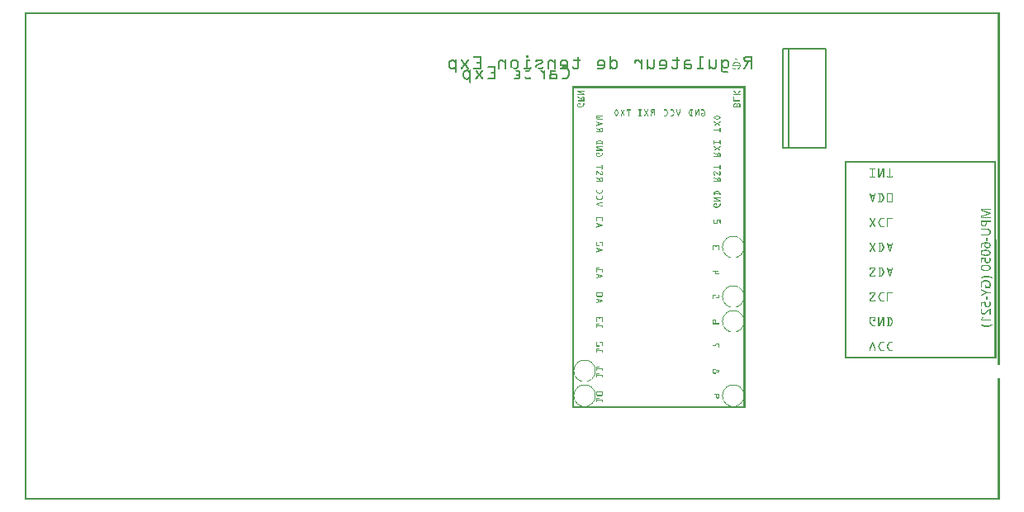
<source format=gbo>
G04 MADE WITH FRITZING*
G04 WWW.FRITZING.ORG*
G04 DOUBLE SIDED*
G04 HOLES PLATED*
G04 CONTOUR ON CENTER OF CONTOUR VECTOR*
%ASAXBY*%
%FSLAX23Y23*%
%MOIN*%
%OFA0B0*%
%SFA1.0B1.0*%
%ADD10C,0.008000*%
%ADD11R,0.001000X0.001000*%
%LNSILK0*%
G90*
G70*
G54D10*
X3236Y1421D02*
X3236Y1821D01*
D02*
X3236Y1821D02*
X3086Y1821D01*
D02*
X3086Y1821D02*
X3061Y1821D01*
D02*
X3061Y1821D02*
X3061Y1421D01*
D02*
X3061Y1421D02*
X3086Y1421D01*
D02*
X3086Y1421D02*
X3236Y1421D01*
D02*
X3086Y1421D02*
X3086Y1821D01*
G54D11*
X0Y1969D02*
X3936Y1969D01*
X0Y1968D02*
X3936Y1968D01*
X0Y1967D02*
X3936Y1967D01*
X0Y1966D02*
X3936Y1966D01*
X0Y1965D02*
X3936Y1965D01*
X0Y1964D02*
X3936Y1964D01*
X0Y1963D02*
X3936Y1963D01*
X0Y1962D02*
X3936Y1962D01*
X0Y1961D02*
X7Y1961D01*
X3929Y1961D02*
X3936Y1961D01*
X0Y1960D02*
X7Y1960D01*
X3929Y1960D02*
X3936Y1960D01*
X0Y1959D02*
X7Y1959D01*
X3929Y1959D02*
X3936Y1959D01*
X0Y1958D02*
X7Y1958D01*
X3929Y1958D02*
X3936Y1958D01*
X0Y1957D02*
X7Y1957D01*
X3929Y1957D02*
X3936Y1957D01*
X0Y1956D02*
X7Y1956D01*
X3929Y1956D02*
X3936Y1956D01*
X0Y1955D02*
X7Y1955D01*
X3929Y1955D02*
X3936Y1955D01*
X0Y1954D02*
X7Y1954D01*
X3929Y1954D02*
X3936Y1954D01*
X0Y1953D02*
X7Y1953D01*
X3929Y1953D02*
X3936Y1953D01*
X0Y1952D02*
X7Y1952D01*
X3929Y1952D02*
X3936Y1952D01*
X0Y1951D02*
X7Y1951D01*
X3929Y1951D02*
X3936Y1951D01*
X0Y1950D02*
X7Y1950D01*
X3929Y1950D02*
X3936Y1950D01*
X0Y1949D02*
X7Y1949D01*
X3929Y1949D02*
X3936Y1949D01*
X0Y1948D02*
X7Y1948D01*
X3929Y1948D02*
X3936Y1948D01*
X0Y1947D02*
X7Y1947D01*
X3929Y1947D02*
X3936Y1947D01*
X0Y1946D02*
X7Y1946D01*
X3929Y1946D02*
X3936Y1946D01*
X0Y1945D02*
X7Y1945D01*
X3929Y1945D02*
X3936Y1945D01*
X0Y1944D02*
X7Y1944D01*
X3929Y1944D02*
X3936Y1944D01*
X0Y1943D02*
X7Y1943D01*
X3929Y1943D02*
X3936Y1943D01*
X0Y1942D02*
X7Y1942D01*
X3929Y1942D02*
X3936Y1942D01*
X0Y1941D02*
X7Y1941D01*
X3929Y1941D02*
X3936Y1941D01*
X0Y1940D02*
X7Y1940D01*
X3929Y1940D02*
X3936Y1940D01*
X0Y1939D02*
X7Y1939D01*
X3929Y1939D02*
X3936Y1939D01*
X0Y1938D02*
X7Y1938D01*
X3929Y1938D02*
X3936Y1938D01*
X0Y1937D02*
X7Y1937D01*
X3929Y1937D02*
X3936Y1937D01*
X0Y1936D02*
X7Y1936D01*
X3929Y1936D02*
X3936Y1936D01*
X0Y1935D02*
X7Y1935D01*
X3929Y1935D02*
X3936Y1935D01*
X0Y1934D02*
X7Y1934D01*
X3929Y1934D02*
X3936Y1934D01*
X0Y1933D02*
X7Y1933D01*
X3929Y1933D02*
X3936Y1933D01*
X0Y1932D02*
X7Y1932D01*
X3929Y1932D02*
X3936Y1932D01*
X0Y1931D02*
X7Y1931D01*
X3929Y1931D02*
X3936Y1931D01*
X0Y1930D02*
X7Y1930D01*
X3929Y1930D02*
X3936Y1930D01*
X0Y1929D02*
X7Y1929D01*
X3929Y1929D02*
X3936Y1929D01*
X0Y1928D02*
X7Y1928D01*
X3929Y1928D02*
X3936Y1928D01*
X0Y1927D02*
X7Y1927D01*
X3929Y1927D02*
X3936Y1927D01*
X0Y1926D02*
X7Y1926D01*
X3929Y1926D02*
X3936Y1926D01*
X0Y1925D02*
X7Y1925D01*
X3929Y1925D02*
X3936Y1925D01*
X0Y1924D02*
X7Y1924D01*
X3929Y1924D02*
X3936Y1924D01*
X0Y1923D02*
X7Y1923D01*
X3929Y1923D02*
X3936Y1923D01*
X0Y1922D02*
X7Y1922D01*
X3929Y1922D02*
X3936Y1922D01*
X0Y1921D02*
X7Y1921D01*
X3929Y1921D02*
X3936Y1921D01*
X0Y1920D02*
X7Y1920D01*
X3929Y1920D02*
X3936Y1920D01*
X0Y1919D02*
X7Y1919D01*
X3929Y1919D02*
X3936Y1919D01*
X0Y1918D02*
X7Y1918D01*
X3929Y1918D02*
X3936Y1918D01*
X0Y1917D02*
X7Y1917D01*
X3929Y1917D02*
X3936Y1917D01*
X0Y1916D02*
X7Y1916D01*
X3929Y1916D02*
X3936Y1916D01*
X0Y1915D02*
X7Y1915D01*
X3929Y1915D02*
X3936Y1915D01*
X0Y1914D02*
X7Y1914D01*
X3929Y1914D02*
X3936Y1914D01*
X0Y1913D02*
X7Y1913D01*
X3929Y1913D02*
X3936Y1913D01*
X0Y1912D02*
X7Y1912D01*
X3929Y1912D02*
X3936Y1912D01*
X0Y1911D02*
X7Y1911D01*
X3929Y1911D02*
X3936Y1911D01*
X0Y1910D02*
X7Y1910D01*
X3929Y1910D02*
X3936Y1910D01*
X0Y1909D02*
X7Y1909D01*
X3929Y1909D02*
X3936Y1909D01*
X0Y1908D02*
X7Y1908D01*
X3929Y1908D02*
X3936Y1908D01*
X0Y1907D02*
X7Y1907D01*
X3929Y1907D02*
X3936Y1907D01*
X0Y1906D02*
X7Y1906D01*
X3929Y1906D02*
X3936Y1906D01*
X0Y1905D02*
X7Y1905D01*
X3929Y1905D02*
X3936Y1905D01*
X0Y1904D02*
X7Y1904D01*
X3929Y1904D02*
X3936Y1904D01*
X0Y1903D02*
X7Y1903D01*
X3929Y1903D02*
X3936Y1903D01*
X0Y1902D02*
X7Y1902D01*
X3929Y1902D02*
X3936Y1902D01*
X0Y1901D02*
X7Y1901D01*
X3929Y1901D02*
X3936Y1901D01*
X0Y1900D02*
X7Y1900D01*
X3929Y1900D02*
X3936Y1900D01*
X0Y1899D02*
X7Y1899D01*
X3929Y1899D02*
X3936Y1899D01*
X0Y1898D02*
X7Y1898D01*
X3929Y1898D02*
X3936Y1898D01*
X0Y1897D02*
X7Y1897D01*
X3929Y1897D02*
X3936Y1897D01*
X0Y1896D02*
X7Y1896D01*
X3929Y1896D02*
X3936Y1896D01*
X0Y1895D02*
X7Y1895D01*
X3929Y1895D02*
X3936Y1895D01*
X0Y1894D02*
X7Y1894D01*
X3929Y1894D02*
X3936Y1894D01*
X0Y1893D02*
X7Y1893D01*
X3929Y1893D02*
X3936Y1893D01*
X0Y1892D02*
X7Y1892D01*
X3929Y1892D02*
X3936Y1892D01*
X0Y1891D02*
X7Y1891D01*
X3929Y1891D02*
X3936Y1891D01*
X0Y1890D02*
X7Y1890D01*
X3929Y1890D02*
X3936Y1890D01*
X0Y1889D02*
X7Y1889D01*
X3929Y1889D02*
X3936Y1889D01*
X0Y1888D02*
X7Y1888D01*
X3929Y1888D02*
X3936Y1888D01*
X0Y1887D02*
X7Y1887D01*
X3929Y1887D02*
X3936Y1887D01*
X0Y1886D02*
X7Y1886D01*
X3929Y1886D02*
X3936Y1886D01*
X0Y1885D02*
X7Y1885D01*
X3929Y1885D02*
X3936Y1885D01*
X0Y1884D02*
X7Y1884D01*
X3929Y1884D02*
X3936Y1884D01*
X0Y1883D02*
X7Y1883D01*
X3929Y1883D02*
X3936Y1883D01*
X0Y1882D02*
X7Y1882D01*
X3929Y1882D02*
X3936Y1882D01*
X0Y1881D02*
X7Y1881D01*
X3929Y1881D02*
X3936Y1881D01*
X0Y1880D02*
X7Y1880D01*
X3929Y1880D02*
X3936Y1880D01*
X0Y1879D02*
X7Y1879D01*
X3929Y1879D02*
X3936Y1879D01*
X0Y1878D02*
X7Y1878D01*
X3929Y1878D02*
X3936Y1878D01*
X0Y1877D02*
X7Y1877D01*
X3929Y1877D02*
X3936Y1877D01*
X0Y1876D02*
X7Y1876D01*
X3929Y1876D02*
X3936Y1876D01*
X0Y1875D02*
X7Y1875D01*
X3929Y1875D02*
X3936Y1875D01*
X0Y1874D02*
X7Y1874D01*
X3929Y1874D02*
X3936Y1874D01*
X0Y1873D02*
X7Y1873D01*
X3929Y1873D02*
X3936Y1873D01*
X0Y1872D02*
X7Y1872D01*
X3929Y1872D02*
X3936Y1872D01*
X0Y1871D02*
X7Y1871D01*
X3929Y1871D02*
X3936Y1871D01*
X0Y1870D02*
X7Y1870D01*
X3929Y1870D02*
X3936Y1870D01*
X0Y1869D02*
X7Y1869D01*
X3929Y1869D02*
X3936Y1869D01*
X0Y1868D02*
X7Y1868D01*
X3929Y1868D02*
X3936Y1868D01*
X0Y1867D02*
X7Y1867D01*
X3929Y1867D02*
X3936Y1867D01*
X0Y1866D02*
X7Y1866D01*
X3929Y1866D02*
X3936Y1866D01*
X0Y1865D02*
X7Y1865D01*
X3929Y1865D02*
X3936Y1865D01*
X0Y1864D02*
X7Y1864D01*
X3929Y1864D02*
X3936Y1864D01*
X0Y1863D02*
X7Y1863D01*
X3929Y1863D02*
X3936Y1863D01*
X0Y1862D02*
X7Y1862D01*
X3929Y1862D02*
X3936Y1862D01*
X0Y1861D02*
X7Y1861D01*
X3929Y1861D02*
X3936Y1861D01*
X0Y1860D02*
X7Y1860D01*
X3929Y1860D02*
X3936Y1860D01*
X0Y1859D02*
X7Y1859D01*
X3929Y1859D02*
X3936Y1859D01*
X0Y1858D02*
X7Y1858D01*
X3929Y1858D02*
X3936Y1858D01*
X0Y1857D02*
X7Y1857D01*
X3929Y1857D02*
X3936Y1857D01*
X0Y1856D02*
X7Y1856D01*
X3929Y1856D02*
X3936Y1856D01*
X0Y1855D02*
X7Y1855D01*
X3929Y1855D02*
X3936Y1855D01*
X0Y1854D02*
X7Y1854D01*
X3929Y1854D02*
X3936Y1854D01*
X0Y1853D02*
X7Y1853D01*
X3929Y1853D02*
X3936Y1853D01*
X0Y1852D02*
X7Y1852D01*
X3929Y1852D02*
X3936Y1852D01*
X0Y1851D02*
X7Y1851D01*
X3929Y1851D02*
X3936Y1851D01*
X0Y1850D02*
X7Y1850D01*
X3929Y1850D02*
X3936Y1850D01*
X0Y1849D02*
X7Y1849D01*
X3929Y1849D02*
X3936Y1849D01*
X0Y1848D02*
X7Y1848D01*
X3929Y1848D02*
X3936Y1848D01*
X0Y1847D02*
X7Y1847D01*
X3929Y1847D02*
X3936Y1847D01*
X0Y1846D02*
X7Y1846D01*
X3929Y1846D02*
X3936Y1846D01*
X0Y1845D02*
X7Y1845D01*
X3929Y1845D02*
X3936Y1845D01*
X0Y1844D02*
X7Y1844D01*
X3929Y1844D02*
X3936Y1844D01*
X0Y1843D02*
X7Y1843D01*
X3929Y1843D02*
X3936Y1843D01*
X0Y1842D02*
X7Y1842D01*
X3929Y1842D02*
X3936Y1842D01*
X0Y1841D02*
X7Y1841D01*
X3929Y1841D02*
X3936Y1841D01*
X0Y1840D02*
X7Y1840D01*
X3929Y1840D02*
X3936Y1840D01*
X0Y1839D02*
X7Y1839D01*
X3929Y1839D02*
X3936Y1839D01*
X0Y1838D02*
X7Y1838D01*
X3929Y1838D02*
X3936Y1838D01*
X0Y1837D02*
X7Y1837D01*
X3929Y1837D02*
X3936Y1837D01*
X0Y1836D02*
X7Y1836D01*
X3929Y1836D02*
X3936Y1836D01*
X0Y1835D02*
X7Y1835D01*
X3929Y1835D02*
X3936Y1835D01*
X0Y1834D02*
X7Y1834D01*
X3929Y1834D02*
X3936Y1834D01*
X0Y1833D02*
X7Y1833D01*
X3929Y1833D02*
X3936Y1833D01*
X0Y1832D02*
X7Y1832D01*
X3929Y1832D02*
X3936Y1832D01*
X0Y1831D02*
X7Y1831D01*
X3929Y1831D02*
X3936Y1831D01*
X0Y1830D02*
X7Y1830D01*
X3929Y1830D02*
X3936Y1830D01*
X0Y1829D02*
X7Y1829D01*
X3929Y1829D02*
X3936Y1829D01*
X0Y1828D02*
X7Y1828D01*
X3929Y1828D02*
X3936Y1828D01*
X0Y1827D02*
X7Y1827D01*
X3929Y1827D02*
X3936Y1827D01*
X0Y1826D02*
X7Y1826D01*
X3929Y1826D02*
X3936Y1826D01*
X0Y1825D02*
X7Y1825D01*
X3929Y1825D02*
X3936Y1825D01*
X0Y1824D02*
X7Y1824D01*
X3929Y1824D02*
X3936Y1824D01*
X0Y1823D02*
X7Y1823D01*
X3929Y1823D02*
X3936Y1823D01*
X0Y1822D02*
X7Y1822D01*
X3929Y1822D02*
X3936Y1822D01*
X0Y1821D02*
X7Y1821D01*
X3929Y1821D02*
X3936Y1821D01*
X0Y1820D02*
X7Y1820D01*
X3929Y1820D02*
X3936Y1820D01*
X0Y1819D02*
X7Y1819D01*
X3929Y1819D02*
X3936Y1819D01*
X0Y1818D02*
X7Y1818D01*
X3929Y1818D02*
X3936Y1818D01*
X0Y1817D02*
X7Y1817D01*
X3929Y1817D02*
X3936Y1817D01*
X0Y1816D02*
X7Y1816D01*
X3929Y1816D02*
X3936Y1816D01*
X0Y1815D02*
X7Y1815D01*
X3929Y1815D02*
X3936Y1815D01*
X0Y1814D02*
X7Y1814D01*
X3929Y1814D02*
X3936Y1814D01*
X0Y1813D02*
X7Y1813D01*
X3929Y1813D02*
X3936Y1813D01*
X0Y1812D02*
X7Y1812D01*
X3929Y1812D02*
X3936Y1812D01*
X0Y1811D02*
X7Y1811D01*
X3929Y1811D02*
X3936Y1811D01*
X0Y1810D02*
X7Y1810D01*
X3929Y1810D02*
X3936Y1810D01*
X0Y1809D02*
X7Y1809D01*
X3929Y1809D02*
X3936Y1809D01*
X0Y1808D02*
X7Y1808D01*
X3929Y1808D02*
X3936Y1808D01*
X0Y1807D02*
X7Y1807D01*
X3929Y1807D02*
X3936Y1807D01*
X0Y1806D02*
X7Y1806D01*
X3929Y1806D02*
X3936Y1806D01*
X0Y1805D02*
X7Y1805D01*
X3929Y1805D02*
X3936Y1805D01*
X0Y1804D02*
X7Y1804D01*
X3929Y1804D02*
X3936Y1804D01*
X0Y1803D02*
X7Y1803D01*
X3929Y1803D02*
X3936Y1803D01*
X0Y1802D02*
X7Y1802D01*
X3929Y1802D02*
X3936Y1802D01*
X0Y1801D02*
X7Y1801D01*
X3929Y1801D02*
X3936Y1801D01*
X0Y1800D02*
X7Y1800D01*
X3929Y1800D02*
X3936Y1800D01*
X0Y1799D02*
X7Y1799D01*
X3929Y1799D02*
X3936Y1799D01*
X0Y1798D02*
X7Y1798D01*
X3929Y1798D02*
X3936Y1798D01*
X0Y1797D02*
X7Y1797D01*
X3929Y1797D02*
X3936Y1797D01*
X0Y1796D02*
X7Y1796D01*
X3929Y1796D02*
X3936Y1796D01*
X0Y1795D02*
X7Y1795D01*
X2026Y1795D02*
X2033Y1795D01*
X3929Y1795D02*
X3936Y1795D01*
X0Y1794D02*
X7Y1794D01*
X2025Y1794D02*
X2034Y1794D01*
X3929Y1794D02*
X3936Y1794D01*
X0Y1793D02*
X7Y1793D01*
X1814Y1793D02*
X1844Y1793D01*
X2025Y1793D02*
X2034Y1793D01*
X2364Y1793D02*
X2364Y1793D01*
X2728Y1793D02*
X2738Y1793D01*
X2912Y1793D02*
X2936Y1793D01*
X3929Y1793D02*
X3936Y1793D01*
X0Y1792D02*
X7Y1792D01*
X1812Y1792D02*
X1844Y1792D01*
X2025Y1792D02*
X2034Y1792D01*
X2362Y1792D02*
X2366Y1792D01*
X2726Y1792D02*
X2740Y1792D01*
X2908Y1792D02*
X2936Y1792D01*
X3929Y1792D02*
X3936Y1792D01*
X0Y1791D02*
X7Y1791D01*
X1811Y1791D02*
X1844Y1791D01*
X2025Y1791D02*
X2034Y1791D01*
X2361Y1791D02*
X2366Y1791D01*
X2725Y1791D02*
X2741Y1791D01*
X2907Y1791D02*
X2936Y1791D01*
X3929Y1791D02*
X3936Y1791D01*
X0Y1790D02*
X7Y1790D01*
X1811Y1790D02*
X1844Y1790D01*
X2025Y1790D02*
X2034Y1790D01*
X2234Y1790D02*
X2235Y1790D01*
X2361Y1790D02*
X2367Y1790D01*
X2634Y1790D02*
X2635Y1790D01*
X2725Y1790D02*
X2741Y1790D01*
X2906Y1790D02*
X2936Y1790D01*
X3929Y1790D02*
X3936Y1790D01*
X0Y1789D02*
X7Y1789D01*
X1811Y1789D02*
X1844Y1789D01*
X2025Y1789D02*
X2034Y1789D01*
X2232Y1789D02*
X2236Y1789D01*
X2361Y1789D02*
X2367Y1789D01*
X2632Y1789D02*
X2636Y1789D01*
X2725Y1789D02*
X2741Y1789D01*
X2905Y1789D02*
X2936Y1789D01*
X3929Y1789D02*
X3936Y1789D01*
X0Y1788D02*
X7Y1788D01*
X1811Y1788D02*
X1844Y1788D01*
X2025Y1788D02*
X2034Y1788D01*
X2232Y1788D02*
X2237Y1788D01*
X2361Y1788D02*
X2367Y1788D01*
X2632Y1788D02*
X2637Y1788D01*
X2725Y1788D02*
X2740Y1788D01*
X2904Y1788D02*
X2936Y1788D01*
X3929Y1788D02*
X3936Y1788D01*
X0Y1787D02*
X7Y1787D01*
X1812Y1787D02*
X1844Y1787D01*
X2026Y1787D02*
X2033Y1787D01*
X2231Y1787D02*
X2237Y1787D01*
X2361Y1787D02*
X2367Y1787D01*
X2631Y1787D02*
X2637Y1787D01*
X2725Y1787D02*
X2740Y1787D01*
X2903Y1787D02*
X2936Y1787D01*
X3929Y1787D02*
X3936Y1787D01*
X0Y1786D02*
X7Y1786D01*
X1838Y1786D02*
X1844Y1786D01*
X2231Y1786D02*
X2237Y1786D01*
X2361Y1786D02*
X2367Y1786D01*
X2631Y1786D02*
X2637Y1786D01*
X2725Y1786D02*
X2731Y1786D01*
X2903Y1786D02*
X2912Y1786D01*
X2930Y1786D02*
X2936Y1786D01*
X3929Y1786D02*
X3936Y1786D01*
X0Y1785D02*
X7Y1785D01*
X1838Y1785D02*
X1844Y1785D01*
X2231Y1785D02*
X2237Y1785D01*
X2361Y1785D02*
X2367Y1785D01*
X2631Y1785D02*
X2637Y1785D01*
X2725Y1785D02*
X2731Y1785D01*
X2903Y1785D02*
X2910Y1785D01*
X2930Y1785D02*
X2936Y1785D01*
X3929Y1785D02*
X3936Y1785D01*
X0Y1784D02*
X7Y1784D01*
X1838Y1784D02*
X1844Y1784D01*
X2231Y1784D02*
X2237Y1784D01*
X2361Y1784D02*
X2367Y1784D01*
X2631Y1784D02*
X2637Y1784D01*
X2725Y1784D02*
X2731Y1784D01*
X2903Y1784D02*
X2909Y1784D01*
X2930Y1784D02*
X2936Y1784D01*
X3929Y1784D02*
X3936Y1784D01*
X0Y1783D02*
X7Y1783D01*
X1838Y1783D02*
X1844Y1783D01*
X2231Y1783D02*
X2237Y1783D01*
X2361Y1783D02*
X2367Y1783D01*
X2631Y1783D02*
X2637Y1783D01*
X2725Y1783D02*
X2731Y1783D01*
X2868Y1783D02*
X2870Y1783D01*
X2902Y1783D02*
X2908Y1783D01*
X2930Y1783D02*
X2936Y1783D01*
X3929Y1783D02*
X3936Y1783D01*
X0Y1782D02*
X7Y1782D01*
X1838Y1782D02*
X1844Y1782D01*
X2231Y1782D02*
X2237Y1782D01*
X2361Y1782D02*
X2367Y1782D01*
X2631Y1782D02*
X2637Y1782D01*
X2725Y1782D02*
X2731Y1782D01*
X2868Y1782D02*
X2871Y1782D01*
X2902Y1782D02*
X2908Y1782D01*
X2930Y1782D02*
X2936Y1782D01*
X3929Y1782D02*
X3936Y1782D01*
X0Y1781D02*
X7Y1781D01*
X1838Y1781D02*
X1844Y1781D01*
X2231Y1781D02*
X2237Y1781D01*
X2361Y1781D02*
X2367Y1781D01*
X2631Y1781D02*
X2637Y1781D01*
X2725Y1781D02*
X2731Y1781D01*
X2869Y1781D02*
X2873Y1781D01*
X2902Y1781D02*
X2908Y1781D01*
X2930Y1781D02*
X2936Y1781D01*
X3929Y1781D02*
X3936Y1781D01*
X0Y1780D02*
X7Y1780D01*
X1838Y1780D02*
X1844Y1780D01*
X2231Y1780D02*
X2237Y1780D01*
X2361Y1780D02*
X2367Y1780D01*
X2631Y1780D02*
X2637Y1780D01*
X2725Y1780D02*
X2731Y1780D01*
X2870Y1780D02*
X2874Y1780D01*
X2902Y1780D02*
X2908Y1780D01*
X2930Y1780D02*
X2936Y1780D01*
X3929Y1780D02*
X3936Y1780D01*
X0Y1779D02*
X7Y1779D01*
X1723Y1779D02*
X1732Y1779D01*
X1740Y1779D02*
X1743Y1779D01*
X1838Y1779D02*
X1844Y1779D01*
X2231Y1779D02*
X2237Y1779D01*
X2361Y1779D02*
X2367Y1779D01*
X2631Y1779D02*
X2637Y1779D01*
X2725Y1779D02*
X2731Y1779D01*
X2871Y1779D02*
X2875Y1779D01*
X2902Y1779D02*
X2908Y1779D01*
X2930Y1779D02*
X2936Y1779D01*
X3929Y1779D02*
X3936Y1779D01*
X0Y1778D02*
X7Y1778D01*
X1721Y1778D02*
X1733Y1778D01*
X1739Y1778D02*
X1744Y1778D01*
X1764Y1778D02*
X1765Y1778D01*
X1790Y1778D02*
X1791Y1778D01*
X1838Y1778D02*
X1844Y1778D01*
X1919Y1778D02*
X1928Y1778D01*
X1940Y1778D02*
X1942Y1778D01*
X1971Y1778D02*
X1984Y1778D01*
X2027Y1778D02*
X2039Y1778D01*
X2068Y1778D02*
X2087Y1778D01*
X2119Y1778D02*
X2128Y1778D01*
X2140Y1778D02*
X2142Y1778D01*
X2171Y1778D02*
X2184Y1778D01*
X2216Y1778D02*
X2242Y1778D01*
X2321Y1778D02*
X2334Y1778D01*
X2361Y1778D02*
X2367Y1778D01*
X2375Y1778D02*
X2384Y1778D01*
X2469Y1778D02*
X2479Y1778D01*
X2490Y1778D02*
X2492Y1778D01*
X2513Y1778D02*
X2515Y1778D01*
X2540Y1778D02*
X2542Y1778D01*
X2571Y1778D02*
X2584Y1778D01*
X2616Y1778D02*
X2642Y1778D01*
X2669Y1778D02*
X2685Y1778D01*
X2725Y1778D02*
X2731Y1778D01*
X2763Y1778D02*
X2765Y1778D01*
X2790Y1778D02*
X2792Y1778D01*
X2813Y1778D02*
X2815Y1778D01*
X2825Y1778D02*
X2834Y1778D01*
X2873Y1778D02*
X2876Y1778D01*
X2902Y1778D02*
X2909Y1778D01*
X2930Y1778D02*
X2936Y1778D01*
X3929Y1778D02*
X3936Y1778D01*
X0Y1777D02*
X7Y1777D01*
X1720Y1777D02*
X1735Y1777D01*
X1738Y1777D02*
X1744Y1777D01*
X1762Y1777D02*
X1767Y1777D01*
X1788Y1777D02*
X1793Y1777D01*
X1838Y1777D02*
X1844Y1777D01*
X1917Y1777D02*
X1930Y1777D01*
X1939Y1777D02*
X1943Y1777D01*
X1969Y1777D02*
X1986Y1777D01*
X2025Y1777D02*
X2040Y1777D01*
X2066Y1777D02*
X2089Y1777D01*
X2117Y1777D02*
X2130Y1777D01*
X2139Y1777D02*
X2143Y1777D01*
X2169Y1777D02*
X2186Y1777D01*
X2215Y1777D02*
X2243Y1777D01*
X2319Y1777D02*
X2336Y1777D01*
X2361Y1777D02*
X2367Y1777D01*
X2372Y1777D02*
X2386Y1777D01*
X2466Y1777D02*
X2480Y1777D01*
X2489Y1777D02*
X2493Y1777D01*
X2512Y1777D02*
X2516Y1777D01*
X2539Y1777D02*
X2543Y1777D01*
X2569Y1777D02*
X2586Y1777D01*
X2615Y1777D02*
X2643Y1777D01*
X2667Y1777D02*
X2687Y1777D01*
X2725Y1777D02*
X2731Y1777D01*
X2762Y1777D02*
X2766Y1777D01*
X2789Y1777D02*
X2793Y1777D01*
X2812Y1777D02*
X2816Y1777D01*
X2822Y1777D02*
X2836Y1777D01*
X2874Y1777D02*
X2877Y1777D01*
X2903Y1777D02*
X2909Y1777D01*
X2930Y1777D02*
X2936Y1777D01*
X3929Y1777D02*
X3936Y1777D01*
X0Y1776D02*
X7Y1776D01*
X1719Y1776D02*
X1736Y1776D01*
X1738Y1776D02*
X1744Y1776D01*
X1762Y1776D02*
X1768Y1776D01*
X1787Y1776D02*
X1793Y1776D01*
X1838Y1776D02*
X1844Y1776D01*
X1916Y1776D02*
X1932Y1776D01*
X1939Y1776D02*
X1944Y1776D01*
X1967Y1776D02*
X1988Y1776D01*
X2025Y1776D02*
X2041Y1776D01*
X2064Y1776D02*
X2091Y1776D01*
X2116Y1776D02*
X2132Y1776D01*
X2139Y1776D02*
X2144Y1776D01*
X2167Y1776D02*
X2188Y1776D01*
X2215Y1776D02*
X2244Y1776D01*
X2317Y1776D02*
X2338Y1776D01*
X2361Y1776D02*
X2367Y1776D01*
X2371Y1776D02*
X2388Y1776D01*
X2465Y1776D02*
X2481Y1776D01*
X2489Y1776D02*
X2494Y1776D01*
X2511Y1776D02*
X2516Y1776D01*
X2539Y1776D02*
X2544Y1776D01*
X2567Y1776D02*
X2588Y1776D01*
X2615Y1776D02*
X2644Y1776D01*
X2666Y1776D02*
X2687Y1776D01*
X2725Y1776D02*
X2731Y1776D01*
X2761Y1776D02*
X2766Y1776D01*
X2789Y1776D02*
X2794Y1776D01*
X2811Y1776D02*
X2816Y1776D01*
X2821Y1776D02*
X2838Y1776D01*
X2875Y1776D02*
X2878Y1776D01*
X2903Y1776D02*
X2910Y1776D01*
X2930Y1776D02*
X2936Y1776D01*
X3929Y1776D02*
X3936Y1776D01*
X0Y1775D02*
X7Y1775D01*
X1718Y1775D02*
X1744Y1775D01*
X1762Y1775D02*
X1768Y1775D01*
X1787Y1775D02*
X1794Y1775D01*
X1838Y1775D02*
X1844Y1775D01*
X1914Y1775D02*
X1933Y1775D01*
X1938Y1775D02*
X1944Y1775D01*
X1966Y1775D02*
X1989Y1775D01*
X2025Y1775D02*
X2041Y1775D01*
X2063Y1775D02*
X2092Y1775D01*
X2114Y1775D02*
X2133Y1775D01*
X2138Y1775D02*
X2144Y1775D01*
X2166Y1775D02*
X2189Y1775D01*
X2214Y1775D02*
X2244Y1775D01*
X2316Y1775D02*
X2339Y1775D01*
X2361Y1775D02*
X2367Y1775D01*
X2369Y1775D02*
X2389Y1775D01*
X2464Y1775D02*
X2482Y1775D01*
X2488Y1775D02*
X2494Y1775D01*
X2511Y1775D02*
X2517Y1775D01*
X2538Y1775D02*
X2544Y1775D01*
X2566Y1775D02*
X2589Y1775D01*
X2614Y1775D02*
X2644Y1775D01*
X2664Y1775D02*
X2687Y1775D01*
X2725Y1775D02*
X2731Y1775D01*
X2761Y1775D02*
X2767Y1775D01*
X2788Y1775D02*
X2794Y1775D01*
X2811Y1775D02*
X2817Y1775D01*
X2819Y1775D02*
X2839Y1775D01*
X2876Y1775D02*
X2879Y1775D01*
X2903Y1775D02*
X2936Y1775D01*
X3929Y1775D02*
X3936Y1775D01*
X0Y1774D02*
X7Y1774D01*
X1716Y1774D02*
X1744Y1774D01*
X1762Y1774D02*
X1769Y1774D01*
X1786Y1774D02*
X1793Y1774D01*
X1838Y1774D02*
X1844Y1774D01*
X1914Y1774D02*
X1935Y1774D01*
X1938Y1774D02*
X1944Y1774D01*
X1965Y1774D02*
X1990Y1774D01*
X2025Y1774D02*
X2041Y1774D01*
X2062Y1774D02*
X2092Y1774D01*
X2114Y1774D02*
X2135Y1774D01*
X2138Y1774D02*
X2144Y1774D01*
X2165Y1774D02*
X2190Y1774D01*
X2214Y1774D02*
X2244Y1774D01*
X2315Y1774D02*
X2340Y1774D01*
X2361Y1774D02*
X2390Y1774D01*
X2463Y1774D02*
X2483Y1774D01*
X2488Y1774D02*
X2494Y1774D01*
X2511Y1774D02*
X2517Y1774D01*
X2538Y1774D02*
X2544Y1774D01*
X2565Y1774D02*
X2590Y1774D01*
X2614Y1774D02*
X2644Y1774D01*
X2664Y1774D02*
X2687Y1774D01*
X2725Y1774D02*
X2731Y1774D01*
X2761Y1774D02*
X2767Y1774D01*
X2788Y1774D02*
X2794Y1774D01*
X2811Y1774D02*
X2840Y1774D01*
X2877Y1774D02*
X2878Y1774D01*
X2904Y1774D02*
X2936Y1774D01*
X3929Y1774D02*
X3936Y1774D01*
X0Y1773D02*
X7Y1773D01*
X1715Y1773D02*
X1744Y1773D01*
X1762Y1773D02*
X1770Y1773D01*
X1785Y1773D02*
X1793Y1773D01*
X1838Y1773D02*
X1844Y1773D01*
X1913Y1773D02*
X1936Y1773D01*
X1938Y1773D02*
X1944Y1773D01*
X1964Y1773D02*
X1991Y1773D01*
X2025Y1773D02*
X2040Y1773D01*
X2062Y1773D02*
X2093Y1773D01*
X2113Y1773D02*
X2136Y1773D01*
X2138Y1773D02*
X2144Y1773D01*
X2164Y1773D02*
X2191Y1773D01*
X2215Y1773D02*
X2244Y1773D01*
X2314Y1773D02*
X2341Y1773D01*
X2361Y1773D02*
X2391Y1773D01*
X2462Y1773D02*
X2485Y1773D01*
X2488Y1773D02*
X2494Y1773D01*
X2511Y1773D02*
X2517Y1773D01*
X2538Y1773D02*
X2544Y1773D01*
X2564Y1773D02*
X2591Y1773D01*
X2615Y1773D02*
X2644Y1773D01*
X2663Y1773D02*
X2687Y1773D01*
X2725Y1773D02*
X2731Y1773D01*
X2761Y1773D02*
X2767Y1773D01*
X2788Y1773D02*
X2794Y1773D01*
X2811Y1773D02*
X2841Y1773D01*
X2904Y1773D02*
X2936Y1773D01*
X3929Y1773D02*
X3936Y1773D01*
X0Y1772D02*
X7Y1772D01*
X1714Y1772D02*
X1724Y1772D01*
X1731Y1772D02*
X1744Y1772D01*
X1763Y1772D02*
X1771Y1772D01*
X1784Y1772D02*
X1792Y1772D01*
X1838Y1772D02*
X1844Y1772D01*
X1912Y1772D02*
X1944Y1772D01*
X1963Y1772D02*
X1992Y1772D01*
X2025Y1772D02*
X2039Y1772D01*
X2062Y1772D02*
X2093Y1772D01*
X2112Y1772D02*
X2144Y1772D01*
X2163Y1772D02*
X2192Y1772D01*
X2216Y1772D02*
X2243Y1772D01*
X2313Y1772D02*
X2342Y1772D01*
X2361Y1772D02*
X2392Y1772D01*
X2462Y1772D02*
X2486Y1772D01*
X2488Y1772D02*
X2494Y1772D01*
X2511Y1772D02*
X2517Y1772D01*
X2538Y1772D02*
X2544Y1772D01*
X2563Y1772D02*
X2592Y1772D01*
X2616Y1772D02*
X2643Y1772D01*
X2662Y1772D02*
X2686Y1772D01*
X2725Y1772D02*
X2731Y1772D01*
X2761Y1772D02*
X2767Y1772D01*
X2788Y1772D02*
X2794Y1772D01*
X2811Y1772D02*
X2842Y1772D01*
X2905Y1772D02*
X2936Y1772D01*
X3929Y1772D02*
X3936Y1772D01*
X0Y1771D02*
X7Y1771D01*
X1713Y1771D02*
X1723Y1771D01*
X1732Y1771D02*
X1744Y1771D01*
X1764Y1771D02*
X1772Y1771D01*
X1783Y1771D02*
X1791Y1771D01*
X1838Y1771D02*
X1844Y1771D01*
X1912Y1771D02*
X1920Y1771D01*
X1928Y1771D02*
X1944Y1771D01*
X1962Y1771D02*
X1971Y1771D01*
X1984Y1771D02*
X1993Y1771D01*
X2025Y1771D02*
X2031Y1771D01*
X2062Y1771D02*
X2069Y1771D01*
X2087Y1771D02*
X2093Y1771D01*
X2112Y1771D02*
X2120Y1771D01*
X2128Y1771D02*
X2144Y1771D01*
X2162Y1771D02*
X2171Y1771D01*
X2184Y1771D02*
X2193Y1771D01*
X2231Y1771D02*
X2238Y1771D01*
X2312Y1771D02*
X2321Y1771D01*
X2334Y1771D02*
X2343Y1771D01*
X2361Y1771D02*
X2375Y1771D01*
X2384Y1771D02*
X2393Y1771D01*
X2461Y1771D02*
X2469Y1771D01*
X2477Y1771D02*
X2494Y1771D01*
X2511Y1771D02*
X2517Y1771D01*
X2538Y1771D02*
X2544Y1771D01*
X2562Y1771D02*
X2571Y1771D01*
X2584Y1771D02*
X2593Y1771D01*
X2631Y1771D02*
X2638Y1771D01*
X2662Y1771D02*
X2669Y1771D01*
X2725Y1771D02*
X2731Y1771D01*
X2761Y1771D02*
X2767Y1771D01*
X2788Y1771D02*
X2794Y1771D01*
X2811Y1771D02*
X2825Y1771D01*
X2834Y1771D02*
X2843Y1771D01*
X2906Y1771D02*
X2936Y1771D01*
X3929Y1771D02*
X3936Y1771D01*
X0Y1770D02*
X7Y1770D01*
X1713Y1770D02*
X1722Y1770D01*
X1733Y1770D02*
X1744Y1770D01*
X1764Y1770D02*
X1773Y1770D01*
X1783Y1770D02*
X1791Y1770D01*
X1838Y1770D02*
X1844Y1770D01*
X1912Y1770D02*
X1918Y1770D01*
X1929Y1770D02*
X1944Y1770D01*
X1962Y1770D02*
X1970Y1770D01*
X1985Y1770D02*
X1993Y1770D01*
X2025Y1770D02*
X2030Y1770D01*
X2062Y1770D02*
X2067Y1770D01*
X2087Y1770D02*
X2093Y1770D01*
X2112Y1770D02*
X2118Y1770D01*
X2129Y1770D02*
X2144Y1770D01*
X2162Y1770D02*
X2170Y1770D01*
X2185Y1770D02*
X2193Y1770D01*
X2231Y1770D02*
X2237Y1770D01*
X2312Y1770D02*
X2320Y1770D01*
X2335Y1770D02*
X2343Y1770D01*
X2361Y1770D02*
X2373Y1770D01*
X2385Y1770D02*
X2393Y1770D01*
X2461Y1770D02*
X2468Y1770D01*
X2478Y1770D02*
X2494Y1770D01*
X2511Y1770D02*
X2517Y1770D01*
X2538Y1770D02*
X2544Y1770D01*
X2562Y1770D02*
X2570Y1770D01*
X2585Y1770D02*
X2593Y1770D01*
X2631Y1770D02*
X2637Y1770D01*
X2662Y1770D02*
X2668Y1770D01*
X2725Y1770D02*
X2731Y1770D01*
X2761Y1770D02*
X2767Y1770D01*
X2788Y1770D02*
X2794Y1770D01*
X2811Y1770D02*
X2823Y1770D01*
X2835Y1770D02*
X2843Y1770D01*
X2907Y1770D02*
X2936Y1770D01*
X3929Y1770D02*
X3936Y1770D01*
X0Y1769D02*
X7Y1769D01*
X1712Y1769D02*
X1721Y1769D01*
X1734Y1769D02*
X1744Y1769D01*
X1765Y1769D02*
X1773Y1769D01*
X1782Y1769D02*
X1790Y1769D01*
X1826Y1769D02*
X1844Y1769D01*
X1912Y1769D02*
X1918Y1769D01*
X1931Y1769D02*
X1944Y1769D01*
X1961Y1769D02*
X1968Y1769D01*
X1986Y1769D02*
X1994Y1769D01*
X2025Y1769D02*
X2030Y1769D01*
X2063Y1769D02*
X2066Y1769D01*
X2087Y1769D02*
X2093Y1769D01*
X2112Y1769D02*
X2118Y1769D01*
X2131Y1769D02*
X2144Y1769D01*
X2161Y1769D02*
X2168Y1769D01*
X2186Y1769D02*
X2194Y1769D01*
X2231Y1769D02*
X2237Y1769D01*
X2311Y1769D02*
X2318Y1769D01*
X2336Y1769D02*
X2344Y1769D01*
X2361Y1769D02*
X2372Y1769D01*
X2386Y1769D02*
X2394Y1769D01*
X2461Y1769D02*
X2467Y1769D01*
X2479Y1769D02*
X2494Y1769D01*
X2511Y1769D02*
X2517Y1769D01*
X2538Y1769D02*
X2544Y1769D01*
X2561Y1769D02*
X2568Y1769D01*
X2586Y1769D02*
X2594Y1769D01*
X2631Y1769D02*
X2637Y1769D01*
X2662Y1769D02*
X2668Y1769D01*
X2725Y1769D02*
X2731Y1769D01*
X2761Y1769D02*
X2767Y1769D01*
X2788Y1769D02*
X2794Y1769D01*
X2811Y1769D02*
X2822Y1769D01*
X2836Y1769D02*
X2844Y1769D01*
X2871Y1769D02*
X2877Y1769D01*
X2909Y1769D02*
X2936Y1769D01*
X3929Y1769D02*
X3936Y1769D01*
X0Y1768D02*
X7Y1768D01*
X1711Y1768D02*
X1719Y1768D01*
X1735Y1768D02*
X1744Y1768D01*
X1766Y1768D02*
X1774Y1768D01*
X1781Y1768D02*
X1789Y1768D01*
X1825Y1768D02*
X1844Y1768D01*
X1912Y1768D02*
X1918Y1768D01*
X1932Y1768D02*
X1944Y1768D01*
X1961Y1768D02*
X1968Y1768D01*
X1987Y1768D02*
X1994Y1768D01*
X2025Y1768D02*
X2030Y1768D01*
X2087Y1768D02*
X2093Y1768D01*
X2112Y1768D02*
X2118Y1768D01*
X2132Y1768D02*
X2144Y1768D01*
X2161Y1768D02*
X2168Y1768D01*
X2187Y1768D02*
X2194Y1768D01*
X2231Y1768D02*
X2237Y1768D01*
X2311Y1768D02*
X2318Y1768D01*
X2337Y1768D02*
X2344Y1768D01*
X2361Y1768D02*
X2371Y1768D01*
X2387Y1768D02*
X2394Y1768D01*
X2461Y1768D02*
X2467Y1768D01*
X2481Y1768D02*
X2494Y1768D01*
X2511Y1768D02*
X2517Y1768D01*
X2538Y1768D02*
X2544Y1768D01*
X2561Y1768D02*
X2568Y1768D01*
X2587Y1768D02*
X2594Y1768D01*
X2631Y1768D02*
X2637Y1768D01*
X2662Y1768D02*
X2668Y1768D01*
X2725Y1768D02*
X2731Y1768D01*
X2761Y1768D02*
X2767Y1768D01*
X2788Y1768D02*
X2794Y1768D01*
X2811Y1768D02*
X2821Y1768D01*
X2837Y1768D02*
X2844Y1768D01*
X2868Y1768D02*
X2880Y1768D01*
X2917Y1768D02*
X2924Y1768D01*
X2930Y1768D02*
X2936Y1768D01*
X3929Y1768D02*
X3936Y1768D01*
X0Y1767D02*
X7Y1767D01*
X1711Y1767D02*
X1718Y1767D01*
X1736Y1767D02*
X1744Y1767D01*
X1767Y1767D02*
X1775Y1767D01*
X1780Y1767D02*
X1788Y1767D01*
X1825Y1767D02*
X1844Y1767D01*
X1912Y1767D02*
X1918Y1767D01*
X1934Y1767D02*
X1944Y1767D01*
X1961Y1767D02*
X1967Y1767D01*
X1988Y1767D02*
X1994Y1767D01*
X2025Y1767D02*
X2030Y1767D01*
X2085Y1767D02*
X2093Y1767D01*
X2112Y1767D02*
X2118Y1767D01*
X2134Y1767D02*
X2144Y1767D01*
X2161Y1767D02*
X2167Y1767D01*
X2188Y1767D02*
X2194Y1767D01*
X2231Y1767D02*
X2237Y1767D01*
X2311Y1767D02*
X2317Y1767D01*
X2338Y1767D02*
X2344Y1767D01*
X2361Y1767D02*
X2370Y1767D01*
X2388Y1767D02*
X2394Y1767D01*
X2461Y1767D02*
X2467Y1767D01*
X2482Y1767D02*
X2494Y1767D01*
X2511Y1767D02*
X2517Y1767D01*
X2538Y1767D02*
X2544Y1767D01*
X2561Y1767D02*
X2567Y1767D01*
X2588Y1767D02*
X2594Y1767D01*
X2631Y1767D02*
X2637Y1767D01*
X2662Y1767D02*
X2668Y1767D01*
X2725Y1767D02*
X2731Y1767D01*
X2761Y1767D02*
X2767Y1767D01*
X2788Y1767D02*
X2794Y1767D01*
X2811Y1767D02*
X2820Y1767D01*
X2838Y1767D02*
X2844Y1767D01*
X2866Y1767D02*
X2882Y1767D01*
X2916Y1767D02*
X2923Y1767D01*
X2930Y1767D02*
X2936Y1767D01*
X3929Y1767D02*
X3936Y1767D01*
X0Y1766D02*
X7Y1766D01*
X1711Y1766D02*
X1717Y1766D01*
X1737Y1766D02*
X1744Y1766D01*
X1768Y1766D02*
X1776Y1766D01*
X1779Y1766D02*
X1787Y1766D01*
X1825Y1766D02*
X1844Y1766D01*
X1912Y1766D02*
X1918Y1766D01*
X1935Y1766D02*
X1944Y1766D01*
X1961Y1766D02*
X1967Y1766D01*
X1988Y1766D02*
X1994Y1766D01*
X2025Y1766D02*
X2030Y1766D01*
X2083Y1766D02*
X2093Y1766D01*
X2112Y1766D02*
X2118Y1766D01*
X2135Y1766D02*
X2144Y1766D01*
X2161Y1766D02*
X2167Y1766D01*
X2188Y1766D02*
X2194Y1766D01*
X2231Y1766D02*
X2237Y1766D01*
X2311Y1766D02*
X2317Y1766D01*
X2338Y1766D02*
X2344Y1766D01*
X2361Y1766D02*
X2369Y1766D01*
X2388Y1766D02*
X2394Y1766D01*
X2461Y1766D02*
X2467Y1766D01*
X2483Y1766D02*
X2494Y1766D01*
X2511Y1766D02*
X2517Y1766D01*
X2538Y1766D02*
X2544Y1766D01*
X2561Y1766D02*
X2567Y1766D01*
X2588Y1766D02*
X2594Y1766D01*
X2631Y1766D02*
X2637Y1766D01*
X2662Y1766D02*
X2668Y1766D01*
X2725Y1766D02*
X2731Y1766D01*
X2761Y1766D02*
X2767Y1766D01*
X2788Y1766D02*
X2794Y1766D01*
X2811Y1766D02*
X2819Y1766D01*
X2838Y1766D02*
X2844Y1766D01*
X2865Y1766D02*
X2870Y1766D01*
X2878Y1766D02*
X2883Y1766D01*
X2916Y1766D02*
X2923Y1766D01*
X2930Y1766D02*
X2936Y1766D01*
X3929Y1766D02*
X3936Y1766D01*
X0Y1765D02*
X7Y1765D01*
X1711Y1765D02*
X1717Y1765D01*
X1738Y1765D02*
X1744Y1765D01*
X1769Y1765D02*
X1786Y1765D01*
X1825Y1765D02*
X1844Y1765D01*
X1912Y1765D02*
X1918Y1765D01*
X1937Y1765D02*
X1944Y1765D01*
X1961Y1765D02*
X1967Y1765D01*
X1988Y1765D02*
X1994Y1765D01*
X2025Y1765D02*
X2030Y1765D01*
X2080Y1765D02*
X2092Y1765D01*
X2112Y1765D02*
X2118Y1765D01*
X2137Y1765D02*
X2144Y1765D01*
X2161Y1765D02*
X2167Y1765D01*
X2188Y1765D02*
X2194Y1765D01*
X2231Y1765D02*
X2237Y1765D01*
X2311Y1765D02*
X2317Y1765D01*
X2338Y1765D02*
X2344Y1765D01*
X2361Y1765D02*
X2368Y1765D01*
X2388Y1765D02*
X2394Y1765D01*
X2461Y1765D02*
X2467Y1765D01*
X2484Y1765D02*
X2494Y1765D01*
X2511Y1765D02*
X2517Y1765D01*
X2538Y1765D02*
X2544Y1765D01*
X2561Y1765D02*
X2567Y1765D01*
X2588Y1765D02*
X2594Y1765D01*
X2631Y1765D02*
X2637Y1765D01*
X2662Y1765D02*
X2668Y1765D01*
X2725Y1765D02*
X2731Y1765D01*
X2761Y1765D02*
X2767Y1765D01*
X2788Y1765D02*
X2794Y1765D01*
X2811Y1765D02*
X2818Y1765D01*
X2838Y1765D02*
X2844Y1765D01*
X2863Y1765D02*
X2867Y1765D01*
X2881Y1765D02*
X2885Y1765D01*
X2915Y1765D02*
X2922Y1765D01*
X2930Y1765D02*
X2936Y1765D01*
X3929Y1765D02*
X3936Y1765D01*
X0Y1764D02*
X7Y1764D01*
X1711Y1764D02*
X1717Y1764D01*
X1738Y1764D02*
X1744Y1764D01*
X1769Y1764D02*
X1786Y1764D01*
X1825Y1764D02*
X1844Y1764D01*
X1911Y1764D02*
X1917Y1764D01*
X1938Y1764D02*
X1944Y1764D01*
X1961Y1764D02*
X1967Y1764D01*
X1988Y1764D02*
X1994Y1764D01*
X2025Y1764D02*
X2030Y1764D01*
X2078Y1764D02*
X2091Y1764D01*
X2111Y1764D02*
X2117Y1764D01*
X2138Y1764D02*
X2144Y1764D01*
X2161Y1764D02*
X2167Y1764D01*
X2188Y1764D02*
X2194Y1764D01*
X2231Y1764D02*
X2237Y1764D01*
X2311Y1764D02*
X2317Y1764D01*
X2338Y1764D02*
X2344Y1764D01*
X2361Y1764D02*
X2367Y1764D01*
X2388Y1764D02*
X2394Y1764D01*
X2461Y1764D02*
X2466Y1764D01*
X2485Y1764D02*
X2494Y1764D01*
X2511Y1764D02*
X2517Y1764D01*
X2538Y1764D02*
X2544Y1764D01*
X2561Y1764D02*
X2567Y1764D01*
X2588Y1764D02*
X2594Y1764D01*
X2631Y1764D02*
X2637Y1764D01*
X2661Y1764D02*
X2668Y1764D01*
X2725Y1764D02*
X2731Y1764D01*
X2761Y1764D02*
X2767Y1764D01*
X2788Y1764D02*
X2794Y1764D01*
X2811Y1764D02*
X2817Y1764D01*
X2838Y1764D02*
X2844Y1764D01*
X2862Y1764D02*
X2866Y1764D01*
X2882Y1764D02*
X2886Y1764D01*
X2914Y1764D02*
X2922Y1764D01*
X2930Y1764D02*
X2936Y1764D01*
X3929Y1764D02*
X3936Y1764D01*
X0Y1763D02*
X7Y1763D01*
X1711Y1763D02*
X1717Y1763D01*
X1738Y1763D02*
X1744Y1763D01*
X1770Y1763D02*
X1785Y1763D01*
X1826Y1763D02*
X1844Y1763D01*
X1911Y1763D02*
X1917Y1763D01*
X1938Y1763D02*
X1944Y1763D01*
X1961Y1763D02*
X1967Y1763D01*
X1988Y1763D02*
X1994Y1763D01*
X2025Y1763D02*
X2030Y1763D01*
X2076Y1763D02*
X2091Y1763D01*
X2111Y1763D02*
X2117Y1763D01*
X2138Y1763D02*
X2144Y1763D01*
X2161Y1763D02*
X2167Y1763D01*
X2188Y1763D02*
X2194Y1763D01*
X2231Y1763D02*
X2237Y1763D01*
X2311Y1763D02*
X2317Y1763D01*
X2338Y1763D02*
X2344Y1763D01*
X2361Y1763D02*
X2367Y1763D01*
X2388Y1763D02*
X2394Y1763D01*
X2463Y1763D02*
X2465Y1763D01*
X2486Y1763D02*
X2494Y1763D01*
X2511Y1763D02*
X2517Y1763D01*
X2538Y1763D02*
X2544Y1763D01*
X2561Y1763D02*
X2567Y1763D01*
X2588Y1763D02*
X2594Y1763D01*
X2631Y1763D02*
X2637Y1763D01*
X2661Y1763D02*
X2687Y1763D01*
X2725Y1763D02*
X2731Y1763D01*
X2761Y1763D02*
X2767Y1763D01*
X2788Y1763D02*
X2794Y1763D01*
X2811Y1763D02*
X2817Y1763D01*
X2838Y1763D02*
X2844Y1763D01*
X2862Y1763D02*
X2864Y1763D01*
X2884Y1763D02*
X2886Y1763D01*
X2914Y1763D02*
X2921Y1763D01*
X2930Y1763D02*
X2936Y1763D01*
X3929Y1763D02*
X3936Y1763D01*
X0Y1762D02*
X7Y1762D01*
X1711Y1762D02*
X1717Y1762D01*
X1738Y1762D02*
X1744Y1762D01*
X1771Y1762D02*
X1784Y1762D01*
X1838Y1762D02*
X1844Y1762D01*
X1911Y1762D02*
X1917Y1762D01*
X1938Y1762D02*
X1944Y1762D01*
X1961Y1762D02*
X1967Y1762D01*
X1988Y1762D02*
X1994Y1762D01*
X2025Y1762D02*
X2030Y1762D01*
X2073Y1762D02*
X2089Y1762D01*
X2111Y1762D02*
X2117Y1762D01*
X2138Y1762D02*
X2144Y1762D01*
X2161Y1762D02*
X2167Y1762D01*
X2188Y1762D02*
X2194Y1762D01*
X2231Y1762D02*
X2237Y1762D01*
X2311Y1762D02*
X2317Y1762D01*
X2338Y1762D02*
X2344Y1762D01*
X2361Y1762D02*
X2367Y1762D01*
X2388Y1762D02*
X2394Y1762D01*
X2488Y1762D02*
X2494Y1762D01*
X2511Y1762D02*
X2517Y1762D01*
X2538Y1762D02*
X2544Y1762D01*
X2561Y1762D02*
X2567Y1762D01*
X2588Y1762D02*
X2594Y1762D01*
X2631Y1762D02*
X2637Y1762D01*
X2661Y1762D02*
X2689Y1762D01*
X2725Y1762D02*
X2731Y1762D01*
X2761Y1762D02*
X2767Y1762D01*
X2788Y1762D02*
X2794Y1762D01*
X2811Y1762D02*
X2817Y1762D01*
X2838Y1762D02*
X2844Y1762D01*
X2861Y1762D02*
X2863Y1762D01*
X2885Y1762D02*
X2887Y1762D01*
X2913Y1762D02*
X2920Y1762D01*
X2930Y1762D02*
X2936Y1762D01*
X3929Y1762D02*
X3936Y1762D01*
X0Y1761D02*
X7Y1761D01*
X1711Y1761D02*
X1717Y1761D01*
X1738Y1761D02*
X1744Y1761D01*
X1772Y1761D02*
X1783Y1761D01*
X1838Y1761D02*
X1844Y1761D01*
X1911Y1761D02*
X1917Y1761D01*
X1938Y1761D02*
X1944Y1761D01*
X1961Y1761D02*
X1967Y1761D01*
X1988Y1761D02*
X1994Y1761D01*
X2025Y1761D02*
X2030Y1761D01*
X2071Y1761D02*
X2088Y1761D01*
X2111Y1761D02*
X2117Y1761D01*
X2138Y1761D02*
X2144Y1761D01*
X2161Y1761D02*
X2167Y1761D01*
X2188Y1761D02*
X2194Y1761D01*
X2231Y1761D02*
X2237Y1761D01*
X2311Y1761D02*
X2317Y1761D01*
X2338Y1761D02*
X2344Y1761D01*
X2361Y1761D02*
X2367Y1761D01*
X2388Y1761D02*
X2394Y1761D01*
X2488Y1761D02*
X2494Y1761D01*
X2511Y1761D02*
X2517Y1761D01*
X2538Y1761D02*
X2544Y1761D01*
X2561Y1761D02*
X2567Y1761D01*
X2588Y1761D02*
X2594Y1761D01*
X2631Y1761D02*
X2637Y1761D01*
X2661Y1761D02*
X2691Y1761D01*
X2725Y1761D02*
X2731Y1761D01*
X2761Y1761D02*
X2767Y1761D01*
X2788Y1761D02*
X2794Y1761D01*
X2811Y1761D02*
X2817Y1761D01*
X2838Y1761D02*
X2844Y1761D01*
X2860Y1761D02*
X2863Y1761D01*
X2885Y1761D02*
X2888Y1761D01*
X2913Y1761D02*
X2920Y1761D01*
X2930Y1761D02*
X2936Y1761D01*
X3929Y1761D02*
X3936Y1761D01*
X0Y1760D02*
X7Y1760D01*
X1711Y1760D02*
X1717Y1760D01*
X1738Y1760D02*
X1744Y1760D01*
X1773Y1760D02*
X1782Y1760D01*
X1838Y1760D02*
X1844Y1760D01*
X1911Y1760D02*
X1917Y1760D01*
X1938Y1760D02*
X1944Y1760D01*
X1961Y1760D02*
X1967Y1760D01*
X1988Y1760D02*
X1994Y1760D01*
X2025Y1760D02*
X2030Y1760D01*
X2069Y1760D02*
X2085Y1760D01*
X2111Y1760D02*
X2117Y1760D01*
X2138Y1760D02*
X2144Y1760D01*
X2161Y1760D02*
X2194Y1760D01*
X2231Y1760D02*
X2237Y1760D01*
X2311Y1760D02*
X2344Y1760D01*
X2361Y1760D02*
X2367Y1760D01*
X2388Y1760D02*
X2394Y1760D01*
X2488Y1760D02*
X2494Y1760D01*
X2511Y1760D02*
X2517Y1760D01*
X2538Y1760D02*
X2544Y1760D01*
X2561Y1760D02*
X2594Y1760D01*
X2631Y1760D02*
X2637Y1760D01*
X2661Y1760D02*
X2692Y1760D01*
X2725Y1760D02*
X2731Y1760D01*
X2761Y1760D02*
X2767Y1760D01*
X2788Y1760D02*
X2794Y1760D01*
X2811Y1760D02*
X2817Y1760D01*
X2838Y1760D02*
X2844Y1760D01*
X2860Y1760D02*
X2862Y1760D01*
X2886Y1760D02*
X2888Y1760D01*
X2912Y1760D02*
X2919Y1760D01*
X2930Y1760D02*
X2936Y1760D01*
X3929Y1760D02*
X3936Y1760D01*
X0Y1759D02*
X7Y1759D01*
X1711Y1759D02*
X1717Y1759D01*
X1738Y1759D02*
X1744Y1759D01*
X1773Y1759D02*
X1782Y1759D01*
X1838Y1759D02*
X1844Y1759D01*
X1911Y1759D02*
X1917Y1759D01*
X1938Y1759D02*
X1944Y1759D01*
X1961Y1759D02*
X1967Y1759D01*
X1988Y1759D02*
X1994Y1759D01*
X2025Y1759D02*
X2030Y1759D01*
X2067Y1759D02*
X2083Y1759D01*
X2111Y1759D02*
X2117Y1759D01*
X2138Y1759D02*
X2144Y1759D01*
X2161Y1759D02*
X2194Y1759D01*
X2231Y1759D02*
X2237Y1759D01*
X2311Y1759D02*
X2344Y1759D01*
X2361Y1759D02*
X2367Y1759D01*
X2388Y1759D02*
X2394Y1759D01*
X2488Y1759D02*
X2494Y1759D01*
X2511Y1759D02*
X2517Y1759D01*
X2538Y1759D02*
X2544Y1759D01*
X2561Y1759D02*
X2594Y1759D01*
X2631Y1759D02*
X2637Y1759D01*
X2661Y1759D02*
X2693Y1759D01*
X2725Y1759D02*
X2731Y1759D01*
X2761Y1759D02*
X2767Y1759D01*
X2788Y1759D02*
X2794Y1759D01*
X2811Y1759D02*
X2817Y1759D01*
X2838Y1759D02*
X2844Y1759D01*
X2860Y1759D02*
X2861Y1759D01*
X2887Y1759D02*
X2889Y1759D01*
X2912Y1759D02*
X2919Y1759D01*
X2930Y1759D02*
X2936Y1759D01*
X3929Y1759D02*
X3936Y1759D01*
X0Y1758D02*
X7Y1758D01*
X1711Y1758D02*
X1717Y1758D01*
X1738Y1758D02*
X1744Y1758D01*
X1773Y1758D02*
X1783Y1758D01*
X1838Y1758D02*
X1844Y1758D01*
X1911Y1758D02*
X1917Y1758D01*
X1938Y1758D02*
X1944Y1758D01*
X1961Y1758D02*
X1967Y1758D01*
X1988Y1758D02*
X1994Y1758D01*
X2025Y1758D02*
X2030Y1758D01*
X2065Y1758D02*
X2081Y1758D01*
X2111Y1758D02*
X2117Y1758D01*
X2138Y1758D02*
X2144Y1758D01*
X2161Y1758D02*
X2194Y1758D01*
X2231Y1758D02*
X2237Y1758D01*
X2311Y1758D02*
X2344Y1758D01*
X2361Y1758D02*
X2367Y1758D01*
X2388Y1758D02*
X2394Y1758D01*
X2488Y1758D02*
X2494Y1758D01*
X2511Y1758D02*
X2517Y1758D01*
X2538Y1758D02*
X2544Y1758D01*
X2561Y1758D02*
X2594Y1758D01*
X2631Y1758D02*
X2637Y1758D01*
X2661Y1758D02*
X2693Y1758D01*
X2725Y1758D02*
X2731Y1758D01*
X2761Y1758D02*
X2767Y1758D01*
X2788Y1758D02*
X2794Y1758D01*
X2811Y1758D02*
X2817Y1758D01*
X2838Y1758D02*
X2844Y1758D01*
X2859Y1758D02*
X2861Y1758D01*
X2887Y1758D02*
X2889Y1758D01*
X2911Y1758D02*
X2918Y1758D01*
X2930Y1758D02*
X2936Y1758D01*
X3929Y1758D02*
X3936Y1758D01*
X0Y1757D02*
X7Y1757D01*
X1711Y1757D02*
X1717Y1757D01*
X1738Y1757D02*
X1744Y1757D01*
X1772Y1757D02*
X1783Y1757D01*
X1838Y1757D02*
X1844Y1757D01*
X1911Y1757D02*
X1917Y1757D01*
X1938Y1757D02*
X1944Y1757D01*
X1961Y1757D02*
X1967Y1757D01*
X1988Y1757D02*
X1994Y1757D01*
X2025Y1757D02*
X2030Y1757D01*
X2064Y1757D02*
X2078Y1757D01*
X2111Y1757D02*
X2117Y1757D01*
X2138Y1757D02*
X2144Y1757D01*
X2161Y1757D02*
X2194Y1757D01*
X2231Y1757D02*
X2237Y1757D01*
X2311Y1757D02*
X2344Y1757D01*
X2361Y1757D02*
X2367Y1757D01*
X2388Y1757D02*
X2394Y1757D01*
X2488Y1757D02*
X2494Y1757D01*
X2511Y1757D02*
X2517Y1757D01*
X2538Y1757D02*
X2544Y1757D01*
X2561Y1757D02*
X2594Y1757D01*
X2631Y1757D02*
X2637Y1757D01*
X2661Y1757D02*
X2694Y1757D01*
X2725Y1757D02*
X2731Y1757D01*
X2761Y1757D02*
X2767Y1757D01*
X2788Y1757D02*
X2794Y1757D01*
X2811Y1757D02*
X2817Y1757D01*
X2838Y1757D02*
X2844Y1757D01*
X2859Y1757D02*
X2861Y1757D01*
X2887Y1757D02*
X2889Y1757D01*
X2910Y1757D02*
X2918Y1757D01*
X2930Y1757D02*
X2936Y1757D01*
X3929Y1757D02*
X3936Y1757D01*
X0Y1756D02*
X7Y1756D01*
X1711Y1756D02*
X1717Y1756D01*
X1738Y1756D02*
X1744Y1756D01*
X1771Y1756D02*
X1784Y1756D01*
X1838Y1756D02*
X1844Y1756D01*
X1911Y1756D02*
X1917Y1756D01*
X1938Y1756D02*
X1944Y1756D01*
X1961Y1756D02*
X1967Y1756D01*
X1988Y1756D02*
X1994Y1756D01*
X2025Y1756D02*
X2030Y1756D01*
X2063Y1756D02*
X2076Y1756D01*
X2111Y1756D02*
X2117Y1756D01*
X2138Y1756D02*
X2144Y1756D01*
X2161Y1756D02*
X2194Y1756D01*
X2231Y1756D02*
X2237Y1756D01*
X2311Y1756D02*
X2344Y1756D01*
X2361Y1756D02*
X2367Y1756D01*
X2388Y1756D02*
X2394Y1756D01*
X2488Y1756D02*
X2494Y1756D01*
X2511Y1756D02*
X2517Y1756D01*
X2538Y1756D02*
X2544Y1756D01*
X2561Y1756D02*
X2594Y1756D01*
X2631Y1756D02*
X2637Y1756D01*
X2661Y1756D02*
X2669Y1756D01*
X2687Y1756D02*
X2694Y1756D01*
X2725Y1756D02*
X2731Y1756D01*
X2761Y1756D02*
X2767Y1756D01*
X2788Y1756D02*
X2794Y1756D01*
X2811Y1756D02*
X2817Y1756D01*
X2838Y1756D02*
X2844Y1756D01*
X2859Y1756D02*
X2861Y1756D01*
X2887Y1756D02*
X2889Y1756D01*
X2910Y1756D02*
X2917Y1756D01*
X2930Y1756D02*
X2936Y1756D01*
X3929Y1756D02*
X3936Y1756D01*
X0Y1755D02*
X7Y1755D01*
X1711Y1755D02*
X1717Y1755D01*
X1738Y1755D02*
X1744Y1755D01*
X1770Y1755D02*
X1785Y1755D01*
X1838Y1755D02*
X1844Y1755D01*
X1911Y1755D02*
X1917Y1755D01*
X1938Y1755D02*
X1944Y1755D01*
X1961Y1755D02*
X1967Y1755D01*
X1988Y1755D02*
X1994Y1755D01*
X2025Y1755D02*
X2030Y1755D01*
X2062Y1755D02*
X2074Y1755D01*
X2111Y1755D02*
X2117Y1755D01*
X2138Y1755D02*
X2144Y1755D01*
X2162Y1755D02*
X2194Y1755D01*
X2231Y1755D02*
X2237Y1755D01*
X2312Y1755D02*
X2344Y1755D01*
X2361Y1755D02*
X2367Y1755D01*
X2388Y1755D02*
X2394Y1755D01*
X2488Y1755D02*
X2494Y1755D01*
X2511Y1755D02*
X2517Y1755D01*
X2538Y1755D02*
X2544Y1755D01*
X2562Y1755D02*
X2594Y1755D01*
X2631Y1755D02*
X2637Y1755D01*
X2661Y1755D02*
X2668Y1755D01*
X2688Y1755D02*
X2694Y1755D01*
X2725Y1755D02*
X2731Y1755D01*
X2761Y1755D02*
X2767Y1755D01*
X2788Y1755D02*
X2794Y1755D01*
X2811Y1755D02*
X2818Y1755D01*
X2838Y1755D02*
X2844Y1755D01*
X2859Y1755D02*
X2889Y1755D01*
X2909Y1755D02*
X2916Y1755D01*
X2930Y1755D02*
X2936Y1755D01*
X3929Y1755D02*
X3936Y1755D01*
X0Y1754D02*
X7Y1754D01*
X1711Y1754D02*
X1717Y1754D01*
X1738Y1754D02*
X1744Y1754D01*
X1769Y1754D02*
X1786Y1754D01*
X1838Y1754D02*
X1844Y1754D01*
X1911Y1754D02*
X1917Y1754D01*
X1938Y1754D02*
X1944Y1754D01*
X1961Y1754D02*
X1967Y1754D01*
X1988Y1754D02*
X1994Y1754D01*
X2025Y1754D02*
X2030Y1754D01*
X2062Y1754D02*
X2071Y1754D01*
X2111Y1754D02*
X2117Y1754D01*
X2138Y1754D02*
X2144Y1754D01*
X2163Y1754D02*
X2194Y1754D01*
X2231Y1754D02*
X2237Y1754D01*
X2313Y1754D02*
X2344Y1754D01*
X2361Y1754D02*
X2367Y1754D01*
X2388Y1754D02*
X2394Y1754D01*
X2488Y1754D02*
X2494Y1754D01*
X2511Y1754D02*
X2517Y1754D01*
X2538Y1754D02*
X2544Y1754D01*
X2563Y1754D02*
X2594Y1754D01*
X2631Y1754D02*
X2637Y1754D01*
X2661Y1754D02*
X2667Y1754D01*
X2688Y1754D02*
X2694Y1754D01*
X2725Y1754D02*
X2731Y1754D01*
X2761Y1754D02*
X2767Y1754D01*
X2788Y1754D02*
X2794Y1754D01*
X2811Y1754D02*
X2819Y1754D01*
X2838Y1754D02*
X2844Y1754D01*
X2859Y1754D02*
X2889Y1754D01*
X2909Y1754D02*
X2916Y1754D01*
X2930Y1754D02*
X2936Y1754D01*
X3929Y1754D02*
X3936Y1754D01*
X0Y1753D02*
X7Y1753D01*
X1711Y1753D02*
X1717Y1753D01*
X1738Y1753D02*
X1744Y1753D01*
X1768Y1753D02*
X1787Y1753D01*
X1838Y1753D02*
X1844Y1753D01*
X1911Y1753D02*
X1917Y1753D01*
X1938Y1753D02*
X1944Y1753D01*
X1961Y1753D02*
X1967Y1753D01*
X1988Y1753D02*
X1994Y1753D01*
X2025Y1753D02*
X2030Y1753D01*
X2061Y1753D02*
X2069Y1753D01*
X2111Y1753D02*
X2117Y1753D01*
X2138Y1753D02*
X2144Y1753D01*
X2188Y1753D02*
X2194Y1753D01*
X2231Y1753D02*
X2237Y1753D01*
X2338Y1753D02*
X2344Y1753D01*
X2361Y1753D02*
X2367Y1753D01*
X2388Y1753D02*
X2394Y1753D01*
X2488Y1753D02*
X2494Y1753D01*
X2511Y1753D02*
X2517Y1753D01*
X2538Y1753D02*
X2544Y1753D01*
X2588Y1753D02*
X2594Y1753D01*
X2631Y1753D02*
X2637Y1753D01*
X2661Y1753D02*
X2667Y1753D01*
X2688Y1753D02*
X2694Y1753D01*
X2725Y1753D02*
X2731Y1753D01*
X2761Y1753D02*
X2767Y1753D01*
X2788Y1753D02*
X2794Y1753D01*
X2811Y1753D02*
X2820Y1753D01*
X2838Y1753D02*
X2844Y1753D01*
X2859Y1753D02*
X2889Y1753D01*
X2908Y1753D02*
X2915Y1753D01*
X2930Y1753D02*
X2936Y1753D01*
X3929Y1753D02*
X3936Y1753D01*
X0Y1752D02*
X7Y1752D01*
X1711Y1752D02*
X1717Y1752D01*
X1738Y1752D02*
X1744Y1752D01*
X1768Y1752D02*
X1776Y1752D01*
X1779Y1752D02*
X1788Y1752D01*
X1838Y1752D02*
X1844Y1752D01*
X1911Y1752D02*
X1917Y1752D01*
X1938Y1752D02*
X1944Y1752D01*
X1961Y1752D02*
X1967Y1752D01*
X1988Y1752D02*
X1994Y1752D01*
X2025Y1752D02*
X2030Y1752D01*
X2061Y1752D02*
X2068Y1752D01*
X2111Y1752D02*
X2117Y1752D01*
X2138Y1752D02*
X2144Y1752D01*
X2188Y1752D02*
X2194Y1752D01*
X2231Y1752D02*
X2237Y1752D01*
X2338Y1752D02*
X2344Y1752D01*
X2361Y1752D02*
X2368Y1752D01*
X2388Y1752D02*
X2394Y1752D01*
X2488Y1752D02*
X2494Y1752D01*
X2511Y1752D02*
X2519Y1752D01*
X2538Y1752D02*
X2544Y1752D01*
X2588Y1752D02*
X2594Y1752D01*
X2631Y1752D02*
X2637Y1752D01*
X2661Y1752D02*
X2667Y1752D01*
X2688Y1752D02*
X2694Y1752D01*
X2725Y1752D02*
X2731Y1752D01*
X2761Y1752D02*
X2769Y1752D01*
X2788Y1752D02*
X2794Y1752D01*
X2811Y1752D02*
X2821Y1752D01*
X2837Y1752D02*
X2844Y1752D01*
X2887Y1752D02*
X2889Y1752D01*
X2907Y1752D02*
X2915Y1752D01*
X2930Y1752D02*
X2936Y1752D01*
X3929Y1752D02*
X3936Y1752D01*
X0Y1751D02*
X7Y1751D01*
X1711Y1751D02*
X1717Y1751D01*
X1737Y1751D02*
X1744Y1751D01*
X1767Y1751D02*
X1775Y1751D01*
X1780Y1751D02*
X1788Y1751D01*
X1838Y1751D02*
X1844Y1751D01*
X1871Y1751D02*
X1902Y1751D01*
X1911Y1751D02*
X1917Y1751D01*
X1938Y1751D02*
X1944Y1751D01*
X1961Y1751D02*
X1967Y1751D01*
X1988Y1751D02*
X1994Y1751D01*
X2025Y1751D02*
X2030Y1751D01*
X2061Y1751D02*
X2067Y1751D01*
X2111Y1751D02*
X2117Y1751D01*
X2138Y1751D02*
X2144Y1751D01*
X2171Y1751D02*
X2194Y1751D01*
X2212Y1751D02*
X2215Y1751D01*
X2231Y1751D02*
X2237Y1751D01*
X2338Y1751D02*
X2344Y1751D01*
X2361Y1751D02*
X2369Y1751D01*
X2388Y1751D02*
X2394Y1751D01*
X2488Y1751D02*
X2494Y1751D01*
X2511Y1751D02*
X2520Y1751D01*
X2538Y1751D02*
X2544Y1751D01*
X2588Y1751D02*
X2594Y1751D01*
X2612Y1751D02*
X2615Y1751D01*
X2631Y1751D02*
X2637Y1751D01*
X2661Y1751D02*
X2667Y1751D01*
X2688Y1751D02*
X2694Y1751D01*
X2725Y1751D02*
X2731Y1751D01*
X2761Y1751D02*
X2770Y1751D01*
X2788Y1751D02*
X2794Y1751D01*
X2811Y1751D02*
X2822Y1751D01*
X2837Y1751D02*
X2844Y1751D01*
X2887Y1751D02*
X2889Y1751D01*
X2907Y1751D02*
X2914Y1751D01*
X2930Y1751D02*
X2936Y1751D01*
X3929Y1751D02*
X3936Y1751D01*
X0Y1750D02*
X7Y1750D01*
X1711Y1750D02*
X1718Y1750D01*
X1736Y1750D02*
X1744Y1750D01*
X1766Y1750D02*
X1774Y1750D01*
X1781Y1750D02*
X1789Y1750D01*
X1838Y1750D02*
X1844Y1750D01*
X1870Y1750D02*
X1902Y1750D01*
X1911Y1750D02*
X1917Y1750D01*
X1938Y1750D02*
X1944Y1750D01*
X1961Y1750D02*
X1967Y1750D01*
X1988Y1750D02*
X1994Y1750D01*
X2025Y1750D02*
X2030Y1750D01*
X2061Y1750D02*
X2067Y1750D01*
X2111Y1750D02*
X2117Y1750D01*
X2138Y1750D02*
X2144Y1750D01*
X2170Y1750D02*
X2194Y1750D01*
X2211Y1750D02*
X2216Y1750D01*
X2231Y1750D02*
X2237Y1750D01*
X2338Y1750D02*
X2344Y1750D01*
X2361Y1750D02*
X2370Y1750D01*
X2388Y1750D02*
X2394Y1750D01*
X2488Y1750D02*
X2494Y1750D01*
X2511Y1750D02*
X2522Y1750D01*
X2537Y1750D02*
X2544Y1750D01*
X2588Y1750D02*
X2594Y1750D01*
X2611Y1750D02*
X2616Y1750D01*
X2631Y1750D02*
X2637Y1750D01*
X2661Y1750D02*
X2668Y1750D01*
X2688Y1750D02*
X2694Y1750D01*
X2725Y1750D02*
X2731Y1750D01*
X2761Y1750D02*
X2772Y1750D01*
X2787Y1750D02*
X2794Y1750D01*
X2811Y1750D02*
X2824Y1750D01*
X2835Y1750D02*
X2843Y1750D01*
X2887Y1750D02*
X2889Y1750D01*
X2906Y1750D02*
X2913Y1750D01*
X2930Y1750D02*
X2936Y1750D01*
X3929Y1750D02*
X3936Y1750D01*
X0Y1749D02*
X7Y1749D01*
X1712Y1749D02*
X1720Y1749D01*
X1735Y1749D02*
X1744Y1749D01*
X1765Y1749D02*
X1773Y1749D01*
X1782Y1749D02*
X1790Y1749D01*
X1838Y1749D02*
X1844Y1749D01*
X1869Y1749D02*
X1902Y1749D01*
X1911Y1749D02*
X1917Y1749D01*
X1938Y1749D02*
X1944Y1749D01*
X1961Y1749D02*
X1968Y1749D01*
X1987Y1749D02*
X1994Y1749D01*
X2025Y1749D02*
X2030Y1749D01*
X2061Y1749D02*
X2067Y1749D01*
X2111Y1749D02*
X2117Y1749D01*
X2138Y1749D02*
X2144Y1749D01*
X2169Y1749D02*
X2194Y1749D01*
X2211Y1749D02*
X2217Y1749D01*
X2231Y1749D02*
X2237Y1749D01*
X2337Y1749D02*
X2344Y1749D01*
X2361Y1749D02*
X2371Y1749D01*
X2387Y1749D02*
X2394Y1749D01*
X2488Y1749D02*
X2494Y1749D01*
X2511Y1749D02*
X2523Y1749D01*
X2537Y1749D02*
X2543Y1749D01*
X2587Y1749D02*
X2594Y1749D01*
X2611Y1749D02*
X2617Y1749D01*
X2631Y1749D02*
X2637Y1749D01*
X2661Y1749D02*
X2669Y1749D01*
X2688Y1749D02*
X2694Y1749D01*
X2725Y1749D02*
X2731Y1749D01*
X2761Y1749D02*
X2773Y1749D01*
X2787Y1749D02*
X2793Y1749D01*
X2811Y1749D02*
X2825Y1749D01*
X2833Y1749D02*
X2843Y1749D01*
X2886Y1749D02*
X2889Y1749D01*
X2906Y1749D02*
X2913Y1749D01*
X2930Y1749D02*
X2936Y1749D01*
X3929Y1749D02*
X3936Y1749D01*
X0Y1748D02*
X7Y1748D01*
X1712Y1748D02*
X1721Y1748D01*
X1734Y1748D02*
X1744Y1748D01*
X1764Y1748D02*
X1772Y1748D01*
X1783Y1748D02*
X1791Y1748D01*
X1838Y1748D02*
X1844Y1748D01*
X1869Y1748D02*
X1902Y1748D01*
X1911Y1748D02*
X1917Y1748D01*
X1938Y1748D02*
X1944Y1748D01*
X1961Y1748D02*
X1969Y1748D01*
X1986Y1748D02*
X1994Y1748D01*
X2025Y1748D02*
X2030Y1748D01*
X2041Y1748D02*
X2044Y1748D01*
X2061Y1748D02*
X2067Y1748D01*
X2090Y1748D02*
X2093Y1748D01*
X2111Y1748D02*
X2117Y1748D01*
X2138Y1748D02*
X2144Y1748D01*
X2169Y1748D02*
X2194Y1748D01*
X2211Y1748D02*
X2217Y1748D01*
X2231Y1748D02*
X2237Y1748D01*
X2336Y1748D02*
X2344Y1748D01*
X2361Y1748D02*
X2373Y1748D01*
X2386Y1748D02*
X2394Y1748D01*
X2488Y1748D02*
X2494Y1748D01*
X2511Y1748D02*
X2525Y1748D01*
X2537Y1748D02*
X2543Y1748D01*
X2586Y1748D02*
X2594Y1748D01*
X2611Y1748D02*
X2617Y1748D01*
X2631Y1748D02*
X2637Y1748D01*
X2661Y1748D02*
X2671Y1748D01*
X2688Y1748D02*
X2694Y1748D01*
X2725Y1748D02*
X2731Y1748D01*
X2761Y1748D02*
X2775Y1748D01*
X2787Y1748D02*
X2793Y1748D01*
X2811Y1748D02*
X2842Y1748D01*
X2886Y1748D02*
X2888Y1748D01*
X2905Y1748D02*
X2912Y1748D01*
X2930Y1748D02*
X2936Y1748D01*
X3929Y1748D02*
X3936Y1748D01*
X0Y1747D02*
X7Y1747D01*
X1713Y1747D02*
X1722Y1747D01*
X1733Y1747D02*
X1744Y1747D01*
X1763Y1747D02*
X1772Y1747D01*
X1783Y1747D02*
X1792Y1747D01*
X1838Y1747D02*
X1844Y1747D01*
X1869Y1747D02*
X1902Y1747D01*
X1911Y1747D02*
X1917Y1747D01*
X1938Y1747D02*
X1944Y1747D01*
X1962Y1747D02*
X1970Y1747D01*
X1985Y1747D02*
X1993Y1747D01*
X2025Y1747D02*
X2030Y1747D01*
X2040Y1747D02*
X2045Y1747D01*
X2061Y1747D02*
X2068Y1747D01*
X2088Y1747D02*
X2094Y1747D01*
X2111Y1747D02*
X2117Y1747D01*
X2138Y1747D02*
X2144Y1747D01*
X2169Y1747D02*
X2193Y1747D01*
X2211Y1747D02*
X2218Y1747D01*
X2230Y1747D02*
X2237Y1747D01*
X2335Y1747D02*
X2343Y1747D01*
X2361Y1747D02*
X2374Y1747D01*
X2385Y1747D02*
X2393Y1747D01*
X2488Y1747D02*
X2494Y1747D01*
X2511Y1747D02*
X2526Y1747D01*
X2536Y1747D02*
X2543Y1747D01*
X2585Y1747D02*
X2593Y1747D01*
X2611Y1747D02*
X2618Y1747D01*
X2630Y1747D02*
X2637Y1747D01*
X2661Y1747D02*
X2673Y1747D01*
X2687Y1747D02*
X2694Y1747D01*
X2725Y1747D02*
X2731Y1747D01*
X2761Y1747D02*
X2776Y1747D01*
X2786Y1747D02*
X2793Y1747D01*
X2811Y1747D02*
X2841Y1747D01*
X2885Y1747D02*
X2888Y1747D01*
X2905Y1747D02*
X2912Y1747D01*
X2930Y1747D02*
X2936Y1747D01*
X3929Y1747D02*
X3936Y1747D01*
X0Y1746D02*
X7Y1746D01*
X1714Y1746D02*
X1723Y1746D01*
X1732Y1746D02*
X1744Y1746D01*
X1763Y1746D02*
X1771Y1746D01*
X1784Y1746D02*
X1793Y1746D01*
X1838Y1746D02*
X1844Y1746D01*
X1870Y1746D02*
X1902Y1746D01*
X1911Y1746D02*
X1917Y1746D01*
X1938Y1746D02*
X1944Y1746D01*
X1965Y1746D02*
X1972Y1746D01*
X1983Y1746D02*
X1993Y1746D01*
X2024Y1746D02*
X2031Y1746D01*
X2040Y1746D02*
X2045Y1746D01*
X2065Y1746D02*
X2070Y1746D01*
X2086Y1746D02*
X2094Y1746D01*
X2111Y1746D02*
X2117Y1746D01*
X2138Y1746D02*
X2144Y1746D01*
X2170Y1746D02*
X2194Y1746D01*
X2211Y1746D02*
X2220Y1746D01*
X2228Y1746D02*
X2237Y1746D01*
X2333Y1746D02*
X2343Y1746D01*
X2361Y1746D02*
X2376Y1746D01*
X2383Y1746D02*
X2393Y1746D01*
X2488Y1746D02*
X2494Y1746D01*
X2511Y1746D02*
X2528Y1746D01*
X2534Y1746D02*
X2543Y1746D01*
X2583Y1746D02*
X2593Y1746D01*
X2611Y1746D02*
X2620Y1746D01*
X2628Y1746D02*
X2637Y1746D01*
X2661Y1746D02*
X2675Y1746D01*
X2685Y1746D02*
X2694Y1746D01*
X2724Y1746D02*
X2731Y1746D01*
X2761Y1746D02*
X2778Y1746D01*
X2784Y1746D02*
X2793Y1746D01*
X2811Y1746D02*
X2840Y1746D01*
X2885Y1746D02*
X2887Y1746D01*
X2904Y1746D02*
X2911Y1746D01*
X2930Y1746D02*
X2936Y1746D01*
X3929Y1746D02*
X3936Y1746D01*
X0Y1745D02*
X7Y1745D01*
X1715Y1745D02*
X1724Y1745D01*
X1730Y1745D02*
X1744Y1745D01*
X1762Y1745D02*
X1770Y1745D01*
X1785Y1745D02*
X1793Y1745D01*
X1812Y1745D02*
X1844Y1745D01*
X1871Y1745D02*
X1902Y1745D01*
X1911Y1745D02*
X1917Y1745D01*
X1938Y1745D02*
X1944Y1745D01*
X1969Y1745D02*
X1992Y1745D01*
X2015Y1745D02*
X2046Y1745D01*
X2069Y1745D02*
X2094Y1745D01*
X2111Y1745D02*
X2117Y1745D01*
X2138Y1745D02*
X2144Y1745D01*
X2162Y1745D02*
X2194Y1745D01*
X2212Y1745D02*
X2236Y1745D01*
X2312Y1745D02*
X2342Y1745D01*
X2361Y1745D02*
X2392Y1745D01*
X2488Y1745D02*
X2494Y1745D01*
X2511Y1745D02*
X2543Y1745D01*
X2562Y1745D02*
X2592Y1745D01*
X2612Y1745D02*
X2636Y1745D01*
X2661Y1745D02*
X2693Y1745D01*
X2715Y1745D02*
X2740Y1745D01*
X2761Y1745D02*
X2793Y1745D01*
X2811Y1745D02*
X2817Y1745D01*
X2820Y1745D02*
X2839Y1745D01*
X2884Y1745D02*
X2887Y1745D01*
X2903Y1745D02*
X2911Y1745D01*
X2930Y1745D02*
X2936Y1745D01*
X3929Y1745D02*
X3936Y1745D01*
X0Y1744D02*
X7Y1744D01*
X1716Y1744D02*
X1744Y1744D01*
X1761Y1744D02*
X1769Y1744D01*
X1786Y1744D02*
X1794Y1744D01*
X1811Y1744D02*
X1844Y1744D01*
X1896Y1744D02*
X1902Y1744D01*
X1911Y1744D02*
X1917Y1744D01*
X1938Y1744D02*
X1944Y1744D01*
X1971Y1744D02*
X1991Y1744D01*
X2015Y1744D02*
X2046Y1744D01*
X2071Y1744D02*
X2094Y1744D01*
X2111Y1744D02*
X2117Y1744D01*
X2138Y1744D02*
X2144Y1744D01*
X2161Y1744D02*
X2195Y1744D01*
X2212Y1744D02*
X2236Y1744D01*
X2311Y1744D02*
X2341Y1744D01*
X2361Y1744D02*
X2391Y1744D01*
X2488Y1744D02*
X2494Y1744D01*
X2511Y1744D02*
X2517Y1744D01*
X2519Y1744D02*
X2542Y1744D01*
X2561Y1744D02*
X2591Y1744D01*
X2612Y1744D02*
X2636Y1744D01*
X2661Y1744D02*
X2693Y1744D01*
X2715Y1744D02*
X2740Y1744D01*
X2761Y1744D02*
X2767Y1744D01*
X2769Y1744D02*
X2792Y1744D01*
X2811Y1744D02*
X2817Y1744D01*
X2821Y1744D02*
X2838Y1744D01*
X2859Y1744D02*
X2861Y1744D01*
X2883Y1744D02*
X2886Y1744D01*
X2903Y1744D02*
X2910Y1744D01*
X2930Y1744D02*
X2936Y1744D01*
X3929Y1744D02*
X3936Y1744D01*
X0Y1743D02*
X7Y1743D01*
X1717Y1743D02*
X1744Y1743D01*
X1761Y1743D02*
X1768Y1743D01*
X1787Y1743D02*
X1794Y1743D01*
X1811Y1743D02*
X1844Y1743D01*
X1896Y1743D02*
X1902Y1743D01*
X1911Y1743D02*
X1917Y1743D01*
X1938Y1743D02*
X1944Y1743D01*
X1973Y1743D02*
X1990Y1743D01*
X2014Y1743D02*
X2046Y1743D01*
X2073Y1743D02*
X2093Y1743D01*
X2111Y1743D02*
X2117Y1743D01*
X2138Y1743D02*
X2144Y1743D01*
X2161Y1743D02*
X2195Y1743D01*
X2213Y1743D02*
X2235Y1743D01*
X2311Y1743D02*
X2340Y1743D01*
X2361Y1743D02*
X2390Y1743D01*
X2488Y1743D02*
X2494Y1743D01*
X2511Y1743D02*
X2517Y1743D01*
X2521Y1743D02*
X2541Y1743D01*
X2561Y1743D02*
X2590Y1743D01*
X2613Y1743D02*
X2635Y1743D01*
X2661Y1743D02*
X2692Y1743D01*
X2714Y1743D02*
X2741Y1743D01*
X2761Y1743D02*
X2767Y1743D01*
X2771Y1743D02*
X2791Y1743D01*
X2811Y1743D02*
X2817Y1743D01*
X2823Y1743D02*
X2836Y1743D01*
X2859Y1743D02*
X2862Y1743D01*
X2882Y1743D02*
X2885Y1743D01*
X2903Y1743D02*
X2909Y1743D01*
X2930Y1743D02*
X2936Y1743D01*
X3929Y1743D02*
X3936Y1743D01*
X0Y1742D02*
X7Y1742D01*
X1718Y1742D02*
X1744Y1742D01*
X1761Y1742D02*
X1767Y1742D01*
X1788Y1742D02*
X1794Y1742D01*
X1811Y1742D02*
X1844Y1742D01*
X1896Y1742D02*
X1902Y1742D01*
X1911Y1742D02*
X1917Y1742D01*
X1938Y1742D02*
X1944Y1742D01*
X1975Y1742D02*
X1989Y1742D01*
X2014Y1742D02*
X2046Y1742D01*
X2075Y1742D02*
X2092Y1742D01*
X2111Y1742D02*
X2117Y1742D01*
X2138Y1742D02*
X2144Y1742D01*
X2161Y1742D02*
X2196Y1742D01*
X2214Y1742D02*
X2234Y1742D01*
X2311Y1742D02*
X2339Y1742D01*
X2361Y1742D02*
X2367Y1742D01*
X2369Y1742D02*
X2389Y1742D01*
X2488Y1742D02*
X2494Y1742D01*
X2511Y1742D02*
X2517Y1742D01*
X2522Y1742D02*
X2540Y1742D01*
X2561Y1742D02*
X2589Y1742D01*
X2614Y1742D02*
X2634Y1742D01*
X2661Y1742D02*
X2691Y1742D01*
X2714Y1742D02*
X2741Y1742D01*
X2761Y1742D02*
X2767Y1742D01*
X2772Y1742D02*
X2790Y1742D01*
X2811Y1742D02*
X2817Y1742D01*
X2826Y1742D02*
X2833Y1742D01*
X2860Y1742D02*
X2865Y1742D01*
X2880Y1742D02*
X2884Y1742D01*
X2902Y1742D02*
X2909Y1742D01*
X2930Y1742D02*
X2936Y1742D01*
X3929Y1742D02*
X3936Y1742D01*
X0Y1741D02*
X7Y1741D01*
X1719Y1741D02*
X1736Y1741D01*
X1738Y1741D02*
X1744Y1741D01*
X1761Y1741D02*
X1767Y1741D01*
X1788Y1741D02*
X1794Y1741D01*
X1811Y1741D02*
X1844Y1741D01*
X1896Y1741D02*
X1902Y1741D01*
X1911Y1741D02*
X1916Y1741D01*
X1939Y1741D02*
X1944Y1741D01*
X1976Y1741D02*
X1988Y1741D01*
X2015Y1741D02*
X2045Y1741D01*
X2076Y1741D02*
X2091Y1741D01*
X2111Y1741D02*
X2116Y1741D01*
X2139Y1741D02*
X2144Y1741D01*
X2161Y1741D02*
X2196Y1741D01*
X2215Y1741D02*
X2233Y1741D01*
X2311Y1741D02*
X2338Y1741D01*
X2361Y1741D02*
X2366Y1741D01*
X2371Y1741D02*
X2388Y1741D01*
X2489Y1741D02*
X2494Y1741D01*
X2511Y1741D02*
X2516Y1741D01*
X2524Y1741D02*
X2539Y1741D01*
X2561Y1741D02*
X2588Y1741D01*
X2615Y1741D02*
X2633Y1741D01*
X2661Y1741D02*
X2666Y1741D01*
X2670Y1741D02*
X2690Y1741D01*
X2715Y1741D02*
X2741Y1741D01*
X2761Y1741D02*
X2766Y1741D01*
X2774Y1741D02*
X2789Y1741D01*
X2811Y1741D02*
X2817Y1741D01*
X2861Y1741D02*
X2869Y1741D01*
X2877Y1741D02*
X2883Y1741D01*
X2903Y1741D02*
X2908Y1741D01*
X2930Y1741D02*
X2936Y1741D01*
X3929Y1741D02*
X3936Y1741D01*
X0Y1740D02*
X7Y1740D01*
X1720Y1740D02*
X1735Y1740D01*
X1738Y1740D02*
X1744Y1740D01*
X1762Y1740D02*
X1766Y1740D01*
X1789Y1740D02*
X1793Y1740D01*
X1812Y1740D02*
X1844Y1740D01*
X1896Y1740D02*
X1902Y1740D01*
X1912Y1740D02*
X1916Y1740D01*
X1939Y1740D02*
X1943Y1740D01*
X1978Y1740D02*
X1986Y1740D01*
X2015Y1740D02*
X2044Y1740D01*
X2078Y1740D02*
X2089Y1740D01*
X2112Y1740D02*
X2116Y1740D01*
X2139Y1740D02*
X2143Y1740D01*
X2162Y1740D02*
X2186Y1740D01*
X2190Y1740D02*
X2197Y1740D01*
X2217Y1740D02*
X2232Y1740D01*
X2312Y1740D02*
X2336Y1740D01*
X2362Y1740D02*
X2366Y1740D01*
X2373Y1740D02*
X2386Y1740D01*
X2489Y1740D02*
X2493Y1740D01*
X2512Y1740D02*
X2516Y1740D01*
X2526Y1740D02*
X2538Y1740D01*
X2562Y1740D02*
X2586Y1740D01*
X2617Y1740D02*
X2632Y1740D01*
X2662Y1740D02*
X2666Y1740D01*
X2672Y1740D02*
X2688Y1740D01*
X2715Y1740D02*
X2740Y1740D01*
X2762Y1740D02*
X2766Y1740D01*
X2776Y1740D02*
X2788Y1740D01*
X2811Y1740D02*
X2817Y1740D01*
X2863Y1740D02*
X2881Y1740D01*
X2903Y1740D02*
X2907Y1740D01*
X2931Y1740D02*
X2935Y1740D01*
X3929Y1740D02*
X3936Y1740D01*
X0Y1739D02*
X7Y1739D01*
X1722Y1739D02*
X1733Y1739D01*
X1738Y1739D02*
X1744Y1739D01*
X1764Y1739D02*
X1764Y1739D01*
X1791Y1739D02*
X1791Y1739D01*
X1814Y1739D02*
X1844Y1739D01*
X1896Y1739D02*
X1902Y1739D01*
X1914Y1739D02*
X1914Y1739D01*
X1941Y1739D02*
X1941Y1739D01*
X1979Y1739D02*
X1982Y1739D01*
X2017Y1739D02*
X2038Y1739D01*
X2040Y1739D02*
X2043Y1739D01*
X2079Y1739D02*
X2084Y1739D01*
X2114Y1739D02*
X2114Y1739D01*
X2141Y1739D02*
X2141Y1739D01*
X2164Y1739D02*
X2183Y1739D01*
X2190Y1739D02*
X2197Y1739D01*
X2220Y1739D02*
X2228Y1739D01*
X2314Y1739D02*
X2333Y1739D01*
X2364Y1739D02*
X2364Y1739D01*
X2376Y1739D02*
X2383Y1739D01*
X2491Y1739D02*
X2491Y1739D01*
X2514Y1739D02*
X2514Y1739D01*
X2529Y1739D02*
X2534Y1739D01*
X2564Y1739D02*
X2583Y1739D01*
X2620Y1739D02*
X2628Y1739D01*
X2664Y1739D02*
X2664Y1739D01*
X2674Y1739D02*
X2685Y1739D01*
X2717Y1739D02*
X2738Y1739D01*
X2764Y1739D02*
X2764Y1739D01*
X2779Y1739D02*
X2784Y1739D01*
X2811Y1739D02*
X2817Y1739D01*
X2866Y1739D02*
X2879Y1739D01*
X2906Y1739D02*
X2906Y1739D01*
X2933Y1739D02*
X2933Y1739D01*
X3929Y1739D02*
X3936Y1739D01*
X0Y1738D02*
X7Y1738D01*
X1724Y1738D02*
X1731Y1738D01*
X1738Y1738D02*
X1744Y1738D01*
X1783Y1738D02*
X1788Y1738D01*
X1799Y1738D02*
X1800Y1738D01*
X1896Y1738D02*
X1902Y1738D01*
X2040Y1738D02*
X2042Y1738D01*
X2191Y1738D02*
X2198Y1738D01*
X2811Y1738D02*
X2817Y1738D01*
X2871Y1738D02*
X2875Y1738D01*
X3929Y1738D02*
X3936Y1738D01*
X0Y1737D02*
X7Y1737D01*
X1738Y1737D02*
X1744Y1737D01*
X1781Y1737D02*
X1791Y1737D01*
X1797Y1737D02*
X1802Y1737D01*
X1896Y1737D02*
X1902Y1737D01*
X2039Y1737D02*
X2041Y1737D01*
X2191Y1737D02*
X2198Y1737D01*
X2811Y1737D02*
X2817Y1737D01*
X3929Y1737D02*
X3936Y1737D01*
X0Y1736D02*
X7Y1736D01*
X1738Y1736D02*
X1744Y1736D01*
X1779Y1736D02*
X1792Y1736D01*
X1797Y1736D02*
X1802Y1736D01*
X1821Y1736D02*
X1824Y1736D01*
X1847Y1736D02*
X1850Y1736D01*
X1896Y1736D02*
X1902Y1736D01*
X1981Y1736D02*
X1994Y1736D01*
X2024Y1736D02*
X2040Y1736D01*
X2081Y1736D02*
X2088Y1736D01*
X2098Y1736D02*
X2101Y1736D01*
X2126Y1736D02*
X2144Y1736D01*
X2192Y1736D02*
X2199Y1736D01*
X2811Y1736D02*
X2817Y1736D01*
X3929Y1736D02*
X3936Y1736D01*
X0Y1735D02*
X7Y1735D01*
X1738Y1735D02*
X1744Y1735D01*
X1778Y1735D02*
X1793Y1735D01*
X1796Y1735D02*
X1802Y1735D01*
X1820Y1735D02*
X1825Y1735D01*
X1846Y1735D02*
X1851Y1735D01*
X1896Y1735D02*
X1902Y1735D01*
X1982Y1735D02*
X1995Y1735D01*
X2023Y1735D02*
X2040Y1735D01*
X2082Y1735D02*
X2089Y1735D01*
X2097Y1735D02*
X2102Y1735D01*
X2124Y1735D02*
X2145Y1735D01*
X2192Y1735D02*
X2199Y1735D01*
X2811Y1735D02*
X2817Y1735D01*
X3929Y1735D02*
X3936Y1735D01*
X0Y1734D02*
X7Y1734D01*
X1738Y1734D02*
X1744Y1734D01*
X1776Y1734D02*
X1794Y1734D01*
X1796Y1734D02*
X1802Y1734D01*
X1820Y1734D02*
X1826Y1734D01*
X1845Y1734D02*
X1852Y1734D01*
X1896Y1734D02*
X1902Y1734D01*
X1982Y1734D02*
X1997Y1734D01*
X2023Y1734D02*
X2039Y1734D01*
X2082Y1734D02*
X2090Y1734D01*
X2097Y1734D02*
X2102Y1734D01*
X2123Y1734D02*
X2145Y1734D01*
X2193Y1734D02*
X2200Y1734D01*
X2811Y1734D02*
X2818Y1734D01*
X3929Y1734D02*
X3936Y1734D01*
X0Y1733D02*
X7Y1733D01*
X1738Y1733D02*
X1744Y1733D01*
X1775Y1733D02*
X1802Y1733D01*
X1820Y1733D02*
X1827Y1733D01*
X1844Y1733D02*
X1852Y1733D01*
X1896Y1733D02*
X1902Y1733D01*
X1983Y1733D02*
X1998Y1733D01*
X2022Y1733D02*
X2039Y1733D01*
X2083Y1733D02*
X2091Y1733D01*
X2096Y1733D02*
X2102Y1733D01*
X2122Y1733D02*
X2146Y1733D01*
X2193Y1733D02*
X2200Y1733D01*
X2811Y1733D02*
X2819Y1733D01*
X3929Y1733D02*
X3936Y1733D01*
X0Y1732D02*
X7Y1732D01*
X1738Y1732D02*
X1744Y1732D01*
X1774Y1732D02*
X1802Y1732D01*
X1820Y1732D02*
X1828Y1732D01*
X1844Y1732D02*
X1851Y1732D01*
X1896Y1732D02*
X1902Y1732D01*
X1983Y1732D02*
X1999Y1732D01*
X2023Y1732D02*
X2038Y1732D01*
X2083Y1732D02*
X2092Y1732D01*
X2096Y1732D02*
X2102Y1732D01*
X2121Y1732D02*
X2145Y1732D01*
X2194Y1732D02*
X2201Y1732D01*
X2812Y1732D02*
X2821Y1732D01*
X3929Y1732D02*
X3936Y1732D01*
X0Y1731D02*
X7Y1731D01*
X1738Y1731D02*
X1744Y1731D01*
X1773Y1731D02*
X1783Y1731D01*
X1788Y1731D02*
X1802Y1731D01*
X1821Y1731D02*
X1829Y1731D01*
X1843Y1731D02*
X1851Y1731D01*
X1896Y1731D02*
X1902Y1731D01*
X1984Y1731D02*
X2000Y1731D01*
X2023Y1731D02*
X2038Y1731D01*
X2084Y1731D02*
X2093Y1731D01*
X2096Y1731D02*
X2102Y1731D01*
X2121Y1731D02*
X2145Y1731D01*
X2194Y1731D02*
X2201Y1731D01*
X2813Y1731D02*
X2838Y1731D01*
X3929Y1731D02*
X3936Y1731D01*
X0Y1730D02*
X7Y1730D01*
X1738Y1730D02*
X1744Y1730D01*
X1772Y1730D02*
X1782Y1730D01*
X1790Y1730D02*
X1802Y1730D01*
X1821Y1730D02*
X1829Y1730D01*
X1842Y1730D02*
X1850Y1730D01*
X1896Y1730D02*
X1902Y1730D01*
X1984Y1730D02*
X2001Y1730D01*
X2025Y1730D02*
X2037Y1730D01*
X2084Y1730D02*
X2102Y1730D01*
X2120Y1730D02*
X2143Y1730D01*
X2195Y1730D02*
X2201Y1730D01*
X2813Y1730D02*
X2840Y1730D01*
X3929Y1730D02*
X3936Y1730D01*
X0Y1729D02*
X7Y1729D01*
X1738Y1729D02*
X1744Y1729D01*
X1771Y1729D02*
X1780Y1729D01*
X1791Y1729D02*
X1802Y1729D01*
X1822Y1729D02*
X1830Y1729D01*
X1841Y1729D02*
X1849Y1729D01*
X1896Y1729D02*
X1902Y1729D01*
X1993Y1729D02*
X2001Y1729D01*
X2086Y1729D02*
X2102Y1729D01*
X2120Y1729D02*
X2127Y1729D01*
X2195Y1729D02*
X2202Y1729D01*
X2814Y1729D02*
X2841Y1729D01*
X3929Y1729D02*
X3936Y1729D01*
X0Y1728D02*
X7Y1728D01*
X1738Y1728D02*
X1744Y1728D01*
X1770Y1728D02*
X1779Y1728D01*
X1792Y1728D02*
X1802Y1728D01*
X1823Y1728D02*
X1831Y1728D01*
X1840Y1728D02*
X1848Y1728D01*
X1886Y1728D02*
X1902Y1728D01*
X1994Y1728D02*
X2002Y1728D01*
X2087Y1728D02*
X2102Y1728D01*
X2120Y1728D02*
X2126Y1728D01*
X2196Y1728D02*
X2202Y1728D01*
X2815Y1728D02*
X2841Y1728D01*
X3929Y1728D02*
X3936Y1728D01*
X0Y1727D02*
X7Y1727D01*
X1738Y1727D02*
X1744Y1727D01*
X1770Y1727D02*
X1778Y1727D01*
X1793Y1727D02*
X1802Y1727D01*
X1824Y1727D02*
X1832Y1727D01*
X1839Y1727D02*
X1848Y1727D01*
X1884Y1727D02*
X1902Y1727D01*
X1995Y1727D02*
X2002Y1727D01*
X2088Y1727D02*
X2102Y1727D01*
X2120Y1727D02*
X2126Y1727D01*
X2196Y1727D02*
X2202Y1727D01*
X2817Y1727D02*
X2841Y1727D01*
X3929Y1727D02*
X3936Y1727D01*
X0Y1726D02*
X7Y1726D01*
X1739Y1726D02*
X1744Y1726D01*
X1769Y1726D02*
X1777Y1726D01*
X1794Y1726D02*
X1802Y1726D01*
X1825Y1726D02*
X1833Y1726D01*
X1839Y1726D02*
X1847Y1726D01*
X1883Y1726D02*
X1902Y1726D01*
X1996Y1726D02*
X2002Y1726D01*
X2089Y1726D02*
X2102Y1726D01*
X2120Y1726D02*
X2126Y1726D01*
X2196Y1726D02*
X2202Y1726D01*
X2818Y1726D02*
X2840Y1726D01*
X3929Y1726D02*
X3936Y1726D01*
X0Y1725D02*
X7Y1725D01*
X1740Y1725D02*
X1743Y1725D01*
X1769Y1725D02*
X1776Y1725D01*
X1795Y1725D02*
X1802Y1725D01*
X1826Y1725D02*
X1834Y1725D01*
X1838Y1725D02*
X1846Y1725D01*
X1883Y1725D02*
X1902Y1725D01*
X1996Y1725D02*
X2002Y1725D01*
X2091Y1725D02*
X2102Y1725D01*
X2120Y1725D02*
X2126Y1725D01*
X2196Y1725D02*
X2202Y1725D01*
X2820Y1725D02*
X2840Y1725D01*
X3929Y1725D02*
X3936Y1725D01*
X0Y1724D02*
X7Y1724D01*
X1769Y1724D02*
X1775Y1724D01*
X1795Y1724D02*
X1802Y1724D01*
X1826Y1724D02*
X1834Y1724D01*
X1837Y1724D02*
X1845Y1724D01*
X1883Y1724D02*
X1902Y1724D01*
X1996Y1724D02*
X2002Y1724D01*
X2092Y1724D02*
X2102Y1724D01*
X2120Y1724D02*
X2126Y1724D01*
X2196Y1724D02*
X2202Y1724D01*
X3929Y1724D02*
X3936Y1724D01*
X0Y1723D02*
X7Y1723D01*
X1769Y1723D02*
X1775Y1723D01*
X1796Y1723D02*
X1802Y1723D01*
X1827Y1723D02*
X1844Y1723D01*
X1883Y1723D02*
X1902Y1723D01*
X1996Y1723D02*
X2002Y1723D01*
X2093Y1723D02*
X2102Y1723D01*
X2120Y1723D02*
X2126Y1723D01*
X2196Y1723D02*
X2202Y1723D01*
X3929Y1723D02*
X3936Y1723D01*
X0Y1722D02*
X7Y1722D01*
X1769Y1722D02*
X1775Y1722D01*
X1796Y1722D02*
X1802Y1722D01*
X1828Y1722D02*
X1843Y1722D01*
X1884Y1722D02*
X1902Y1722D01*
X1996Y1722D02*
X2002Y1722D01*
X2094Y1722D02*
X2102Y1722D01*
X2120Y1722D02*
X2126Y1722D01*
X2128Y1722D02*
X2144Y1722D01*
X2196Y1722D02*
X2202Y1722D01*
X3929Y1722D02*
X3936Y1722D01*
X0Y1721D02*
X7Y1721D01*
X1769Y1721D02*
X1775Y1721D01*
X1796Y1721D02*
X1802Y1721D01*
X1829Y1721D02*
X1843Y1721D01*
X1896Y1721D02*
X1902Y1721D01*
X1996Y1721D02*
X2002Y1721D01*
X2095Y1721D02*
X2102Y1721D01*
X2120Y1721D02*
X2147Y1721D01*
X2196Y1721D02*
X2202Y1721D01*
X3929Y1721D02*
X3936Y1721D01*
X0Y1720D02*
X7Y1720D01*
X1769Y1720D02*
X1775Y1720D01*
X1796Y1720D02*
X1802Y1720D01*
X1830Y1720D02*
X1842Y1720D01*
X1896Y1720D02*
X1902Y1720D01*
X1996Y1720D02*
X2002Y1720D01*
X2096Y1720D02*
X2102Y1720D01*
X2120Y1720D02*
X2148Y1720D01*
X2195Y1720D02*
X2202Y1720D01*
X3929Y1720D02*
X3936Y1720D01*
X0Y1719D02*
X7Y1719D01*
X1769Y1719D02*
X1775Y1719D01*
X1796Y1719D02*
X1802Y1719D01*
X1831Y1719D02*
X1841Y1719D01*
X1896Y1719D02*
X1902Y1719D01*
X1986Y1719D02*
X2002Y1719D01*
X2096Y1719D02*
X2102Y1719D01*
X2120Y1719D02*
X2149Y1719D01*
X2195Y1719D02*
X2201Y1719D01*
X3929Y1719D02*
X3936Y1719D01*
X0Y1718D02*
X7Y1718D01*
X1769Y1718D02*
X1775Y1718D01*
X1796Y1718D02*
X1802Y1718D01*
X1831Y1718D02*
X1840Y1718D01*
X1896Y1718D02*
X1902Y1718D01*
X1986Y1718D02*
X2002Y1718D01*
X2096Y1718D02*
X2102Y1718D01*
X2119Y1718D02*
X2150Y1718D01*
X2194Y1718D02*
X2201Y1718D01*
X3929Y1718D02*
X3936Y1718D01*
X0Y1717D02*
X7Y1717D01*
X1769Y1717D02*
X1775Y1717D01*
X1796Y1717D02*
X1802Y1717D01*
X1831Y1717D02*
X1840Y1717D01*
X1896Y1717D02*
X1902Y1717D01*
X1985Y1717D02*
X2002Y1717D01*
X2096Y1717D02*
X2102Y1717D01*
X2119Y1717D02*
X2151Y1717D01*
X2194Y1717D02*
X2201Y1717D01*
X3929Y1717D02*
X3936Y1717D01*
X0Y1716D02*
X7Y1716D01*
X1769Y1716D02*
X1775Y1716D01*
X1796Y1716D02*
X1802Y1716D01*
X1830Y1716D02*
X1841Y1716D01*
X1896Y1716D02*
X1902Y1716D01*
X1985Y1716D02*
X2002Y1716D01*
X2096Y1716D02*
X2102Y1716D01*
X2119Y1716D02*
X2152Y1716D01*
X2193Y1716D02*
X2200Y1716D01*
X3929Y1716D02*
X3936Y1716D01*
X0Y1715D02*
X7Y1715D01*
X1769Y1715D02*
X1775Y1715D01*
X1796Y1715D02*
X1802Y1715D01*
X1829Y1715D02*
X1842Y1715D01*
X1896Y1715D02*
X1902Y1715D01*
X1985Y1715D02*
X2002Y1715D01*
X2096Y1715D02*
X2102Y1715D01*
X2119Y1715D02*
X2128Y1715D01*
X2144Y1715D02*
X2152Y1715D01*
X2193Y1715D02*
X2200Y1715D01*
X3929Y1715D02*
X3936Y1715D01*
X0Y1714D02*
X7Y1714D01*
X1769Y1714D02*
X1775Y1714D01*
X1796Y1714D02*
X1802Y1714D01*
X1829Y1714D02*
X1843Y1714D01*
X1896Y1714D02*
X1902Y1714D01*
X1984Y1714D02*
X2002Y1714D01*
X2096Y1714D02*
X2102Y1714D01*
X2119Y1714D02*
X2126Y1714D01*
X2145Y1714D02*
X2152Y1714D01*
X2192Y1714D02*
X2199Y1714D01*
X3929Y1714D02*
X3936Y1714D01*
X0Y1713D02*
X7Y1713D01*
X1769Y1713D02*
X1775Y1713D01*
X1796Y1713D02*
X1802Y1713D01*
X1828Y1713D02*
X1844Y1713D01*
X1896Y1713D02*
X1902Y1713D01*
X1984Y1713D02*
X2002Y1713D01*
X2096Y1713D02*
X2102Y1713D01*
X2119Y1713D02*
X2126Y1713D01*
X2146Y1713D02*
X2152Y1713D01*
X2192Y1713D02*
X2199Y1713D01*
X3929Y1713D02*
X3936Y1713D01*
X0Y1712D02*
X7Y1712D01*
X1769Y1712D02*
X1775Y1712D01*
X1796Y1712D02*
X1802Y1712D01*
X1827Y1712D02*
X1844Y1712D01*
X1896Y1712D02*
X1902Y1712D01*
X1996Y1712D02*
X2002Y1712D01*
X2096Y1712D02*
X2102Y1712D01*
X2119Y1712D02*
X2125Y1712D01*
X2146Y1712D02*
X2152Y1712D01*
X2191Y1712D02*
X2198Y1712D01*
X3929Y1712D02*
X3936Y1712D01*
X0Y1711D02*
X7Y1711D01*
X1769Y1711D02*
X1775Y1711D01*
X1796Y1711D02*
X1802Y1711D01*
X1826Y1711D02*
X1834Y1711D01*
X1837Y1711D02*
X1845Y1711D01*
X1896Y1711D02*
X1902Y1711D01*
X1996Y1711D02*
X2002Y1711D01*
X2096Y1711D02*
X2102Y1711D01*
X2119Y1711D02*
X2125Y1711D01*
X2146Y1711D02*
X2152Y1711D01*
X2191Y1711D02*
X2198Y1711D01*
X3929Y1711D02*
X3936Y1711D01*
X0Y1710D02*
X7Y1710D01*
X1769Y1710D02*
X1775Y1710D01*
X1795Y1710D02*
X1802Y1710D01*
X1825Y1710D02*
X1833Y1710D01*
X1838Y1710D02*
X1846Y1710D01*
X1896Y1710D02*
X1902Y1710D01*
X1996Y1710D02*
X2002Y1710D01*
X2021Y1710D02*
X2023Y1710D01*
X2096Y1710D02*
X2102Y1710D01*
X2119Y1710D02*
X2125Y1710D01*
X2146Y1710D02*
X2152Y1710D01*
X2190Y1710D02*
X2197Y1710D01*
X3929Y1710D02*
X3936Y1710D01*
X0Y1709D02*
X7Y1709D01*
X1769Y1709D02*
X1776Y1709D01*
X1794Y1709D02*
X1802Y1709D01*
X1824Y1709D02*
X1833Y1709D01*
X1839Y1709D02*
X1847Y1709D01*
X1896Y1709D02*
X1902Y1709D01*
X1996Y1709D02*
X2002Y1709D01*
X2020Y1709D02*
X2024Y1709D01*
X2096Y1709D02*
X2102Y1709D01*
X2119Y1709D02*
X2125Y1709D01*
X2146Y1709D02*
X2152Y1709D01*
X2190Y1709D02*
X2197Y1709D01*
X3929Y1709D02*
X3936Y1709D01*
X0Y1708D02*
X7Y1708D01*
X1770Y1708D02*
X1777Y1708D01*
X1793Y1708D02*
X1802Y1708D01*
X1824Y1708D02*
X1832Y1708D01*
X1840Y1708D02*
X1848Y1708D01*
X1896Y1708D02*
X1902Y1708D01*
X1996Y1708D02*
X2002Y1708D01*
X2019Y1708D02*
X2025Y1708D01*
X2040Y1708D02*
X2040Y1708D01*
X2096Y1708D02*
X2102Y1708D01*
X2119Y1708D02*
X2127Y1708D01*
X2146Y1708D02*
X2152Y1708D01*
X2189Y1708D02*
X2196Y1708D01*
X3929Y1708D02*
X3936Y1708D01*
X0Y1707D02*
X7Y1707D01*
X1770Y1707D02*
X1778Y1707D01*
X1792Y1707D02*
X1802Y1707D01*
X1823Y1707D02*
X1831Y1707D01*
X1840Y1707D02*
X1849Y1707D01*
X1896Y1707D02*
X1902Y1707D01*
X1995Y1707D02*
X2002Y1707D01*
X2019Y1707D02*
X2025Y1707D01*
X2039Y1707D02*
X2041Y1707D01*
X2096Y1707D02*
X2102Y1707D01*
X2119Y1707D02*
X2128Y1707D01*
X2146Y1707D02*
X2152Y1707D01*
X2189Y1707D02*
X2196Y1707D01*
X3929Y1707D02*
X3936Y1707D01*
X0Y1706D02*
X7Y1706D01*
X1771Y1706D02*
X1780Y1706D01*
X1791Y1706D02*
X1802Y1706D01*
X1822Y1706D02*
X1830Y1706D01*
X1841Y1706D02*
X1849Y1706D01*
X1896Y1706D02*
X1902Y1706D01*
X1994Y1706D02*
X2002Y1706D01*
X2019Y1706D02*
X2026Y1706D01*
X2039Y1706D02*
X2041Y1706D01*
X2096Y1706D02*
X2102Y1706D01*
X2119Y1706D02*
X2130Y1706D01*
X2146Y1706D02*
X2152Y1706D01*
X2188Y1706D02*
X2195Y1706D01*
X3929Y1706D02*
X3936Y1706D01*
X0Y1705D02*
X7Y1705D01*
X1771Y1705D02*
X1781Y1705D01*
X1790Y1705D02*
X1802Y1705D01*
X1821Y1705D02*
X1829Y1705D01*
X1842Y1705D02*
X1850Y1705D01*
X1896Y1705D02*
X1902Y1705D01*
X1992Y1705D02*
X2001Y1705D01*
X2019Y1705D02*
X2027Y1705D01*
X2038Y1705D02*
X2042Y1705D01*
X2096Y1705D02*
X2102Y1705D01*
X2119Y1705D02*
X2132Y1705D01*
X2145Y1705D02*
X2152Y1705D01*
X2187Y1705D02*
X2195Y1705D01*
X3929Y1705D02*
X3936Y1705D01*
X0Y1704D02*
X7Y1704D01*
X1772Y1704D02*
X1782Y1704D01*
X1789Y1704D02*
X1802Y1704D01*
X1820Y1704D02*
X1829Y1704D01*
X1843Y1704D02*
X1851Y1704D01*
X1871Y1704D02*
X1902Y1704D01*
X1978Y1704D02*
X2001Y1704D01*
X2020Y1704D02*
X2043Y1704D01*
X2096Y1704D02*
X2102Y1704D01*
X2119Y1704D02*
X2152Y1704D01*
X2171Y1704D02*
X2194Y1704D01*
X3929Y1704D02*
X3936Y1704D01*
X0Y1703D02*
X7Y1703D01*
X1773Y1703D02*
X1784Y1703D01*
X1787Y1703D02*
X1802Y1703D01*
X1820Y1703D02*
X1828Y1703D01*
X1844Y1703D02*
X1852Y1703D01*
X1870Y1703D02*
X1902Y1703D01*
X1977Y1703D02*
X2000Y1703D01*
X2020Y1703D02*
X2044Y1703D01*
X2096Y1703D02*
X2102Y1703D01*
X2119Y1703D02*
X2151Y1703D01*
X2170Y1703D02*
X2194Y1703D01*
X3929Y1703D02*
X3936Y1703D01*
X0Y1702D02*
X7Y1702D01*
X1774Y1702D02*
X1802Y1702D01*
X1819Y1702D02*
X1827Y1702D01*
X1845Y1702D02*
X1852Y1702D01*
X1869Y1702D02*
X1902Y1702D01*
X1976Y1702D02*
X1999Y1702D01*
X2021Y1702D02*
X2044Y1702D01*
X2096Y1702D02*
X2102Y1702D01*
X2119Y1702D02*
X2151Y1702D01*
X2169Y1702D02*
X2193Y1702D01*
X3929Y1702D02*
X3936Y1702D01*
X0Y1701D02*
X7Y1701D01*
X1776Y1701D02*
X1802Y1701D01*
X1819Y1701D02*
X1826Y1701D01*
X1845Y1701D02*
X1852Y1701D01*
X1869Y1701D02*
X1902Y1701D01*
X1974Y1701D02*
X1998Y1701D01*
X2022Y1701D02*
X2043Y1701D01*
X2096Y1701D02*
X2102Y1701D01*
X2119Y1701D02*
X2150Y1701D01*
X2169Y1701D02*
X2192Y1701D01*
X3929Y1701D02*
X3936Y1701D01*
X0Y1700D02*
X7Y1700D01*
X1777Y1700D02*
X1794Y1700D01*
X1796Y1700D02*
X1802Y1700D01*
X1819Y1700D02*
X1825Y1700D01*
X1846Y1700D02*
X1852Y1700D01*
X1869Y1700D02*
X1902Y1700D01*
X1972Y1700D02*
X1996Y1700D01*
X2023Y1700D02*
X2042Y1700D01*
X2097Y1700D02*
X2102Y1700D01*
X2119Y1700D02*
X2125Y1700D01*
X2127Y1700D02*
X2149Y1700D01*
X2169Y1700D02*
X2191Y1700D01*
X3929Y1700D02*
X3936Y1700D01*
X0Y1699D02*
X7Y1699D01*
X1778Y1699D02*
X1793Y1699D01*
X1796Y1699D02*
X1802Y1699D01*
X1820Y1699D02*
X1824Y1699D01*
X1847Y1699D02*
X1852Y1699D01*
X1870Y1699D02*
X1902Y1699D01*
X1970Y1699D02*
X1995Y1699D01*
X2024Y1699D02*
X2041Y1699D01*
X2097Y1699D02*
X2102Y1699D01*
X2120Y1699D02*
X2124Y1699D01*
X2129Y1699D02*
X2148Y1699D01*
X2170Y1699D02*
X2190Y1699D01*
X3929Y1699D02*
X3936Y1699D01*
X0Y1698D02*
X7Y1698D01*
X1779Y1698D02*
X1792Y1698D01*
X1796Y1698D02*
X1802Y1698D01*
X1821Y1698D02*
X1823Y1698D01*
X1848Y1698D02*
X1851Y1698D01*
X1871Y1698D02*
X1902Y1698D01*
X1971Y1698D02*
X1993Y1698D01*
X2026Y1698D02*
X2039Y1698D01*
X2098Y1698D02*
X2101Y1698D01*
X2121Y1698D02*
X2123Y1698D01*
X2131Y1698D02*
X2145Y1698D01*
X2171Y1698D02*
X2188Y1698D01*
X3929Y1698D02*
X3936Y1698D01*
X0Y1697D02*
X7Y1697D01*
X1781Y1697D02*
X1790Y1697D01*
X1796Y1697D02*
X1802Y1697D01*
X3929Y1697D02*
X3936Y1697D01*
X0Y1696D02*
X7Y1696D01*
X1785Y1696D02*
X1786Y1696D01*
X1796Y1696D02*
X1802Y1696D01*
X3929Y1696D02*
X3936Y1696D01*
X0Y1695D02*
X7Y1695D01*
X1796Y1695D02*
X1802Y1695D01*
X3929Y1695D02*
X3936Y1695D01*
X0Y1694D02*
X7Y1694D01*
X1796Y1694D02*
X1802Y1694D01*
X3929Y1694D02*
X3936Y1694D01*
X0Y1693D02*
X7Y1693D01*
X1796Y1693D02*
X1802Y1693D01*
X3929Y1693D02*
X3936Y1693D01*
X0Y1692D02*
X7Y1692D01*
X1796Y1692D02*
X1802Y1692D01*
X3929Y1692D02*
X3936Y1692D01*
X0Y1691D02*
X7Y1691D01*
X1796Y1691D02*
X1802Y1691D01*
X3929Y1691D02*
X3936Y1691D01*
X0Y1690D02*
X7Y1690D01*
X1796Y1690D02*
X1802Y1690D01*
X3929Y1690D02*
X3936Y1690D01*
X0Y1689D02*
X7Y1689D01*
X1796Y1689D02*
X1802Y1689D01*
X3929Y1689D02*
X3936Y1689D01*
X0Y1688D02*
X7Y1688D01*
X1796Y1688D02*
X1802Y1688D01*
X3929Y1688D02*
X3936Y1688D01*
X0Y1687D02*
X7Y1687D01*
X1796Y1687D02*
X1802Y1687D01*
X3929Y1687D02*
X3936Y1687D01*
X0Y1686D02*
X7Y1686D01*
X1796Y1686D02*
X1802Y1686D01*
X3929Y1686D02*
X3936Y1686D01*
X0Y1685D02*
X7Y1685D01*
X1797Y1685D02*
X1802Y1685D01*
X3929Y1685D02*
X3936Y1685D01*
X0Y1684D02*
X7Y1684D01*
X1797Y1684D02*
X1802Y1684D01*
X3929Y1684D02*
X3936Y1684D01*
X0Y1683D02*
X7Y1683D01*
X1799Y1683D02*
X1800Y1683D01*
X3929Y1683D02*
X3936Y1683D01*
X0Y1682D02*
X7Y1682D01*
X3929Y1682D02*
X3936Y1682D01*
X0Y1681D02*
X7Y1681D01*
X3929Y1681D02*
X3936Y1681D01*
X0Y1680D02*
X7Y1680D01*
X3929Y1680D02*
X3936Y1680D01*
X0Y1679D02*
X7Y1679D01*
X3929Y1679D02*
X3936Y1679D01*
X0Y1678D02*
X7Y1678D01*
X3929Y1678D02*
X3936Y1678D01*
X0Y1677D02*
X7Y1677D01*
X3929Y1677D02*
X3936Y1677D01*
X0Y1676D02*
X7Y1676D01*
X3929Y1676D02*
X3936Y1676D01*
X0Y1675D02*
X7Y1675D01*
X3929Y1675D02*
X3936Y1675D01*
X0Y1674D02*
X7Y1674D01*
X3929Y1674D02*
X3936Y1674D01*
X0Y1673D02*
X7Y1673D01*
X3929Y1673D02*
X3936Y1673D01*
X0Y1672D02*
X7Y1672D01*
X3929Y1672D02*
X3936Y1672D01*
X0Y1671D02*
X7Y1671D01*
X2211Y1671D02*
X2910Y1671D01*
X3929Y1671D02*
X3936Y1671D01*
X0Y1670D02*
X7Y1670D01*
X2211Y1670D02*
X2910Y1670D01*
X3929Y1670D02*
X3936Y1670D01*
X0Y1669D02*
X7Y1669D01*
X2211Y1669D02*
X2910Y1669D01*
X3929Y1669D02*
X3936Y1669D01*
X0Y1668D02*
X7Y1668D01*
X2211Y1668D02*
X2910Y1668D01*
X3929Y1668D02*
X3936Y1668D01*
X0Y1667D02*
X7Y1667D01*
X2211Y1667D02*
X2910Y1667D01*
X3929Y1667D02*
X3936Y1667D01*
X0Y1666D02*
X7Y1666D01*
X2211Y1666D02*
X2910Y1666D01*
X3929Y1666D02*
X3936Y1666D01*
X0Y1665D02*
X7Y1665D01*
X2211Y1665D02*
X2910Y1665D01*
X3929Y1665D02*
X3936Y1665D01*
X0Y1664D02*
X7Y1664D01*
X2211Y1664D02*
X2910Y1664D01*
X3929Y1664D02*
X3936Y1664D01*
X0Y1663D02*
X7Y1663D01*
X2211Y1663D02*
X2218Y1663D01*
X2903Y1663D02*
X2910Y1663D01*
X3929Y1663D02*
X3936Y1663D01*
X0Y1662D02*
X7Y1662D01*
X2211Y1662D02*
X2218Y1662D01*
X2903Y1662D02*
X2910Y1662D01*
X3929Y1662D02*
X3936Y1662D01*
X0Y1661D02*
X7Y1661D01*
X2211Y1661D02*
X2218Y1661D01*
X2903Y1661D02*
X2910Y1661D01*
X3929Y1661D02*
X3936Y1661D01*
X0Y1660D02*
X7Y1660D01*
X2211Y1660D02*
X2218Y1660D01*
X2903Y1660D02*
X2910Y1660D01*
X3929Y1660D02*
X3936Y1660D01*
X0Y1659D02*
X7Y1659D01*
X2211Y1659D02*
X2218Y1659D01*
X2903Y1659D02*
X2910Y1659D01*
X3929Y1659D02*
X3936Y1659D01*
X0Y1658D02*
X7Y1658D01*
X2211Y1658D02*
X2218Y1658D01*
X2903Y1658D02*
X2910Y1658D01*
X3929Y1658D02*
X3936Y1658D01*
X0Y1657D02*
X7Y1657D01*
X2211Y1657D02*
X2218Y1657D01*
X2903Y1657D02*
X2910Y1657D01*
X3929Y1657D02*
X3936Y1657D01*
X0Y1656D02*
X7Y1656D01*
X2211Y1656D02*
X2218Y1656D01*
X2903Y1656D02*
X2910Y1656D01*
X3929Y1656D02*
X3936Y1656D01*
X0Y1655D02*
X7Y1655D01*
X2211Y1655D02*
X2218Y1655D01*
X2903Y1655D02*
X2910Y1655D01*
X3929Y1655D02*
X3936Y1655D01*
X0Y1654D02*
X7Y1654D01*
X2211Y1654D02*
X2218Y1654D01*
X2903Y1654D02*
X2910Y1654D01*
X3929Y1654D02*
X3936Y1654D01*
X0Y1653D02*
X7Y1653D01*
X2211Y1653D02*
X2218Y1653D01*
X2903Y1653D02*
X2910Y1653D01*
X3929Y1653D02*
X3936Y1653D01*
X0Y1652D02*
X7Y1652D01*
X2211Y1652D02*
X2218Y1652D01*
X2233Y1652D02*
X2259Y1652D01*
X2863Y1652D02*
X2865Y1652D01*
X2887Y1652D02*
X2889Y1652D01*
X2903Y1652D02*
X2910Y1652D01*
X3929Y1652D02*
X3936Y1652D01*
X0Y1651D02*
X7Y1651D01*
X2211Y1651D02*
X2218Y1651D01*
X2233Y1651D02*
X2259Y1651D01*
X2863Y1651D02*
X2866Y1651D01*
X2886Y1651D02*
X2889Y1651D01*
X2903Y1651D02*
X2910Y1651D01*
X3929Y1651D02*
X3936Y1651D01*
X0Y1650D02*
X7Y1650D01*
X2211Y1650D02*
X2218Y1650D01*
X2233Y1650D02*
X2258Y1650D01*
X2863Y1650D02*
X2867Y1650D01*
X2885Y1650D02*
X2888Y1650D01*
X2903Y1650D02*
X2910Y1650D01*
X3929Y1650D02*
X3936Y1650D01*
X0Y1649D02*
X7Y1649D01*
X2211Y1649D02*
X2218Y1649D01*
X2233Y1649D02*
X2239Y1649D01*
X2864Y1649D02*
X2868Y1649D01*
X2884Y1649D02*
X2888Y1649D01*
X2903Y1649D02*
X2910Y1649D01*
X3929Y1649D02*
X3936Y1649D01*
X0Y1648D02*
X7Y1648D01*
X2211Y1648D02*
X2218Y1648D01*
X2234Y1648D02*
X2241Y1648D01*
X2865Y1648D02*
X2869Y1648D01*
X2883Y1648D02*
X2887Y1648D01*
X2903Y1648D02*
X2910Y1648D01*
X3929Y1648D02*
X3936Y1648D01*
X0Y1647D02*
X7Y1647D01*
X2211Y1647D02*
X2218Y1647D01*
X2236Y1647D02*
X2244Y1647D01*
X2866Y1647D02*
X2869Y1647D01*
X2882Y1647D02*
X2886Y1647D01*
X2903Y1647D02*
X2910Y1647D01*
X3929Y1647D02*
X3936Y1647D01*
X0Y1646D02*
X7Y1646D01*
X2211Y1646D02*
X2218Y1646D01*
X2238Y1646D02*
X2246Y1646D01*
X2867Y1646D02*
X2870Y1646D01*
X2881Y1646D02*
X2885Y1646D01*
X2903Y1646D02*
X2910Y1646D01*
X3929Y1646D02*
X3936Y1646D01*
X0Y1645D02*
X7Y1645D01*
X2211Y1645D02*
X2218Y1645D01*
X2240Y1645D02*
X2248Y1645D01*
X2868Y1645D02*
X2871Y1645D01*
X2881Y1645D02*
X2884Y1645D01*
X2903Y1645D02*
X2910Y1645D01*
X3929Y1645D02*
X3936Y1645D01*
X0Y1644D02*
X7Y1644D01*
X2211Y1644D02*
X2218Y1644D01*
X2243Y1644D02*
X2250Y1644D01*
X2868Y1644D02*
X2872Y1644D01*
X2880Y1644D02*
X2883Y1644D01*
X2903Y1644D02*
X2910Y1644D01*
X3929Y1644D02*
X3936Y1644D01*
X0Y1643D02*
X7Y1643D01*
X2211Y1643D02*
X2218Y1643D01*
X2245Y1643D02*
X2253Y1643D01*
X2869Y1643D02*
X2873Y1643D01*
X2879Y1643D02*
X2882Y1643D01*
X2903Y1643D02*
X2910Y1643D01*
X3929Y1643D02*
X3936Y1643D01*
X0Y1642D02*
X7Y1642D01*
X2211Y1642D02*
X2218Y1642D01*
X2247Y1642D02*
X2255Y1642D01*
X2870Y1642D02*
X2874Y1642D01*
X2878Y1642D02*
X2882Y1642D01*
X2903Y1642D02*
X2910Y1642D01*
X3929Y1642D02*
X3936Y1642D01*
X0Y1641D02*
X7Y1641D01*
X2211Y1641D02*
X2218Y1641D01*
X2250Y1641D02*
X2257Y1641D01*
X2871Y1641D02*
X2875Y1641D01*
X2877Y1641D02*
X2881Y1641D01*
X2903Y1641D02*
X2910Y1641D01*
X3929Y1641D02*
X3936Y1641D01*
X0Y1640D02*
X7Y1640D01*
X2211Y1640D02*
X2218Y1640D01*
X2252Y1640D02*
X2259Y1640D01*
X2872Y1640D02*
X2880Y1640D01*
X2903Y1640D02*
X2910Y1640D01*
X3929Y1640D02*
X3936Y1640D01*
X0Y1639D02*
X7Y1639D01*
X2211Y1639D02*
X2218Y1639D01*
X2234Y1639D02*
X2259Y1639D01*
X2864Y1639D02*
X2888Y1639D01*
X2903Y1639D02*
X2910Y1639D01*
X3929Y1639D02*
X3936Y1639D01*
X0Y1638D02*
X7Y1638D01*
X2211Y1638D02*
X2218Y1638D01*
X2233Y1638D02*
X2259Y1638D01*
X2863Y1638D02*
X2889Y1638D01*
X2903Y1638D02*
X2910Y1638D01*
X3929Y1638D02*
X3936Y1638D01*
X0Y1637D02*
X7Y1637D01*
X2211Y1637D02*
X2218Y1637D01*
X2233Y1637D02*
X2259Y1637D01*
X2863Y1637D02*
X2889Y1637D01*
X2903Y1637D02*
X2910Y1637D01*
X3929Y1637D02*
X3936Y1637D01*
X0Y1636D02*
X7Y1636D01*
X2211Y1636D02*
X2218Y1636D01*
X2234Y1636D02*
X2259Y1636D01*
X2864Y1636D02*
X2888Y1636D01*
X2903Y1636D02*
X2910Y1636D01*
X3929Y1636D02*
X3936Y1636D01*
X0Y1635D02*
X7Y1635D01*
X2211Y1635D02*
X2218Y1635D01*
X2903Y1635D02*
X2910Y1635D01*
X3929Y1635D02*
X3936Y1635D01*
X0Y1634D02*
X7Y1634D01*
X2211Y1634D02*
X2218Y1634D01*
X2903Y1634D02*
X2910Y1634D01*
X3929Y1634D02*
X3936Y1634D01*
X0Y1633D02*
X7Y1633D01*
X2211Y1633D02*
X2218Y1633D01*
X2903Y1633D02*
X2910Y1633D01*
X3929Y1633D02*
X3936Y1633D01*
X0Y1632D02*
X7Y1632D01*
X2211Y1632D02*
X2218Y1632D01*
X2903Y1632D02*
X2910Y1632D01*
X3929Y1632D02*
X3936Y1632D01*
X0Y1631D02*
X7Y1631D01*
X2211Y1631D02*
X2218Y1631D01*
X2903Y1631D02*
X2910Y1631D01*
X3929Y1631D02*
X3936Y1631D01*
X0Y1630D02*
X7Y1630D01*
X2211Y1630D02*
X2218Y1630D01*
X2903Y1630D02*
X2910Y1630D01*
X3929Y1630D02*
X3936Y1630D01*
X0Y1629D02*
X7Y1629D01*
X2211Y1629D02*
X2218Y1629D01*
X2903Y1629D02*
X2910Y1629D01*
X3929Y1629D02*
X3936Y1629D01*
X0Y1628D02*
X7Y1628D01*
X2211Y1628D02*
X2218Y1628D01*
X2903Y1628D02*
X2910Y1628D01*
X3929Y1628D02*
X3936Y1628D01*
X0Y1627D02*
X7Y1627D01*
X2211Y1627D02*
X2218Y1627D01*
X2233Y1627D02*
X2236Y1627D01*
X2250Y1627D02*
X2256Y1627D01*
X2863Y1627D02*
X2865Y1627D01*
X2903Y1627D02*
X2910Y1627D01*
X3929Y1627D02*
X3936Y1627D01*
X0Y1626D02*
X7Y1626D01*
X2211Y1626D02*
X2218Y1626D01*
X2233Y1626D02*
X2237Y1626D01*
X2249Y1626D02*
X2258Y1626D01*
X2863Y1626D02*
X2865Y1626D01*
X2903Y1626D02*
X2910Y1626D01*
X3929Y1626D02*
X3936Y1626D01*
X0Y1625D02*
X7Y1625D01*
X2211Y1625D02*
X2218Y1625D01*
X2233Y1625D02*
X2239Y1625D01*
X2248Y1625D02*
X2258Y1625D01*
X2863Y1625D02*
X2865Y1625D01*
X2903Y1625D02*
X2910Y1625D01*
X3929Y1625D02*
X3936Y1625D01*
X0Y1624D02*
X7Y1624D01*
X2211Y1624D02*
X2218Y1624D01*
X2235Y1624D02*
X2241Y1624D01*
X2248Y1624D02*
X2251Y1624D01*
X2256Y1624D02*
X2259Y1624D01*
X2863Y1624D02*
X2865Y1624D01*
X2903Y1624D02*
X2910Y1624D01*
X3929Y1624D02*
X3936Y1624D01*
X0Y1623D02*
X7Y1623D01*
X2211Y1623D02*
X2218Y1623D01*
X2237Y1623D02*
X2243Y1623D01*
X2248Y1623D02*
X2250Y1623D01*
X2256Y1623D02*
X2259Y1623D01*
X2863Y1623D02*
X2865Y1623D01*
X2903Y1623D02*
X2910Y1623D01*
X3929Y1623D02*
X3936Y1623D01*
X0Y1622D02*
X7Y1622D01*
X2211Y1622D02*
X2218Y1622D01*
X2238Y1622D02*
X2244Y1622D01*
X2248Y1622D02*
X2250Y1622D01*
X2256Y1622D02*
X2259Y1622D01*
X2863Y1622D02*
X2865Y1622D01*
X2903Y1622D02*
X2910Y1622D01*
X3929Y1622D02*
X3936Y1622D01*
X0Y1621D02*
X7Y1621D01*
X2211Y1621D02*
X2218Y1621D01*
X2240Y1621D02*
X2250Y1621D01*
X2256Y1621D02*
X2259Y1621D01*
X2863Y1621D02*
X2865Y1621D01*
X2903Y1621D02*
X2910Y1621D01*
X3929Y1621D02*
X3936Y1621D01*
X0Y1620D02*
X7Y1620D01*
X2211Y1620D02*
X2218Y1620D01*
X2242Y1620D02*
X2250Y1620D01*
X2256Y1620D02*
X2259Y1620D01*
X2863Y1620D02*
X2865Y1620D01*
X2903Y1620D02*
X2910Y1620D01*
X3929Y1620D02*
X3936Y1620D01*
X0Y1619D02*
X7Y1619D01*
X2211Y1619D02*
X2218Y1619D01*
X2243Y1619D02*
X2250Y1619D01*
X2256Y1619D02*
X2259Y1619D01*
X2863Y1619D02*
X2865Y1619D01*
X2903Y1619D02*
X2910Y1619D01*
X3929Y1619D02*
X3936Y1619D01*
X0Y1618D02*
X7Y1618D01*
X2211Y1618D02*
X2218Y1618D01*
X2245Y1618D02*
X2250Y1618D01*
X2256Y1618D02*
X2259Y1618D01*
X2863Y1618D02*
X2865Y1618D01*
X2903Y1618D02*
X2910Y1618D01*
X3929Y1618D02*
X3936Y1618D01*
X0Y1617D02*
X7Y1617D01*
X2211Y1617D02*
X2218Y1617D01*
X2247Y1617D02*
X2250Y1617D01*
X2256Y1617D02*
X2259Y1617D01*
X2863Y1617D02*
X2865Y1617D01*
X2903Y1617D02*
X2910Y1617D01*
X3929Y1617D02*
X3936Y1617D01*
X0Y1616D02*
X7Y1616D01*
X2211Y1616D02*
X2218Y1616D01*
X2248Y1616D02*
X2250Y1616D01*
X2256Y1616D02*
X2259Y1616D01*
X2863Y1616D02*
X2865Y1616D01*
X2903Y1616D02*
X2910Y1616D01*
X3929Y1616D02*
X3936Y1616D01*
X0Y1615D02*
X7Y1615D01*
X2211Y1615D02*
X2218Y1615D01*
X2248Y1615D02*
X2250Y1615D01*
X2256Y1615D02*
X2259Y1615D01*
X2863Y1615D02*
X2865Y1615D01*
X2903Y1615D02*
X2910Y1615D01*
X3929Y1615D02*
X3936Y1615D01*
X0Y1614D02*
X7Y1614D01*
X2211Y1614D02*
X2218Y1614D01*
X2234Y1614D02*
X2259Y1614D01*
X2863Y1614D02*
X2888Y1614D01*
X2903Y1614D02*
X2910Y1614D01*
X3929Y1614D02*
X3936Y1614D01*
X0Y1613D02*
X7Y1613D01*
X2211Y1613D02*
X2218Y1613D01*
X2233Y1613D02*
X2259Y1613D01*
X2863Y1613D02*
X2889Y1613D01*
X2903Y1613D02*
X2910Y1613D01*
X3929Y1613D02*
X3936Y1613D01*
X0Y1612D02*
X7Y1612D01*
X2211Y1612D02*
X2218Y1612D01*
X2233Y1612D02*
X2259Y1612D01*
X2863Y1612D02*
X2889Y1612D01*
X2903Y1612D02*
X2910Y1612D01*
X3929Y1612D02*
X3936Y1612D01*
X0Y1611D02*
X7Y1611D01*
X2211Y1611D02*
X2218Y1611D01*
X2234Y1611D02*
X2259Y1611D01*
X2863Y1611D02*
X2888Y1611D01*
X2903Y1611D02*
X2910Y1611D01*
X3929Y1611D02*
X3936Y1611D01*
X0Y1610D02*
X7Y1610D01*
X2211Y1610D02*
X2218Y1610D01*
X2903Y1610D02*
X2910Y1610D01*
X3929Y1610D02*
X3936Y1610D01*
X0Y1609D02*
X7Y1609D01*
X2211Y1609D02*
X2218Y1609D01*
X2903Y1609D02*
X2910Y1609D01*
X3929Y1609D02*
X3936Y1609D01*
X0Y1608D02*
X7Y1608D01*
X2211Y1608D02*
X2218Y1608D01*
X2903Y1608D02*
X2910Y1608D01*
X3929Y1608D02*
X3936Y1608D01*
X0Y1607D02*
X7Y1607D01*
X2211Y1607D02*
X2218Y1607D01*
X2903Y1607D02*
X2910Y1607D01*
X3929Y1607D02*
X3936Y1607D01*
X0Y1606D02*
X7Y1606D01*
X2211Y1606D02*
X2218Y1606D01*
X2903Y1606D02*
X2910Y1606D01*
X3929Y1606D02*
X3936Y1606D01*
X0Y1605D02*
X7Y1605D01*
X2211Y1605D02*
X2218Y1605D01*
X2903Y1605D02*
X2910Y1605D01*
X3929Y1605D02*
X3936Y1605D01*
X0Y1604D02*
X7Y1604D01*
X2211Y1604D02*
X2218Y1604D01*
X2903Y1604D02*
X2910Y1604D01*
X3929Y1604D02*
X3936Y1604D01*
X0Y1603D02*
X7Y1603D01*
X2211Y1603D02*
X2218Y1603D01*
X2903Y1603D02*
X2910Y1603D01*
X3929Y1603D02*
X3936Y1603D01*
X0Y1602D02*
X7Y1602D01*
X2211Y1602D02*
X2218Y1602D01*
X2235Y1602D02*
X2244Y1602D01*
X2257Y1602D02*
X2259Y1602D01*
X2866Y1602D02*
X2874Y1602D01*
X2878Y1602D02*
X2885Y1602D01*
X2903Y1602D02*
X2910Y1602D01*
X3929Y1602D02*
X3936Y1602D01*
X0Y1601D02*
X7Y1601D01*
X2211Y1601D02*
X2218Y1601D01*
X2234Y1601D02*
X2244Y1601D01*
X2256Y1601D02*
X2259Y1601D01*
X2865Y1601D02*
X2875Y1601D01*
X2877Y1601D02*
X2887Y1601D01*
X2903Y1601D02*
X2910Y1601D01*
X3929Y1601D02*
X3936Y1601D01*
X0Y1600D02*
X7Y1600D01*
X2211Y1600D02*
X2218Y1600D01*
X2233Y1600D02*
X2244Y1600D01*
X2256Y1600D02*
X2259Y1600D01*
X2864Y1600D02*
X2888Y1600D01*
X2903Y1600D02*
X2910Y1600D01*
X3929Y1600D02*
X3936Y1600D01*
X0Y1599D02*
X7Y1599D01*
X2211Y1599D02*
X2218Y1599D01*
X2233Y1599D02*
X2236Y1599D01*
X2242Y1599D02*
X2244Y1599D01*
X2256Y1599D02*
X2259Y1599D01*
X2864Y1599D02*
X2867Y1599D01*
X2873Y1599D02*
X2879Y1599D01*
X2884Y1599D02*
X2888Y1599D01*
X2903Y1599D02*
X2910Y1599D01*
X3929Y1599D02*
X3936Y1599D01*
X0Y1598D02*
X7Y1598D01*
X2211Y1598D02*
X2218Y1598D01*
X2233Y1598D02*
X2235Y1598D01*
X2242Y1598D02*
X2244Y1598D01*
X2256Y1598D02*
X2259Y1598D01*
X2863Y1598D02*
X2866Y1598D01*
X2874Y1598D02*
X2878Y1598D01*
X2886Y1598D02*
X2889Y1598D01*
X2903Y1598D02*
X2910Y1598D01*
X3929Y1598D02*
X3936Y1598D01*
X0Y1597D02*
X7Y1597D01*
X2211Y1597D02*
X2218Y1597D01*
X2233Y1597D02*
X2235Y1597D01*
X2242Y1597D02*
X2244Y1597D01*
X2256Y1597D02*
X2259Y1597D01*
X2863Y1597D02*
X2866Y1597D01*
X2874Y1597D02*
X2877Y1597D01*
X2886Y1597D02*
X2889Y1597D01*
X2903Y1597D02*
X2910Y1597D01*
X3929Y1597D02*
X3936Y1597D01*
X0Y1596D02*
X7Y1596D01*
X2211Y1596D02*
X2218Y1596D01*
X2233Y1596D02*
X2235Y1596D01*
X2242Y1596D02*
X2244Y1596D01*
X2256Y1596D02*
X2259Y1596D01*
X2863Y1596D02*
X2865Y1596D01*
X2875Y1596D02*
X2877Y1596D01*
X2886Y1596D02*
X2889Y1596D01*
X2903Y1596D02*
X2910Y1596D01*
X3929Y1596D02*
X3936Y1596D01*
X0Y1595D02*
X7Y1595D01*
X2211Y1595D02*
X2218Y1595D01*
X2233Y1595D02*
X2235Y1595D01*
X2242Y1595D02*
X2244Y1595D01*
X2256Y1595D02*
X2259Y1595D01*
X2863Y1595D02*
X2865Y1595D01*
X2875Y1595D02*
X2877Y1595D01*
X2886Y1595D02*
X2889Y1595D01*
X2903Y1595D02*
X2910Y1595D01*
X3929Y1595D02*
X3936Y1595D01*
X0Y1594D02*
X7Y1594D01*
X2211Y1594D02*
X2218Y1594D01*
X2233Y1594D02*
X2235Y1594D01*
X2255Y1594D02*
X2258Y1594D01*
X2863Y1594D02*
X2865Y1594D01*
X2875Y1594D02*
X2877Y1594D01*
X2886Y1594D02*
X2889Y1594D01*
X2903Y1594D02*
X2910Y1594D01*
X3929Y1594D02*
X3936Y1594D01*
X0Y1593D02*
X7Y1593D01*
X2211Y1593D02*
X2218Y1593D01*
X2233Y1593D02*
X2235Y1593D01*
X2254Y1593D02*
X2258Y1593D01*
X2863Y1593D02*
X2865Y1593D01*
X2875Y1593D02*
X2877Y1593D01*
X2886Y1593D02*
X2889Y1593D01*
X2903Y1593D02*
X2910Y1593D01*
X3929Y1593D02*
X3936Y1593D01*
X0Y1592D02*
X7Y1592D01*
X2211Y1592D02*
X2218Y1592D01*
X2233Y1592D02*
X2235Y1592D01*
X2252Y1592D02*
X2257Y1592D01*
X2863Y1592D02*
X2865Y1592D01*
X2875Y1592D02*
X2877Y1592D01*
X2886Y1592D02*
X2889Y1592D01*
X2903Y1592D02*
X2910Y1592D01*
X3929Y1592D02*
X3936Y1592D01*
X0Y1591D02*
X7Y1591D01*
X2211Y1591D02*
X2218Y1591D01*
X2233Y1591D02*
X2235Y1591D01*
X2251Y1591D02*
X2256Y1591D01*
X2863Y1591D02*
X2865Y1591D01*
X2875Y1591D02*
X2877Y1591D01*
X2886Y1591D02*
X2889Y1591D01*
X2903Y1591D02*
X2910Y1591D01*
X3929Y1591D02*
X3936Y1591D01*
X0Y1590D02*
X7Y1590D01*
X2211Y1590D02*
X2218Y1590D01*
X2233Y1590D02*
X2236Y1590D01*
X2250Y1590D02*
X2254Y1590D01*
X2863Y1590D02*
X2865Y1590D01*
X2875Y1590D02*
X2877Y1590D01*
X2886Y1590D02*
X2889Y1590D01*
X2903Y1590D02*
X2910Y1590D01*
X3929Y1590D02*
X3936Y1590D01*
X0Y1589D02*
X7Y1589D01*
X2211Y1589D02*
X2218Y1589D01*
X2233Y1589D02*
X2253Y1589D01*
X2863Y1589D02*
X2889Y1589D01*
X2903Y1589D02*
X2910Y1589D01*
X3929Y1589D02*
X3936Y1589D01*
X0Y1588D02*
X7Y1588D01*
X2211Y1588D02*
X2218Y1588D01*
X2234Y1588D02*
X2252Y1588D01*
X2863Y1588D02*
X2889Y1588D01*
X2903Y1588D02*
X2910Y1588D01*
X3929Y1588D02*
X3936Y1588D01*
X0Y1587D02*
X7Y1587D01*
X2211Y1587D02*
X2218Y1587D01*
X2235Y1587D02*
X2250Y1587D01*
X2863Y1587D02*
X2889Y1587D01*
X2903Y1587D02*
X2910Y1587D01*
X3929Y1587D02*
X3936Y1587D01*
X0Y1586D02*
X7Y1586D01*
X2211Y1586D02*
X2218Y1586D01*
X2237Y1586D02*
X2248Y1586D01*
X2863Y1586D02*
X2889Y1586D01*
X2903Y1586D02*
X2910Y1586D01*
X3929Y1586D02*
X3936Y1586D01*
X0Y1585D02*
X7Y1585D01*
X2211Y1585D02*
X2218Y1585D01*
X2903Y1585D02*
X2910Y1585D01*
X3929Y1585D02*
X3936Y1585D01*
X0Y1584D02*
X7Y1584D01*
X2211Y1584D02*
X2218Y1584D01*
X2903Y1584D02*
X2910Y1584D01*
X3929Y1584D02*
X3936Y1584D01*
X0Y1583D02*
X7Y1583D01*
X2211Y1583D02*
X2218Y1583D01*
X2903Y1583D02*
X2910Y1583D01*
X3929Y1583D02*
X3936Y1583D01*
X0Y1582D02*
X7Y1582D01*
X2211Y1582D02*
X2218Y1582D01*
X2903Y1582D02*
X2910Y1582D01*
X3929Y1582D02*
X3936Y1582D01*
X0Y1581D02*
X7Y1581D01*
X2211Y1581D02*
X2218Y1581D01*
X2903Y1581D02*
X2910Y1581D01*
X3929Y1581D02*
X3936Y1581D01*
X0Y1580D02*
X7Y1580D01*
X2211Y1580D02*
X2218Y1580D01*
X2903Y1580D02*
X2910Y1580D01*
X3929Y1580D02*
X3936Y1580D01*
X0Y1579D02*
X7Y1579D01*
X2211Y1579D02*
X2218Y1579D01*
X2903Y1579D02*
X2910Y1579D01*
X3929Y1579D02*
X3936Y1579D01*
X0Y1578D02*
X7Y1578D01*
X2211Y1578D02*
X2218Y1578D01*
X2903Y1578D02*
X2910Y1578D01*
X3929Y1578D02*
X3936Y1578D01*
X0Y1577D02*
X7Y1577D01*
X2211Y1577D02*
X2218Y1577D01*
X2389Y1577D02*
X2391Y1577D01*
X2407Y1577D02*
X2408Y1577D01*
X2421Y1577D02*
X2422Y1577D01*
X2432Y1577D02*
X2448Y1577D01*
X2477Y1577D02*
X2492Y1577D01*
X2502Y1577D02*
X2503Y1577D01*
X2516Y1577D02*
X2517Y1577D01*
X2530Y1577D02*
X2543Y1577D01*
X2582Y1577D02*
X2591Y1577D01*
X2607Y1577D02*
X2616Y1577D01*
X2632Y1577D02*
X2633Y1577D01*
X2646Y1577D02*
X2647Y1577D01*
X2689Y1577D02*
X2697Y1577D01*
X2707Y1577D02*
X2708Y1577D01*
X2719Y1577D02*
X2723Y1577D01*
X2732Y1577D02*
X2739Y1577D01*
X2903Y1577D02*
X2910Y1577D01*
X3929Y1577D02*
X3936Y1577D01*
X0Y1576D02*
X7Y1576D01*
X2211Y1576D02*
X2218Y1576D01*
X2387Y1576D02*
X2392Y1576D01*
X2407Y1576D02*
X2409Y1576D01*
X2420Y1576D02*
X2423Y1576D01*
X2432Y1576D02*
X2448Y1576D01*
X2477Y1576D02*
X2493Y1576D01*
X2502Y1576D02*
X2504Y1576D01*
X2515Y1576D02*
X2518Y1576D01*
X2528Y1576D02*
X2543Y1576D01*
X2582Y1576D02*
X2592Y1576D01*
X2607Y1576D02*
X2617Y1576D01*
X2632Y1576D02*
X2634Y1576D01*
X2645Y1576D02*
X2648Y1576D01*
X2687Y1576D02*
X2698Y1576D01*
X2707Y1576D02*
X2709Y1576D01*
X2719Y1576D02*
X2723Y1576D01*
X2732Y1576D02*
X2741Y1576D01*
X2903Y1576D02*
X2910Y1576D01*
X3929Y1576D02*
X3936Y1576D01*
X0Y1575D02*
X7Y1575D01*
X2211Y1575D02*
X2218Y1575D01*
X2386Y1575D02*
X2393Y1575D01*
X2407Y1575D02*
X2410Y1575D01*
X2420Y1575D02*
X2423Y1575D01*
X2432Y1575D02*
X2448Y1575D01*
X2477Y1575D02*
X2493Y1575D01*
X2502Y1575D02*
X2505Y1575D01*
X2515Y1575D02*
X2518Y1575D01*
X2528Y1575D02*
X2543Y1575D01*
X2582Y1575D02*
X2593Y1575D01*
X2607Y1575D02*
X2618Y1575D01*
X2632Y1575D02*
X2634Y1575D01*
X2645Y1575D02*
X2648Y1575D01*
X2686Y1575D02*
X2698Y1575D01*
X2707Y1575D02*
X2709Y1575D01*
X2718Y1575D02*
X2723Y1575D01*
X2732Y1575D02*
X2742Y1575D01*
X2903Y1575D02*
X2910Y1575D01*
X3929Y1575D02*
X3936Y1575D01*
X0Y1574D02*
X7Y1574D01*
X2211Y1574D02*
X2218Y1574D01*
X2386Y1574D02*
X2394Y1574D01*
X2407Y1574D02*
X2410Y1574D01*
X2419Y1574D02*
X2422Y1574D01*
X2432Y1574D02*
X2448Y1574D01*
X2478Y1574D02*
X2492Y1574D01*
X2502Y1574D02*
X2505Y1574D01*
X2514Y1574D02*
X2517Y1574D01*
X2527Y1574D02*
X2543Y1574D01*
X2583Y1574D02*
X2594Y1574D01*
X2608Y1574D02*
X2619Y1574D01*
X2632Y1574D02*
X2634Y1574D01*
X2645Y1574D02*
X2648Y1574D01*
X2686Y1574D02*
X2697Y1574D01*
X2707Y1574D02*
X2709Y1574D01*
X2718Y1574D02*
X2723Y1574D01*
X2733Y1574D02*
X2743Y1574D01*
X2903Y1574D02*
X2910Y1574D01*
X3929Y1574D02*
X3936Y1574D01*
X0Y1573D02*
X7Y1573D01*
X2211Y1573D02*
X2218Y1573D01*
X2385Y1573D02*
X2388Y1573D01*
X2391Y1573D02*
X2394Y1573D01*
X2408Y1573D02*
X2411Y1573D01*
X2419Y1573D02*
X2422Y1573D01*
X2432Y1573D02*
X2434Y1573D01*
X2438Y1573D02*
X2441Y1573D01*
X2445Y1573D02*
X2448Y1573D01*
X2483Y1573D02*
X2486Y1573D01*
X2503Y1573D02*
X2506Y1573D01*
X2514Y1573D02*
X2517Y1573D01*
X2527Y1573D02*
X2529Y1573D01*
X2540Y1573D02*
X2543Y1573D01*
X2591Y1573D02*
X2594Y1573D01*
X2616Y1573D02*
X2619Y1573D01*
X2632Y1573D02*
X2634Y1573D01*
X2645Y1573D02*
X2648Y1573D01*
X2685Y1573D02*
X2688Y1573D01*
X2692Y1573D02*
X2694Y1573D01*
X2707Y1573D02*
X2709Y1573D01*
X2717Y1573D02*
X2723Y1573D01*
X2740Y1573D02*
X2744Y1573D01*
X2903Y1573D02*
X2910Y1573D01*
X3929Y1573D02*
X3936Y1573D01*
X0Y1572D02*
X7Y1572D01*
X2211Y1572D02*
X2218Y1572D01*
X2385Y1572D02*
X2388Y1572D01*
X2392Y1572D02*
X2395Y1572D01*
X2408Y1572D02*
X2412Y1572D01*
X2418Y1572D02*
X2421Y1572D01*
X2432Y1572D02*
X2434Y1572D01*
X2438Y1572D02*
X2441Y1572D01*
X2446Y1572D02*
X2448Y1572D01*
X2483Y1572D02*
X2486Y1572D01*
X2503Y1572D02*
X2507Y1572D01*
X2513Y1572D02*
X2516Y1572D01*
X2527Y1572D02*
X2529Y1572D01*
X2540Y1572D02*
X2543Y1572D01*
X2592Y1572D02*
X2595Y1572D01*
X2617Y1572D02*
X2620Y1572D01*
X2632Y1572D02*
X2634Y1572D01*
X2645Y1572D02*
X2648Y1572D01*
X2685Y1572D02*
X2688Y1572D01*
X2692Y1572D02*
X2694Y1572D01*
X2707Y1572D02*
X2709Y1572D01*
X2717Y1572D02*
X2723Y1572D01*
X2741Y1572D02*
X2744Y1572D01*
X2903Y1572D02*
X2910Y1572D01*
X3929Y1572D02*
X3936Y1572D01*
X0Y1571D02*
X7Y1571D01*
X2211Y1571D02*
X2218Y1571D01*
X2384Y1571D02*
X2387Y1571D01*
X2392Y1571D02*
X2395Y1571D01*
X2409Y1571D02*
X2412Y1571D01*
X2417Y1571D02*
X2420Y1571D01*
X2433Y1571D02*
X2433Y1571D01*
X2438Y1571D02*
X2441Y1571D01*
X2447Y1571D02*
X2447Y1571D01*
X2483Y1571D02*
X2486Y1571D01*
X2504Y1571D02*
X2507Y1571D01*
X2512Y1571D02*
X2515Y1571D01*
X2527Y1571D02*
X2529Y1571D01*
X2540Y1571D02*
X2543Y1571D01*
X2592Y1571D02*
X2595Y1571D01*
X2617Y1571D02*
X2620Y1571D01*
X2632Y1571D02*
X2634Y1571D01*
X2645Y1571D02*
X2648Y1571D01*
X2684Y1571D02*
X2687Y1571D01*
X2692Y1571D02*
X2694Y1571D01*
X2707Y1571D02*
X2709Y1571D01*
X2716Y1571D02*
X2723Y1571D01*
X2742Y1571D02*
X2745Y1571D01*
X2903Y1571D02*
X2910Y1571D01*
X3929Y1571D02*
X3936Y1571D01*
X0Y1570D02*
X7Y1570D01*
X2211Y1570D02*
X2218Y1570D01*
X2384Y1570D02*
X2387Y1570D01*
X2393Y1570D02*
X2396Y1570D01*
X2410Y1570D02*
X2413Y1570D01*
X2417Y1570D02*
X2420Y1570D01*
X2438Y1570D02*
X2441Y1570D01*
X2483Y1570D02*
X2486Y1570D01*
X2505Y1570D02*
X2508Y1570D01*
X2512Y1570D02*
X2515Y1570D01*
X2527Y1570D02*
X2529Y1570D01*
X2540Y1570D02*
X2543Y1570D01*
X2593Y1570D02*
X2596Y1570D01*
X2618Y1570D02*
X2621Y1570D01*
X2632Y1570D02*
X2634Y1570D01*
X2645Y1570D02*
X2648Y1570D01*
X2684Y1570D02*
X2687Y1570D01*
X2692Y1570D02*
X2694Y1570D01*
X2707Y1570D02*
X2709Y1570D01*
X2716Y1570D02*
X2723Y1570D01*
X2742Y1570D02*
X2746Y1570D01*
X2903Y1570D02*
X2910Y1570D01*
X3929Y1570D02*
X3936Y1570D01*
X0Y1569D02*
X7Y1569D01*
X2211Y1569D02*
X2218Y1569D01*
X2383Y1569D02*
X2386Y1569D01*
X2393Y1569D02*
X2396Y1569D01*
X2410Y1569D02*
X2413Y1569D01*
X2416Y1569D02*
X2419Y1569D01*
X2438Y1569D02*
X2441Y1569D01*
X2483Y1569D02*
X2486Y1569D01*
X2505Y1569D02*
X2508Y1569D01*
X2511Y1569D02*
X2514Y1569D01*
X2527Y1569D02*
X2530Y1569D01*
X2540Y1569D02*
X2543Y1569D01*
X2593Y1569D02*
X2596Y1569D01*
X2618Y1569D02*
X2621Y1569D01*
X2632Y1569D02*
X2635Y1569D01*
X2645Y1569D02*
X2648Y1569D01*
X2683Y1569D02*
X2686Y1569D01*
X2692Y1569D02*
X2694Y1569D01*
X2707Y1569D02*
X2709Y1569D01*
X2716Y1569D02*
X2718Y1569D01*
X2720Y1569D02*
X2723Y1569D01*
X2743Y1569D02*
X2747Y1569D01*
X2903Y1569D02*
X2910Y1569D01*
X3929Y1569D02*
X3936Y1569D01*
X0Y1568D02*
X7Y1568D01*
X2211Y1568D02*
X2218Y1568D01*
X2383Y1568D02*
X2386Y1568D01*
X2394Y1568D02*
X2397Y1568D01*
X2411Y1568D02*
X2414Y1568D01*
X2416Y1568D02*
X2419Y1568D01*
X2438Y1568D02*
X2441Y1568D01*
X2483Y1568D02*
X2486Y1568D01*
X2506Y1568D02*
X2509Y1568D01*
X2511Y1568D02*
X2514Y1568D01*
X2527Y1568D02*
X2543Y1568D01*
X2594Y1568D02*
X2597Y1568D01*
X2619Y1568D02*
X2622Y1568D01*
X2632Y1568D02*
X2635Y1568D01*
X2645Y1568D02*
X2647Y1568D01*
X2683Y1568D02*
X2686Y1568D01*
X2692Y1568D02*
X2694Y1568D01*
X2707Y1568D02*
X2709Y1568D01*
X2715Y1568D02*
X2718Y1568D01*
X2720Y1568D02*
X2723Y1568D01*
X2744Y1568D02*
X2747Y1568D01*
X2903Y1568D02*
X2910Y1568D01*
X3929Y1568D02*
X3936Y1568D01*
X0Y1567D02*
X7Y1567D01*
X2211Y1567D02*
X2218Y1567D01*
X2382Y1567D02*
X2385Y1567D01*
X2394Y1567D02*
X2397Y1567D01*
X2411Y1567D02*
X2418Y1567D01*
X2438Y1567D02*
X2441Y1567D01*
X2483Y1567D02*
X2486Y1567D01*
X2506Y1567D02*
X2513Y1567D01*
X2528Y1567D02*
X2543Y1567D01*
X2594Y1567D02*
X2597Y1567D01*
X2619Y1567D02*
X2622Y1567D01*
X2633Y1567D02*
X2635Y1567D01*
X2644Y1567D02*
X2647Y1567D01*
X2682Y1567D02*
X2685Y1567D01*
X2692Y1567D02*
X2694Y1567D01*
X2707Y1567D02*
X2709Y1567D01*
X2715Y1567D02*
X2718Y1567D01*
X2720Y1567D02*
X2723Y1567D01*
X2745Y1567D02*
X2748Y1567D01*
X2903Y1567D02*
X2910Y1567D01*
X3929Y1567D02*
X3936Y1567D01*
X0Y1566D02*
X7Y1566D01*
X2211Y1566D02*
X2218Y1566D01*
X2382Y1566D02*
X2385Y1566D01*
X2395Y1566D02*
X2398Y1566D01*
X2412Y1566D02*
X2418Y1566D01*
X2438Y1566D02*
X2441Y1566D01*
X2483Y1566D02*
X2486Y1566D01*
X2507Y1566D02*
X2513Y1566D01*
X2529Y1566D02*
X2543Y1566D01*
X2595Y1566D02*
X2598Y1566D01*
X2620Y1566D02*
X2623Y1566D01*
X2633Y1566D02*
X2636Y1566D01*
X2644Y1566D02*
X2647Y1566D01*
X2682Y1566D02*
X2685Y1566D01*
X2692Y1566D02*
X2694Y1566D01*
X2707Y1566D02*
X2709Y1566D01*
X2714Y1566D02*
X2717Y1566D01*
X2720Y1566D02*
X2723Y1566D01*
X2745Y1566D02*
X2748Y1566D01*
X2903Y1566D02*
X2910Y1566D01*
X3929Y1566D02*
X3936Y1566D01*
X0Y1565D02*
X7Y1565D01*
X2211Y1565D02*
X2218Y1565D01*
X2382Y1565D02*
X2384Y1565D01*
X2395Y1565D02*
X2398Y1565D01*
X2413Y1565D02*
X2417Y1565D01*
X2438Y1565D02*
X2441Y1565D01*
X2483Y1565D02*
X2486Y1565D01*
X2508Y1565D02*
X2512Y1565D01*
X2532Y1565D02*
X2543Y1565D01*
X2595Y1565D02*
X2598Y1565D01*
X2620Y1565D02*
X2623Y1565D01*
X2633Y1565D02*
X2636Y1565D01*
X2643Y1565D02*
X2646Y1565D01*
X2682Y1565D02*
X2684Y1565D01*
X2692Y1565D02*
X2694Y1565D01*
X2707Y1565D02*
X2709Y1565D01*
X2714Y1565D02*
X2717Y1565D01*
X2720Y1565D02*
X2723Y1565D01*
X2745Y1565D02*
X2748Y1565D01*
X2903Y1565D02*
X2910Y1565D01*
X3929Y1565D02*
X3936Y1565D01*
X0Y1564D02*
X7Y1564D01*
X2211Y1564D02*
X2218Y1564D01*
X2382Y1564D02*
X2384Y1564D01*
X2395Y1564D02*
X2398Y1564D01*
X2413Y1564D02*
X2416Y1564D01*
X2438Y1564D02*
X2441Y1564D01*
X2483Y1564D02*
X2486Y1564D01*
X2508Y1564D02*
X2511Y1564D01*
X2533Y1564D02*
X2536Y1564D01*
X2540Y1564D02*
X2543Y1564D01*
X2595Y1564D02*
X2598Y1564D01*
X2620Y1564D02*
X2623Y1564D01*
X2634Y1564D02*
X2636Y1564D01*
X2643Y1564D02*
X2646Y1564D01*
X2682Y1564D02*
X2684Y1564D01*
X2692Y1564D02*
X2694Y1564D01*
X2707Y1564D02*
X2709Y1564D01*
X2713Y1564D02*
X2716Y1564D01*
X2720Y1564D02*
X2723Y1564D01*
X2745Y1564D02*
X2748Y1564D01*
X2903Y1564D02*
X2910Y1564D01*
X3929Y1564D02*
X3936Y1564D01*
X0Y1563D02*
X7Y1563D01*
X2211Y1563D02*
X2218Y1563D01*
X2382Y1563D02*
X2384Y1563D01*
X2395Y1563D02*
X2398Y1563D01*
X2413Y1563D02*
X2417Y1563D01*
X2438Y1563D02*
X2441Y1563D01*
X2483Y1563D02*
X2486Y1563D01*
X2508Y1563D02*
X2512Y1563D01*
X2533Y1563D02*
X2536Y1563D01*
X2540Y1563D02*
X2543Y1563D01*
X2595Y1563D02*
X2598Y1563D01*
X2620Y1563D02*
X2623Y1563D01*
X2634Y1563D02*
X2637Y1563D01*
X2643Y1563D02*
X2645Y1563D01*
X2682Y1563D02*
X2684Y1563D01*
X2692Y1563D02*
X2694Y1563D01*
X2707Y1563D02*
X2709Y1563D01*
X2713Y1563D02*
X2716Y1563D01*
X2720Y1563D02*
X2723Y1563D01*
X2745Y1563D02*
X2748Y1563D01*
X2903Y1563D02*
X2910Y1563D01*
X3929Y1563D02*
X3936Y1563D01*
X0Y1562D02*
X7Y1562D01*
X2211Y1562D02*
X2218Y1562D01*
X2382Y1562D02*
X2385Y1562D01*
X2395Y1562D02*
X2398Y1562D01*
X2412Y1562D02*
X2417Y1562D01*
X2438Y1562D02*
X2441Y1562D01*
X2483Y1562D02*
X2486Y1562D01*
X2507Y1562D02*
X2512Y1562D01*
X2532Y1562D02*
X2535Y1562D01*
X2540Y1562D02*
X2543Y1562D01*
X2595Y1562D02*
X2598Y1562D01*
X2620Y1562D02*
X2623Y1562D01*
X2634Y1562D02*
X2637Y1562D01*
X2642Y1562D02*
X2645Y1562D01*
X2682Y1562D02*
X2685Y1562D01*
X2692Y1562D02*
X2694Y1562D01*
X2707Y1562D02*
X2709Y1562D01*
X2713Y1562D02*
X2715Y1562D01*
X2720Y1562D02*
X2723Y1562D01*
X2732Y1562D02*
X2739Y1562D01*
X2745Y1562D02*
X2748Y1562D01*
X2903Y1562D02*
X2910Y1562D01*
X3929Y1562D02*
X3936Y1562D01*
X0Y1561D02*
X7Y1561D01*
X2211Y1561D02*
X2218Y1561D01*
X2382Y1561D02*
X2385Y1561D01*
X2395Y1561D02*
X2397Y1561D01*
X2412Y1561D02*
X2418Y1561D01*
X2438Y1561D02*
X2441Y1561D01*
X2483Y1561D02*
X2486Y1561D01*
X2507Y1561D02*
X2513Y1561D01*
X2532Y1561D02*
X2535Y1561D01*
X2540Y1561D02*
X2543Y1561D01*
X2595Y1561D02*
X2597Y1561D01*
X2620Y1561D02*
X2622Y1561D01*
X2635Y1561D02*
X2638Y1561D01*
X2642Y1561D02*
X2645Y1561D01*
X2682Y1561D02*
X2685Y1561D01*
X2692Y1561D02*
X2694Y1561D01*
X2707Y1561D02*
X2709Y1561D01*
X2712Y1561D02*
X2715Y1561D01*
X2720Y1561D02*
X2723Y1561D01*
X2732Y1561D02*
X2739Y1561D01*
X2745Y1561D02*
X2748Y1561D01*
X2903Y1561D02*
X2910Y1561D01*
X3929Y1561D02*
X3936Y1561D01*
X0Y1560D02*
X7Y1560D01*
X2211Y1560D02*
X2218Y1560D01*
X2383Y1560D02*
X2385Y1560D01*
X2394Y1560D02*
X2397Y1560D01*
X2411Y1560D02*
X2419Y1560D01*
X2438Y1560D02*
X2441Y1560D01*
X2483Y1560D02*
X2486Y1560D01*
X2506Y1560D02*
X2514Y1560D01*
X2531Y1560D02*
X2534Y1560D01*
X2540Y1560D02*
X2543Y1560D01*
X2594Y1560D02*
X2597Y1560D01*
X2619Y1560D02*
X2622Y1560D01*
X2635Y1560D02*
X2638Y1560D01*
X2641Y1560D02*
X2644Y1560D01*
X2683Y1560D02*
X2685Y1560D01*
X2692Y1560D02*
X2694Y1560D01*
X2707Y1560D02*
X2709Y1560D01*
X2712Y1560D02*
X2715Y1560D01*
X2720Y1560D02*
X2723Y1560D01*
X2732Y1560D02*
X2739Y1560D01*
X2745Y1560D02*
X2748Y1560D01*
X2903Y1560D02*
X2910Y1560D01*
X3929Y1560D02*
X3936Y1560D01*
X0Y1559D02*
X7Y1559D01*
X2211Y1559D02*
X2218Y1559D01*
X2383Y1559D02*
X2386Y1559D01*
X2394Y1559D02*
X2396Y1559D01*
X2410Y1559D02*
X2413Y1559D01*
X2416Y1559D02*
X2419Y1559D01*
X2438Y1559D02*
X2441Y1559D01*
X2483Y1559D02*
X2486Y1559D01*
X2505Y1559D02*
X2508Y1559D01*
X2511Y1559D02*
X2514Y1559D01*
X2530Y1559D02*
X2533Y1559D01*
X2540Y1559D02*
X2543Y1559D01*
X2594Y1559D02*
X2596Y1559D01*
X2619Y1559D02*
X2621Y1559D01*
X2636Y1559D02*
X2638Y1559D01*
X2641Y1559D02*
X2644Y1559D01*
X2683Y1559D02*
X2686Y1559D01*
X2692Y1559D02*
X2694Y1559D01*
X2707Y1559D02*
X2709Y1559D01*
X2711Y1559D02*
X2714Y1559D01*
X2720Y1559D02*
X2723Y1559D01*
X2732Y1559D02*
X2734Y1559D01*
X2745Y1559D02*
X2748Y1559D01*
X2903Y1559D02*
X2910Y1559D01*
X3929Y1559D02*
X3936Y1559D01*
X0Y1558D02*
X7Y1558D01*
X2211Y1558D02*
X2218Y1558D01*
X2384Y1558D02*
X2386Y1558D01*
X2393Y1558D02*
X2396Y1558D01*
X2410Y1558D02*
X2413Y1558D01*
X2417Y1558D02*
X2420Y1558D01*
X2438Y1558D02*
X2441Y1558D01*
X2483Y1558D02*
X2486Y1558D01*
X2505Y1558D02*
X2508Y1558D01*
X2512Y1558D02*
X2515Y1558D01*
X2530Y1558D02*
X2533Y1558D01*
X2540Y1558D02*
X2543Y1558D01*
X2593Y1558D02*
X2596Y1558D01*
X2618Y1558D02*
X2621Y1558D01*
X2636Y1558D02*
X2639Y1558D01*
X2641Y1558D02*
X2643Y1558D01*
X2684Y1558D02*
X2687Y1558D01*
X2692Y1558D02*
X2694Y1558D01*
X2707Y1558D02*
X2709Y1558D01*
X2711Y1558D02*
X2714Y1558D01*
X2720Y1558D02*
X2723Y1558D01*
X2732Y1558D02*
X2734Y1558D01*
X2745Y1558D02*
X2748Y1558D01*
X2903Y1558D02*
X2910Y1558D01*
X3929Y1558D02*
X3936Y1558D01*
X0Y1557D02*
X7Y1557D01*
X2211Y1557D02*
X2218Y1557D01*
X2384Y1557D02*
X2387Y1557D01*
X2393Y1557D02*
X2395Y1557D01*
X2409Y1557D02*
X2412Y1557D01*
X2417Y1557D02*
X2420Y1557D01*
X2438Y1557D02*
X2441Y1557D01*
X2483Y1557D02*
X2486Y1557D01*
X2504Y1557D02*
X2507Y1557D01*
X2512Y1557D02*
X2515Y1557D01*
X2529Y1557D02*
X2532Y1557D01*
X2540Y1557D02*
X2543Y1557D01*
X2592Y1557D02*
X2595Y1557D01*
X2617Y1557D02*
X2620Y1557D01*
X2636Y1557D02*
X2643Y1557D01*
X2684Y1557D02*
X2687Y1557D01*
X2692Y1557D02*
X2694Y1557D01*
X2707Y1557D02*
X2713Y1557D01*
X2720Y1557D02*
X2723Y1557D01*
X2732Y1557D02*
X2734Y1557D01*
X2745Y1557D02*
X2748Y1557D01*
X2903Y1557D02*
X2910Y1557D01*
X3929Y1557D02*
X3936Y1557D01*
X0Y1556D02*
X7Y1556D01*
X2211Y1556D02*
X2218Y1556D01*
X2385Y1556D02*
X2387Y1556D01*
X2392Y1556D02*
X2395Y1556D01*
X2409Y1556D02*
X2412Y1556D01*
X2418Y1556D02*
X2421Y1556D01*
X2438Y1556D02*
X2441Y1556D01*
X2483Y1556D02*
X2486Y1556D01*
X2504Y1556D02*
X2507Y1556D01*
X2513Y1556D02*
X2516Y1556D01*
X2529Y1556D02*
X2532Y1556D01*
X2540Y1556D02*
X2543Y1556D01*
X2592Y1556D02*
X2595Y1556D01*
X2617Y1556D02*
X2620Y1556D01*
X2637Y1556D02*
X2643Y1556D01*
X2685Y1556D02*
X2688Y1556D01*
X2692Y1556D02*
X2694Y1556D01*
X2707Y1556D02*
X2713Y1556D01*
X2720Y1556D02*
X2723Y1556D01*
X2732Y1556D02*
X2734Y1556D01*
X2745Y1556D02*
X2748Y1556D01*
X2903Y1556D02*
X2910Y1556D01*
X3929Y1556D02*
X3936Y1556D01*
X0Y1555D02*
X7Y1555D01*
X2211Y1555D02*
X2218Y1555D01*
X2385Y1555D02*
X2388Y1555D01*
X2391Y1555D02*
X2394Y1555D01*
X2408Y1555D02*
X2411Y1555D01*
X2418Y1555D02*
X2421Y1555D01*
X2438Y1555D02*
X2441Y1555D01*
X2483Y1555D02*
X2486Y1555D01*
X2503Y1555D02*
X2506Y1555D01*
X2513Y1555D02*
X2516Y1555D01*
X2528Y1555D02*
X2531Y1555D01*
X2540Y1555D02*
X2543Y1555D01*
X2591Y1555D02*
X2594Y1555D01*
X2616Y1555D02*
X2619Y1555D01*
X2637Y1555D02*
X2642Y1555D01*
X2685Y1555D02*
X2688Y1555D01*
X2692Y1555D02*
X2694Y1555D01*
X2707Y1555D02*
X2712Y1555D01*
X2720Y1555D02*
X2723Y1555D01*
X2732Y1555D02*
X2734Y1555D01*
X2745Y1555D02*
X2748Y1555D01*
X2903Y1555D02*
X2910Y1555D01*
X3929Y1555D02*
X3936Y1555D01*
X0Y1554D02*
X7Y1554D01*
X2211Y1554D02*
X2218Y1554D01*
X2386Y1554D02*
X2389Y1554D01*
X2391Y1554D02*
X2394Y1554D01*
X2407Y1554D02*
X2411Y1554D01*
X2419Y1554D02*
X2422Y1554D01*
X2438Y1554D02*
X2441Y1554D01*
X2483Y1554D02*
X2486Y1554D01*
X2502Y1554D02*
X2506Y1554D01*
X2514Y1554D02*
X2517Y1554D01*
X2527Y1554D02*
X2531Y1554D01*
X2540Y1554D02*
X2543Y1554D01*
X2591Y1554D02*
X2594Y1554D01*
X2616Y1554D02*
X2619Y1554D01*
X2638Y1554D02*
X2642Y1554D01*
X2686Y1554D02*
X2689Y1554D01*
X2692Y1554D02*
X2695Y1554D01*
X2707Y1554D02*
X2712Y1554D01*
X2720Y1554D02*
X2723Y1554D01*
X2732Y1554D02*
X2735Y1554D01*
X2744Y1554D02*
X2748Y1554D01*
X2903Y1554D02*
X2910Y1554D01*
X3929Y1554D02*
X3936Y1554D01*
X0Y1553D02*
X7Y1553D01*
X2211Y1553D02*
X2218Y1553D01*
X2386Y1553D02*
X2393Y1553D01*
X2407Y1553D02*
X2410Y1553D01*
X2420Y1553D02*
X2423Y1553D01*
X2438Y1553D02*
X2441Y1553D01*
X2477Y1553D02*
X2493Y1553D01*
X2502Y1553D02*
X2505Y1553D01*
X2515Y1553D02*
X2518Y1553D01*
X2527Y1553D02*
X2530Y1553D01*
X2540Y1553D02*
X2543Y1553D01*
X2582Y1553D02*
X2593Y1553D01*
X2607Y1553D02*
X2618Y1553D01*
X2638Y1553D02*
X2642Y1553D01*
X2686Y1553D02*
X2698Y1553D01*
X2707Y1553D02*
X2711Y1553D01*
X2720Y1553D02*
X2723Y1553D01*
X2732Y1553D02*
X2747Y1553D01*
X2903Y1553D02*
X2910Y1553D01*
X3929Y1553D02*
X3936Y1553D01*
X0Y1552D02*
X7Y1552D01*
X2211Y1552D02*
X2218Y1552D01*
X2310Y1552D02*
X2334Y1552D01*
X2387Y1552D02*
X2393Y1552D01*
X2407Y1552D02*
X2409Y1552D01*
X2420Y1552D02*
X2423Y1552D01*
X2439Y1552D02*
X2441Y1552D01*
X2477Y1552D02*
X2493Y1552D01*
X2502Y1552D02*
X2504Y1552D01*
X2515Y1552D02*
X2518Y1552D01*
X2527Y1552D02*
X2529Y1552D01*
X2540Y1552D02*
X2543Y1552D01*
X2582Y1552D02*
X2593Y1552D01*
X2607Y1552D02*
X2618Y1552D01*
X2638Y1552D02*
X2641Y1552D01*
X2687Y1552D02*
X2698Y1552D01*
X2707Y1552D02*
X2711Y1552D01*
X2720Y1552D02*
X2723Y1552D01*
X2733Y1552D02*
X2746Y1552D01*
X2793Y1552D02*
X2799Y1552D01*
X2903Y1552D02*
X2910Y1552D01*
X3929Y1552D02*
X3936Y1552D01*
X0Y1551D02*
X7Y1551D01*
X2211Y1551D02*
X2218Y1551D01*
X2309Y1551D02*
X2334Y1551D01*
X2388Y1551D02*
X2392Y1551D01*
X2407Y1551D02*
X2409Y1551D01*
X2421Y1551D02*
X2422Y1551D01*
X2439Y1551D02*
X2441Y1551D01*
X2477Y1551D02*
X2492Y1551D01*
X2502Y1551D02*
X2504Y1551D01*
X2516Y1551D02*
X2517Y1551D01*
X2527Y1551D02*
X2529Y1551D01*
X2541Y1551D02*
X2542Y1551D01*
X2582Y1551D02*
X2591Y1551D01*
X2607Y1551D02*
X2616Y1551D01*
X2639Y1551D02*
X2641Y1551D01*
X2688Y1551D02*
X2697Y1551D01*
X2707Y1551D02*
X2711Y1551D01*
X2721Y1551D02*
X2722Y1551D01*
X2734Y1551D02*
X2745Y1551D01*
X2791Y1551D02*
X2801Y1551D01*
X2903Y1551D02*
X2910Y1551D01*
X3929Y1551D02*
X3936Y1551D01*
X0Y1550D02*
X7Y1550D01*
X2211Y1550D02*
X2218Y1550D01*
X2308Y1550D02*
X2333Y1550D01*
X2789Y1550D02*
X2803Y1550D01*
X2903Y1550D02*
X2910Y1550D01*
X3929Y1550D02*
X3936Y1550D01*
X0Y1549D02*
X7Y1549D01*
X2211Y1549D02*
X2218Y1549D01*
X2308Y1549D02*
X2311Y1549D01*
X2786Y1549D02*
X2793Y1549D01*
X2798Y1549D02*
X2805Y1549D01*
X2903Y1549D02*
X2910Y1549D01*
X3929Y1549D02*
X3936Y1549D01*
X0Y1548D02*
X7Y1548D01*
X2211Y1548D02*
X2218Y1548D01*
X2308Y1548D02*
X2310Y1548D01*
X2785Y1548D02*
X2791Y1548D01*
X2800Y1548D02*
X2807Y1548D01*
X2903Y1548D02*
X2910Y1548D01*
X3929Y1548D02*
X3936Y1548D01*
X0Y1547D02*
X7Y1547D01*
X2211Y1547D02*
X2218Y1547D01*
X2308Y1547D02*
X2311Y1547D01*
X2784Y1547D02*
X2789Y1547D01*
X2802Y1547D02*
X2808Y1547D01*
X2903Y1547D02*
X2910Y1547D01*
X3929Y1547D02*
X3936Y1547D01*
X0Y1546D02*
X7Y1546D01*
X2211Y1546D02*
X2218Y1546D01*
X2308Y1546D02*
X2324Y1546D01*
X2783Y1546D02*
X2787Y1546D01*
X2804Y1546D02*
X2809Y1546D01*
X2903Y1546D02*
X2910Y1546D01*
X3929Y1546D02*
X3936Y1546D01*
X0Y1545D02*
X7Y1545D01*
X2211Y1545D02*
X2218Y1545D01*
X2308Y1545D02*
X2325Y1545D01*
X2783Y1545D02*
X2786Y1545D01*
X2806Y1545D02*
X2809Y1545D01*
X2903Y1545D02*
X2910Y1545D01*
X3929Y1545D02*
X3936Y1545D01*
X0Y1544D02*
X7Y1544D01*
X2211Y1544D02*
X2218Y1544D01*
X2309Y1544D02*
X2325Y1544D01*
X2783Y1544D02*
X2785Y1544D01*
X2806Y1544D02*
X2809Y1544D01*
X2903Y1544D02*
X2910Y1544D01*
X3929Y1544D02*
X3936Y1544D01*
X0Y1543D02*
X7Y1543D01*
X2211Y1543D02*
X2218Y1543D01*
X2308Y1543D02*
X2324Y1543D01*
X2783Y1543D02*
X2787Y1543D01*
X2805Y1543D02*
X2809Y1543D01*
X2903Y1543D02*
X2910Y1543D01*
X3929Y1543D02*
X3936Y1543D01*
X0Y1542D02*
X7Y1542D01*
X2211Y1542D02*
X2218Y1542D01*
X2308Y1542D02*
X2311Y1542D01*
X2784Y1542D02*
X2789Y1542D01*
X2803Y1542D02*
X2808Y1542D01*
X2903Y1542D02*
X2910Y1542D01*
X3929Y1542D02*
X3936Y1542D01*
X0Y1541D02*
X7Y1541D01*
X2211Y1541D02*
X2218Y1541D01*
X2308Y1541D02*
X2310Y1541D01*
X2784Y1541D02*
X2791Y1541D01*
X2801Y1541D02*
X2807Y1541D01*
X2903Y1541D02*
X2910Y1541D01*
X3929Y1541D02*
X3936Y1541D01*
X0Y1540D02*
X7Y1540D01*
X2211Y1540D02*
X2218Y1540D01*
X2308Y1540D02*
X2311Y1540D01*
X2786Y1540D02*
X2793Y1540D01*
X2799Y1540D02*
X2806Y1540D01*
X2903Y1540D02*
X2910Y1540D01*
X3929Y1540D02*
X3936Y1540D01*
X0Y1539D02*
X7Y1539D01*
X2211Y1539D02*
X2218Y1539D01*
X2308Y1539D02*
X2333Y1539D01*
X2788Y1539D02*
X2804Y1539D01*
X2903Y1539D02*
X2910Y1539D01*
X3929Y1539D02*
X3936Y1539D01*
X0Y1538D02*
X7Y1538D01*
X2211Y1538D02*
X2218Y1538D01*
X2308Y1538D02*
X2334Y1538D01*
X2790Y1538D02*
X2802Y1538D01*
X2903Y1538D02*
X2910Y1538D01*
X3929Y1538D02*
X3936Y1538D01*
X0Y1537D02*
X7Y1537D01*
X2211Y1537D02*
X2218Y1537D01*
X2310Y1537D02*
X2334Y1537D01*
X2792Y1537D02*
X2800Y1537D01*
X2903Y1537D02*
X2910Y1537D01*
X3929Y1537D02*
X3936Y1537D01*
X0Y1536D02*
X7Y1536D01*
X2211Y1536D02*
X2218Y1536D01*
X2312Y1536D02*
X2333Y1536D01*
X2794Y1536D02*
X2797Y1536D01*
X2903Y1536D02*
X2910Y1536D01*
X3929Y1536D02*
X3936Y1536D01*
X0Y1535D02*
X7Y1535D01*
X2211Y1535D02*
X2218Y1535D01*
X2903Y1535D02*
X2910Y1535D01*
X3929Y1535D02*
X3936Y1535D01*
X0Y1534D02*
X7Y1534D01*
X2211Y1534D02*
X2218Y1534D01*
X2903Y1534D02*
X2910Y1534D01*
X3929Y1534D02*
X3936Y1534D01*
X0Y1533D02*
X7Y1533D01*
X2211Y1533D02*
X2218Y1533D01*
X2903Y1533D02*
X2910Y1533D01*
X3929Y1533D02*
X3936Y1533D01*
X0Y1532D02*
X7Y1532D01*
X2211Y1532D02*
X2218Y1532D01*
X2903Y1532D02*
X2910Y1532D01*
X3929Y1532D02*
X3936Y1532D01*
X0Y1531D02*
X7Y1531D01*
X2211Y1531D02*
X2218Y1531D01*
X2903Y1531D02*
X2910Y1531D01*
X3929Y1531D02*
X3936Y1531D01*
X0Y1530D02*
X7Y1530D01*
X2211Y1530D02*
X2218Y1530D01*
X2903Y1530D02*
X2910Y1530D01*
X3929Y1530D02*
X3936Y1530D01*
X0Y1529D02*
X7Y1529D01*
X2211Y1529D02*
X2218Y1529D01*
X2903Y1529D02*
X2910Y1529D01*
X3929Y1529D02*
X3936Y1529D01*
X0Y1528D02*
X7Y1528D01*
X2211Y1528D02*
X2218Y1528D01*
X2903Y1528D02*
X2910Y1528D01*
X3929Y1528D02*
X3936Y1528D01*
X0Y1527D02*
X7Y1527D01*
X2211Y1527D02*
X2218Y1527D01*
X2308Y1527D02*
X2312Y1527D01*
X2783Y1527D02*
X2786Y1527D01*
X2806Y1527D02*
X2809Y1527D01*
X2903Y1527D02*
X2910Y1527D01*
X3929Y1527D02*
X3936Y1527D01*
X0Y1526D02*
X7Y1526D01*
X2211Y1526D02*
X2218Y1526D01*
X2308Y1526D02*
X2316Y1526D01*
X2783Y1526D02*
X2787Y1526D01*
X2804Y1526D02*
X2809Y1526D01*
X2903Y1526D02*
X2910Y1526D01*
X3929Y1526D02*
X3936Y1526D01*
X0Y1525D02*
X7Y1525D01*
X2211Y1525D02*
X2218Y1525D01*
X2308Y1525D02*
X2319Y1525D01*
X2783Y1525D02*
X2789Y1525D01*
X2803Y1525D02*
X2808Y1525D01*
X2903Y1525D02*
X2910Y1525D01*
X3929Y1525D02*
X3936Y1525D01*
X0Y1524D02*
X7Y1524D01*
X2211Y1524D02*
X2218Y1524D01*
X2311Y1524D02*
X2322Y1524D01*
X2785Y1524D02*
X2791Y1524D01*
X2801Y1524D02*
X2807Y1524D01*
X2903Y1524D02*
X2910Y1524D01*
X3929Y1524D02*
X3936Y1524D01*
X0Y1523D02*
X7Y1523D01*
X2211Y1523D02*
X2218Y1523D01*
X2314Y1523D02*
X2326Y1523D01*
X2787Y1523D02*
X2793Y1523D01*
X2799Y1523D02*
X2805Y1523D01*
X2903Y1523D02*
X2910Y1523D01*
X3929Y1523D02*
X3936Y1523D01*
X0Y1522D02*
X7Y1522D01*
X2211Y1522D02*
X2218Y1522D01*
X2314Y1522D02*
X2329Y1522D01*
X2788Y1522D02*
X2794Y1522D01*
X2797Y1522D02*
X2803Y1522D01*
X2903Y1522D02*
X2910Y1522D01*
X3929Y1522D02*
X3936Y1522D01*
X0Y1521D02*
X7Y1521D01*
X2211Y1521D02*
X2218Y1521D01*
X2314Y1521D02*
X2316Y1521D01*
X2321Y1521D02*
X2333Y1521D01*
X2790Y1521D02*
X2802Y1521D01*
X2903Y1521D02*
X2910Y1521D01*
X3929Y1521D02*
X3936Y1521D01*
X0Y1520D02*
X7Y1520D01*
X2211Y1520D02*
X2218Y1520D01*
X2314Y1520D02*
X2316Y1520D01*
X2325Y1520D02*
X2334Y1520D01*
X2792Y1520D02*
X2800Y1520D01*
X2903Y1520D02*
X2910Y1520D01*
X3929Y1520D02*
X3936Y1520D01*
X0Y1519D02*
X7Y1519D01*
X2211Y1519D02*
X2218Y1519D01*
X2314Y1519D02*
X2316Y1519D01*
X2326Y1519D02*
X2334Y1519D01*
X2792Y1519D02*
X2799Y1519D01*
X2903Y1519D02*
X2910Y1519D01*
X3929Y1519D02*
X3936Y1519D01*
X0Y1518D02*
X7Y1518D01*
X2211Y1518D02*
X2218Y1518D01*
X2314Y1518D02*
X2316Y1518D01*
X2322Y1518D02*
X2333Y1518D01*
X2791Y1518D02*
X2801Y1518D01*
X2903Y1518D02*
X2910Y1518D01*
X3929Y1518D02*
X3936Y1518D01*
X0Y1517D02*
X7Y1517D01*
X2211Y1517D02*
X2218Y1517D01*
X2314Y1517D02*
X2316Y1517D01*
X2319Y1517D02*
X2330Y1517D01*
X2789Y1517D02*
X2795Y1517D01*
X2797Y1517D02*
X2803Y1517D01*
X2903Y1517D02*
X2910Y1517D01*
X3929Y1517D02*
X3936Y1517D01*
X0Y1516D02*
X7Y1516D01*
X2211Y1516D02*
X2218Y1516D01*
X2314Y1516D02*
X2327Y1516D01*
X2787Y1516D02*
X2793Y1516D01*
X2799Y1516D02*
X2805Y1516D01*
X2903Y1516D02*
X2910Y1516D01*
X3929Y1516D02*
X3936Y1516D01*
X0Y1515D02*
X7Y1515D01*
X2211Y1515D02*
X2218Y1515D01*
X2312Y1515D02*
X2324Y1515D01*
X2785Y1515D02*
X2791Y1515D01*
X2800Y1515D02*
X2806Y1515D01*
X2903Y1515D02*
X2910Y1515D01*
X3929Y1515D02*
X3936Y1515D01*
X0Y1514D02*
X7Y1514D01*
X2211Y1514D02*
X2218Y1514D01*
X2309Y1514D02*
X2320Y1514D01*
X2784Y1514D02*
X2790Y1514D01*
X2802Y1514D02*
X2808Y1514D01*
X2903Y1514D02*
X2910Y1514D01*
X3929Y1514D02*
X3936Y1514D01*
X0Y1513D02*
X7Y1513D01*
X2211Y1513D02*
X2218Y1513D01*
X2308Y1513D02*
X2317Y1513D01*
X2783Y1513D02*
X2788Y1513D01*
X2804Y1513D02*
X2809Y1513D01*
X2903Y1513D02*
X2910Y1513D01*
X3929Y1513D02*
X3936Y1513D01*
X0Y1512D02*
X7Y1512D01*
X2211Y1512D02*
X2218Y1512D01*
X2308Y1512D02*
X2313Y1512D01*
X2783Y1512D02*
X2786Y1512D01*
X2805Y1512D02*
X2809Y1512D01*
X2903Y1512D02*
X2910Y1512D01*
X3929Y1512D02*
X3936Y1512D01*
X0Y1511D02*
X7Y1511D01*
X2211Y1511D02*
X2218Y1511D01*
X2309Y1511D02*
X2310Y1511D01*
X2784Y1511D02*
X2785Y1511D01*
X2807Y1511D02*
X2808Y1511D01*
X2903Y1511D02*
X2910Y1511D01*
X3929Y1511D02*
X3936Y1511D01*
X0Y1510D02*
X7Y1510D01*
X2211Y1510D02*
X2218Y1510D01*
X2903Y1510D02*
X2910Y1510D01*
X3929Y1510D02*
X3936Y1510D01*
X0Y1509D02*
X7Y1509D01*
X2211Y1509D02*
X2218Y1509D01*
X2903Y1509D02*
X2910Y1509D01*
X3929Y1509D02*
X3936Y1509D01*
X0Y1508D02*
X7Y1508D01*
X2211Y1508D02*
X2218Y1508D01*
X2903Y1508D02*
X2910Y1508D01*
X3929Y1508D02*
X3936Y1508D01*
X0Y1507D02*
X7Y1507D01*
X2211Y1507D02*
X2218Y1507D01*
X2903Y1507D02*
X2910Y1507D01*
X3929Y1507D02*
X3936Y1507D01*
X0Y1506D02*
X7Y1506D01*
X2211Y1506D02*
X2218Y1506D01*
X2903Y1506D02*
X2910Y1506D01*
X3929Y1506D02*
X3936Y1506D01*
X0Y1505D02*
X7Y1505D01*
X2211Y1505D02*
X2218Y1505D01*
X2903Y1505D02*
X2910Y1505D01*
X3929Y1505D02*
X3936Y1505D01*
X0Y1504D02*
X7Y1504D01*
X2211Y1504D02*
X2218Y1504D01*
X2903Y1504D02*
X2910Y1504D01*
X3929Y1504D02*
X3936Y1504D01*
X0Y1503D02*
X7Y1503D01*
X2211Y1503D02*
X2218Y1503D01*
X2328Y1503D02*
X2328Y1503D01*
X2806Y1503D02*
X2808Y1503D01*
X2903Y1503D02*
X2910Y1503D01*
X3929Y1503D02*
X3936Y1503D01*
X0Y1502D02*
X7Y1502D01*
X2211Y1502D02*
X2218Y1502D01*
X2308Y1502D02*
X2311Y1502D01*
X2325Y1502D02*
X2332Y1502D01*
X2804Y1502D02*
X2809Y1502D01*
X2903Y1502D02*
X2910Y1502D01*
X3929Y1502D02*
X3936Y1502D01*
X0Y1501D02*
X7Y1501D01*
X2211Y1501D02*
X2218Y1501D01*
X2308Y1501D02*
X2312Y1501D01*
X2324Y1501D02*
X2333Y1501D01*
X2804Y1501D02*
X2809Y1501D01*
X2903Y1501D02*
X2910Y1501D01*
X3929Y1501D02*
X3936Y1501D01*
X0Y1500D02*
X7Y1500D01*
X2211Y1500D02*
X2218Y1500D01*
X2308Y1500D02*
X2314Y1500D01*
X2323Y1500D02*
X2333Y1500D01*
X2804Y1500D02*
X2809Y1500D01*
X2903Y1500D02*
X2910Y1500D01*
X3929Y1500D02*
X3936Y1500D01*
X0Y1499D02*
X7Y1499D01*
X2211Y1499D02*
X2218Y1499D01*
X2310Y1499D02*
X2316Y1499D01*
X2323Y1499D02*
X2326Y1499D01*
X2331Y1499D02*
X2334Y1499D01*
X2806Y1499D02*
X2809Y1499D01*
X2903Y1499D02*
X2910Y1499D01*
X3929Y1499D02*
X3936Y1499D01*
X0Y1498D02*
X7Y1498D01*
X2211Y1498D02*
X2218Y1498D01*
X2312Y1498D02*
X2318Y1498D01*
X2323Y1498D02*
X2325Y1498D01*
X2331Y1498D02*
X2334Y1498D01*
X2806Y1498D02*
X2809Y1498D01*
X2903Y1498D02*
X2910Y1498D01*
X3929Y1498D02*
X3936Y1498D01*
X0Y1497D02*
X7Y1497D01*
X2211Y1497D02*
X2218Y1497D01*
X2313Y1497D02*
X2319Y1497D01*
X2323Y1497D02*
X2325Y1497D01*
X2331Y1497D02*
X2334Y1497D01*
X2806Y1497D02*
X2809Y1497D01*
X2903Y1497D02*
X2910Y1497D01*
X3929Y1497D02*
X3936Y1497D01*
X0Y1496D02*
X7Y1496D01*
X2211Y1496D02*
X2218Y1496D01*
X2315Y1496D02*
X2325Y1496D01*
X2331Y1496D02*
X2334Y1496D01*
X2784Y1496D02*
X2809Y1496D01*
X2903Y1496D02*
X2910Y1496D01*
X3929Y1496D02*
X3936Y1496D01*
X0Y1495D02*
X7Y1495D01*
X2211Y1495D02*
X2218Y1495D01*
X2317Y1495D02*
X2325Y1495D01*
X2331Y1495D02*
X2334Y1495D01*
X2783Y1495D02*
X2809Y1495D01*
X2903Y1495D02*
X2910Y1495D01*
X3929Y1495D02*
X3936Y1495D01*
X0Y1494D02*
X7Y1494D01*
X2211Y1494D02*
X2218Y1494D01*
X2318Y1494D02*
X2325Y1494D01*
X2331Y1494D02*
X2334Y1494D01*
X2783Y1494D02*
X2809Y1494D01*
X2903Y1494D02*
X2910Y1494D01*
X3929Y1494D02*
X3936Y1494D01*
X0Y1493D02*
X7Y1493D01*
X2211Y1493D02*
X2218Y1493D01*
X2320Y1493D02*
X2325Y1493D01*
X2331Y1493D02*
X2334Y1493D01*
X2784Y1493D02*
X2809Y1493D01*
X2903Y1493D02*
X2910Y1493D01*
X3929Y1493D02*
X3936Y1493D01*
X0Y1492D02*
X7Y1492D01*
X2211Y1492D02*
X2218Y1492D01*
X2322Y1492D02*
X2325Y1492D01*
X2331Y1492D02*
X2334Y1492D01*
X2806Y1492D02*
X2809Y1492D01*
X2903Y1492D02*
X2910Y1492D01*
X3929Y1492D02*
X3936Y1492D01*
X0Y1491D02*
X7Y1491D01*
X2211Y1491D02*
X2218Y1491D01*
X2323Y1491D02*
X2325Y1491D01*
X2331Y1491D02*
X2334Y1491D01*
X2806Y1491D02*
X2809Y1491D01*
X2903Y1491D02*
X2910Y1491D01*
X3929Y1491D02*
X3936Y1491D01*
X0Y1490D02*
X7Y1490D01*
X2211Y1490D02*
X2218Y1490D01*
X2323Y1490D02*
X2325Y1490D01*
X2331Y1490D02*
X2334Y1490D01*
X2806Y1490D02*
X2809Y1490D01*
X2903Y1490D02*
X2910Y1490D01*
X3929Y1490D02*
X3936Y1490D01*
X0Y1489D02*
X7Y1489D01*
X2211Y1489D02*
X2218Y1489D01*
X2309Y1489D02*
X2334Y1489D01*
X2804Y1489D02*
X2809Y1489D01*
X2903Y1489D02*
X2910Y1489D01*
X3929Y1489D02*
X3936Y1489D01*
X0Y1488D02*
X7Y1488D01*
X2211Y1488D02*
X2218Y1488D01*
X2308Y1488D02*
X2334Y1488D01*
X2804Y1488D02*
X2809Y1488D01*
X2903Y1488D02*
X2910Y1488D01*
X3929Y1488D02*
X3936Y1488D01*
X0Y1487D02*
X7Y1487D01*
X2211Y1487D02*
X2218Y1487D01*
X2308Y1487D02*
X2334Y1487D01*
X2804Y1487D02*
X2809Y1487D01*
X2903Y1487D02*
X2910Y1487D01*
X3929Y1487D02*
X3936Y1487D01*
X0Y1486D02*
X7Y1486D01*
X2211Y1486D02*
X2218Y1486D01*
X2309Y1486D02*
X2334Y1486D01*
X2804Y1486D02*
X2809Y1486D01*
X2903Y1486D02*
X2910Y1486D01*
X3929Y1486D02*
X3936Y1486D01*
X0Y1485D02*
X7Y1485D01*
X2211Y1485D02*
X2218Y1485D01*
X2903Y1485D02*
X2910Y1485D01*
X3929Y1485D02*
X3936Y1485D01*
X0Y1484D02*
X7Y1484D01*
X2211Y1484D02*
X2218Y1484D01*
X2903Y1484D02*
X2910Y1484D01*
X3929Y1484D02*
X3936Y1484D01*
X0Y1483D02*
X7Y1483D01*
X2211Y1483D02*
X2218Y1483D01*
X2903Y1483D02*
X2910Y1483D01*
X3929Y1483D02*
X3936Y1483D01*
X0Y1482D02*
X7Y1482D01*
X2211Y1482D02*
X2218Y1482D01*
X2903Y1482D02*
X2910Y1482D01*
X3929Y1482D02*
X3936Y1482D01*
X0Y1481D02*
X7Y1481D01*
X2211Y1481D02*
X2218Y1481D01*
X2903Y1481D02*
X2910Y1481D01*
X3929Y1481D02*
X3936Y1481D01*
X0Y1480D02*
X7Y1480D01*
X2211Y1480D02*
X2218Y1480D01*
X2903Y1480D02*
X2910Y1480D01*
X3929Y1480D02*
X3936Y1480D01*
X0Y1479D02*
X7Y1479D01*
X2211Y1479D02*
X2218Y1479D01*
X2903Y1479D02*
X2910Y1479D01*
X3929Y1479D02*
X3936Y1479D01*
X0Y1478D02*
X7Y1478D01*
X2211Y1478D02*
X2218Y1478D01*
X2903Y1478D02*
X2910Y1478D01*
X3929Y1478D02*
X3936Y1478D01*
X0Y1477D02*
X7Y1477D01*
X2211Y1477D02*
X2218Y1477D01*
X2903Y1477D02*
X2910Y1477D01*
X3929Y1477D02*
X3936Y1477D01*
X0Y1476D02*
X7Y1476D01*
X2211Y1476D02*
X2218Y1476D01*
X2903Y1476D02*
X2910Y1476D01*
X3929Y1476D02*
X3936Y1476D01*
X0Y1475D02*
X7Y1475D01*
X2211Y1475D02*
X2218Y1475D01*
X2903Y1475D02*
X2910Y1475D01*
X3929Y1475D02*
X3936Y1475D01*
X0Y1474D02*
X7Y1474D01*
X2211Y1474D02*
X2218Y1474D01*
X2903Y1474D02*
X2910Y1474D01*
X3929Y1474D02*
X3936Y1474D01*
X0Y1473D02*
X7Y1473D01*
X2211Y1473D02*
X2218Y1473D01*
X2903Y1473D02*
X2910Y1473D01*
X3929Y1473D02*
X3936Y1473D01*
X0Y1472D02*
X7Y1472D01*
X2211Y1472D02*
X2218Y1472D01*
X2903Y1472D02*
X2910Y1472D01*
X3929Y1472D02*
X3936Y1472D01*
X0Y1471D02*
X7Y1471D01*
X2211Y1471D02*
X2218Y1471D01*
X2903Y1471D02*
X2910Y1471D01*
X3929Y1471D02*
X3936Y1471D01*
X0Y1470D02*
X7Y1470D01*
X2211Y1470D02*
X2218Y1470D01*
X2903Y1470D02*
X2910Y1470D01*
X3929Y1470D02*
X3936Y1470D01*
X0Y1469D02*
X7Y1469D01*
X2211Y1469D02*
X2218Y1469D01*
X2903Y1469D02*
X2910Y1469D01*
X3929Y1469D02*
X3936Y1469D01*
X0Y1468D02*
X7Y1468D01*
X2211Y1468D02*
X2218Y1468D01*
X2903Y1468D02*
X2910Y1468D01*
X3929Y1468D02*
X3936Y1468D01*
X0Y1467D02*
X7Y1467D01*
X2211Y1467D02*
X2218Y1467D01*
X2903Y1467D02*
X2910Y1467D01*
X3929Y1467D02*
X3936Y1467D01*
X0Y1466D02*
X7Y1466D01*
X2211Y1466D02*
X2218Y1466D01*
X2903Y1466D02*
X2910Y1466D01*
X3929Y1466D02*
X3936Y1466D01*
X0Y1465D02*
X7Y1465D01*
X2211Y1465D02*
X2218Y1465D01*
X2903Y1465D02*
X2910Y1465D01*
X3929Y1465D02*
X3936Y1465D01*
X0Y1464D02*
X7Y1464D01*
X2211Y1464D02*
X2218Y1464D01*
X2903Y1464D02*
X2910Y1464D01*
X3929Y1464D02*
X3936Y1464D01*
X0Y1463D02*
X7Y1463D01*
X2211Y1463D02*
X2218Y1463D01*
X2903Y1463D02*
X2910Y1463D01*
X3929Y1463D02*
X3936Y1463D01*
X0Y1462D02*
X7Y1462D01*
X2211Y1462D02*
X2218Y1462D01*
X2903Y1462D02*
X2910Y1462D01*
X3929Y1462D02*
X3936Y1462D01*
X0Y1461D02*
X7Y1461D01*
X2211Y1461D02*
X2218Y1461D01*
X2903Y1461D02*
X2910Y1461D01*
X3929Y1461D02*
X3936Y1461D01*
X0Y1460D02*
X7Y1460D01*
X2211Y1460D02*
X2218Y1460D01*
X2903Y1460D02*
X2910Y1460D01*
X3929Y1460D02*
X3936Y1460D01*
X0Y1459D02*
X7Y1459D01*
X2211Y1459D02*
X2218Y1459D01*
X2903Y1459D02*
X2910Y1459D01*
X3929Y1459D02*
X3936Y1459D01*
X0Y1458D02*
X7Y1458D01*
X2211Y1458D02*
X2218Y1458D01*
X2903Y1458D02*
X2910Y1458D01*
X3929Y1458D02*
X3936Y1458D01*
X0Y1457D02*
X7Y1457D01*
X2211Y1457D02*
X2218Y1457D01*
X2903Y1457D02*
X2910Y1457D01*
X3929Y1457D02*
X3936Y1457D01*
X0Y1456D02*
X7Y1456D01*
X2211Y1456D02*
X2218Y1456D01*
X2903Y1456D02*
X2910Y1456D01*
X3929Y1456D02*
X3936Y1456D01*
X0Y1455D02*
X7Y1455D01*
X2211Y1455D02*
X2218Y1455D01*
X2903Y1455D02*
X2910Y1455D01*
X3929Y1455D02*
X3936Y1455D01*
X0Y1454D02*
X7Y1454D01*
X2211Y1454D02*
X2218Y1454D01*
X2903Y1454D02*
X2910Y1454D01*
X3929Y1454D02*
X3936Y1454D01*
X0Y1453D02*
X7Y1453D01*
X2211Y1453D02*
X2218Y1453D01*
X2903Y1453D02*
X2910Y1453D01*
X3929Y1453D02*
X3936Y1453D01*
X0Y1452D02*
X7Y1452D01*
X2211Y1452D02*
X2218Y1452D01*
X2317Y1452D02*
X2324Y1452D01*
X2783Y1452D02*
X2785Y1452D01*
X2807Y1452D02*
X2809Y1452D01*
X2903Y1452D02*
X2910Y1452D01*
X3929Y1452D02*
X3936Y1452D01*
X0Y1451D02*
X7Y1451D01*
X2211Y1451D02*
X2218Y1451D01*
X2315Y1451D02*
X2326Y1451D01*
X2783Y1451D02*
X2785Y1451D01*
X2806Y1451D02*
X2809Y1451D01*
X2903Y1451D02*
X2910Y1451D01*
X3929Y1451D02*
X3936Y1451D01*
X0Y1450D02*
X7Y1450D01*
X2211Y1450D02*
X2218Y1450D01*
X2313Y1450D02*
X2328Y1450D01*
X2783Y1450D02*
X2785Y1450D01*
X2806Y1450D02*
X2809Y1450D01*
X2903Y1450D02*
X2910Y1450D01*
X3929Y1450D02*
X3936Y1450D01*
X0Y1449D02*
X7Y1449D01*
X2211Y1449D02*
X2218Y1449D01*
X2311Y1449D02*
X2318Y1449D01*
X2323Y1449D02*
X2330Y1449D01*
X2783Y1449D02*
X2785Y1449D01*
X2806Y1449D02*
X2809Y1449D01*
X2903Y1449D02*
X2910Y1449D01*
X3929Y1449D02*
X3936Y1449D01*
X0Y1448D02*
X7Y1448D01*
X2211Y1448D02*
X2218Y1448D01*
X2310Y1448D02*
X2316Y1448D01*
X2325Y1448D02*
X2332Y1448D01*
X2783Y1448D02*
X2785Y1448D01*
X2806Y1448D02*
X2809Y1448D01*
X2903Y1448D02*
X2910Y1448D01*
X3929Y1448D02*
X3936Y1448D01*
X0Y1447D02*
X7Y1447D01*
X2211Y1447D02*
X2218Y1447D01*
X2309Y1447D02*
X2314Y1447D01*
X2327Y1447D02*
X2333Y1447D01*
X2783Y1447D02*
X2785Y1447D01*
X2806Y1447D02*
X2809Y1447D01*
X2903Y1447D02*
X2910Y1447D01*
X3929Y1447D02*
X3936Y1447D01*
X0Y1446D02*
X7Y1446D01*
X2211Y1446D02*
X2218Y1446D01*
X2308Y1446D02*
X2312Y1446D01*
X2329Y1446D02*
X2333Y1446D01*
X2783Y1446D02*
X2809Y1446D01*
X2903Y1446D02*
X2910Y1446D01*
X3929Y1446D02*
X3936Y1446D01*
X0Y1445D02*
X7Y1445D01*
X2211Y1445D02*
X2218Y1445D01*
X2308Y1445D02*
X2311Y1445D01*
X2331Y1445D02*
X2334Y1445D01*
X2783Y1445D02*
X2809Y1445D01*
X2903Y1445D02*
X2910Y1445D01*
X3929Y1445D02*
X3936Y1445D01*
X0Y1444D02*
X7Y1444D01*
X2211Y1444D02*
X2218Y1444D01*
X2308Y1444D02*
X2310Y1444D01*
X2331Y1444D02*
X2334Y1444D01*
X2783Y1444D02*
X2809Y1444D01*
X2903Y1444D02*
X2910Y1444D01*
X3929Y1444D02*
X3936Y1444D01*
X0Y1443D02*
X7Y1443D01*
X2211Y1443D02*
X2218Y1443D01*
X2308Y1443D02*
X2310Y1443D01*
X2331Y1443D02*
X2334Y1443D01*
X2783Y1443D02*
X2809Y1443D01*
X2903Y1443D02*
X2910Y1443D01*
X3929Y1443D02*
X3936Y1443D01*
X0Y1442D02*
X7Y1442D01*
X2211Y1442D02*
X2218Y1442D01*
X2308Y1442D02*
X2334Y1442D01*
X2783Y1442D02*
X2785Y1442D01*
X2806Y1442D02*
X2809Y1442D01*
X2903Y1442D02*
X2910Y1442D01*
X3929Y1442D02*
X3936Y1442D01*
X0Y1441D02*
X7Y1441D01*
X2211Y1441D02*
X2218Y1441D01*
X2308Y1441D02*
X2334Y1441D01*
X2783Y1441D02*
X2785Y1441D01*
X2806Y1441D02*
X2809Y1441D01*
X2903Y1441D02*
X2910Y1441D01*
X3929Y1441D02*
X3936Y1441D01*
X0Y1440D02*
X7Y1440D01*
X2211Y1440D02*
X2218Y1440D01*
X2308Y1440D02*
X2334Y1440D01*
X2783Y1440D02*
X2785Y1440D01*
X2806Y1440D02*
X2809Y1440D01*
X2903Y1440D02*
X2910Y1440D01*
X3929Y1440D02*
X3936Y1440D01*
X0Y1439D02*
X7Y1439D01*
X2211Y1439D02*
X2218Y1439D01*
X2308Y1439D02*
X2311Y1439D01*
X2331Y1439D02*
X2334Y1439D01*
X2783Y1439D02*
X2785Y1439D01*
X2806Y1439D02*
X2809Y1439D01*
X2903Y1439D02*
X2910Y1439D01*
X3929Y1439D02*
X3936Y1439D01*
X0Y1438D02*
X7Y1438D01*
X2211Y1438D02*
X2218Y1438D01*
X2308Y1438D02*
X2310Y1438D01*
X2331Y1438D02*
X2334Y1438D01*
X2783Y1438D02*
X2785Y1438D01*
X2806Y1438D02*
X2809Y1438D01*
X2903Y1438D02*
X2910Y1438D01*
X3929Y1438D02*
X3936Y1438D01*
X0Y1437D02*
X7Y1437D01*
X2211Y1437D02*
X2218Y1437D01*
X2308Y1437D02*
X2310Y1437D01*
X2331Y1437D02*
X2334Y1437D01*
X2783Y1437D02*
X2785Y1437D01*
X2807Y1437D02*
X2809Y1437D01*
X2903Y1437D02*
X2910Y1437D01*
X3929Y1437D02*
X3936Y1437D01*
X0Y1436D02*
X7Y1436D01*
X2211Y1436D02*
X2218Y1436D01*
X2309Y1436D02*
X2309Y1436D01*
X2332Y1436D02*
X2333Y1436D01*
X2784Y1436D02*
X2784Y1436D01*
X2807Y1436D02*
X2808Y1436D01*
X2903Y1436D02*
X2910Y1436D01*
X3929Y1436D02*
X3936Y1436D01*
X0Y1435D02*
X7Y1435D01*
X2211Y1435D02*
X2218Y1435D01*
X2903Y1435D02*
X2910Y1435D01*
X3929Y1435D02*
X3936Y1435D01*
X0Y1434D02*
X7Y1434D01*
X2211Y1434D02*
X2218Y1434D01*
X2903Y1434D02*
X2910Y1434D01*
X3929Y1434D02*
X3936Y1434D01*
X0Y1433D02*
X7Y1433D01*
X2211Y1433D02*
X2218Y1433D01*
X2903Y1433D02*
X2910Y1433D01*
X3929Y1433D02*
X3936Y1433D01*
X0Y1432D02*
X7Y1432D01*
X2211Y1432D02*
X2218Y1432D01*
X2903Y1432D02*
X2910Y1432D01*
X3929Y1432D02*
X3936Y1432D01*
X0Y1431D02*
X7Y1431D01*
X2211Y1431D02*
X2218Y1431D01*
X2903Y1431D02*
X2910Y1431D01*
X3929Y1431D02*
X3936Y1431D01*
X0Y1430D02*
X7Y1430D01*
X2211Y1430D02*
X2218Y1430D01*
X2903Y1430D02*
X2910Y1430D01*
X3929Y1430D02*
X3936Y1430D01*
X0Y1429D02*
X7Y1429D01*
X2211Y1429D02*
X2218Y1429D01*
X2903Y1429D02*
X2910Y1429D01*
X3929Y1429D02*
X3936Y1429D01*
X0Y1428D02*
X7Y1428D01*
X2211Y1428D02*
X2218Y1428D01*
X2308Y1428D02*
X2332Y1428D01*
X2903Y1428D02*
X2910Y1428D01*
X3929Y1428D02*
X3936Y1428D01*
X0Y1427D02*
X7Y1427D01*
X2211Y1427D02*
X2218Y1427D01*
X2308Y1427D02*
X2334Y1427D01*
X2783Y1427D02*
X2786Y1427D01*
X2806Y1427D02*
X2809Y1427D01*
X2903Y1427D02*
X2910Y1427D01*
X3929Y1427D02*
X3936Y1427D01*
X0Y1426D02*
X7Y1426D01*
X2211Y1426D02*
X2218Y1426D01*
X2308Y1426D02*
X2334Y1426D01*
X2783Y1426D02*
X2788Y1426D01*
X2804Y1426D02*
X2809Y1426D01*
X2903Y1426D02*
X2910Y1426D01*
X3929Y1426D02*
X3936Y1426D01*
X0Y1425D02*
X7Y1425D01*
X2211Y1425D02*
X2218Y1425D01*
X2308Y1425D02*
X2333Y1425D01*
X2783Y1425D02*
X2789Y1425D01*
X2802Y1425D02*
X2808Y1425D01*
X2903Y1425D02*
X2910Y1425D01*
X3929Y1425D02*
X3936Y1425D01*
X0Y1424D02*
X7Y1424D01*
X2211Y1424D02*
X2218Y1424D01*
X2308Y1424D02*
X2314Y1424D01*
X2785Y1424D02*
X2791Y1424D01*
X2801Y1424D02*
X2807Y1424D01*
X2903Y1424D02*
X2910Y1424D01*
X3929Y1424D02*
X3936Y1424D01*
X0Y1423D02*
X7Y1423D01*
X2211Y1423D02*
X2218Y1423D01*
X2309Y1423D02*
X2316Y1423D01*
X2787Y1423D02*
X2793Y1423D01*
X2799Y1423D02*
X2805Y1423D01*
X2903Y1423D02*
X2910Y1423D01*
X3929Y1423D02*
X3936Y1423D01*
X0Y1422D02*
X7Y1422D01*
X2211Y1422D02*
X2218Y1422D01*
X2311Y1422D02*
X2319Y1422D01*
X2788Y1422D02*
X2794Y1422D01*
X2797Y1422D02*
X2803Y1422D01*
X2903Y1422D02*
X2910Y1422D01*
X3929Y1422D02*
X3936Y1422D01*
X0Y1421D02*
X7Y1421D01*
X2211Y1421D02*
X2218Y1421D01*
X2313Y1421D02*
X2321Y1421D01*
X2790Y1421D02*
X2802Y1421D01*
X2903Y1421D02*
X2910Y1421D01*
X3929Y1421D02*
X3936Y1421D01*
X0Y1420D02*
X7Y1420D01*
X2211Y1420D02*
X2218Y1420D01*
X2316Y1420D02*
X2323Y1420D01*
X2792Y1420D02*
X2800Y1420D01*
X2903Y1420D02*
X2910Y1420D01*
X3929Y1420D02*
X3936Y1420D01*
X0Y1419D02*
X7Y1419D01*
X2211Y1419D02*
X2218Y1419D01*
X2318Y1419D02*
X2326Y1419D01*
X2792Y1419D02*
X2800Y1419D01*
X2903Y1419D02*
X2910Y1419D01*
X3929Y1419D02*
X3936Y1419D01*
X0Y1418D02*
X7Y1418D01*
X2211Y1418D02*
X2218Y1418D01*
X2320Y1418D02*
X2328Y1418D01*
X2790Y1418D02*
X2801Y1418D01*
X2903Y1418D02*
X2910Y1418D01*
X3929Y1418D02*
X3936Y1418D01*
X0Y1417D02*
X7Y1417D01*
X2211Y1417D02*
X2218Y1417D01*
X2322Y1417D02*
X2330Y1417D01*
X2789Y1417D02*
X2795Y1417D01*
X2797Y1417D02*
X2803Y1417D01*
X2903Y1417D02*
X2910Y1417D01*
X3929Y1417D02*
X3936Y1417D01*
X0Y1416D02*
X7Y1416D01*
X2211Y1416D02*
X2218Y1416D01*
X2325Y1416D02*
X2332Y1416D01*
X2787Y1416D02*
X2793Y1416D01*
X2799Y1416D02*
X2805Y1416D01*
X2903Y1416D02*
X2910Y1416D01*
X3929Y1416D02*
X3936Y1416D01*
X0Y1415D02*
X7Y1415D01*
X2211Y1415D02*
X2218Y1415D01*
X2327Y1415D02*
X2334Y1415D01*
X2785Y1415D02*
X2791Y1415D01*
X2800Y1415D02*
X2806Y1415D01*
X2903Y1415D02*
X2910Y1415D01*
X3929Y1415D02*
X3936Y1415D01*
X0Y1414D02*
X7Y1414D01*
X2211Y1414D02*
X2218Y1414D01*
X2309Y1414D02*
X2334Y1414D01*
X2784Y1414D02*
X2790Y1414D01*
X2802Y1414D02*
X2808Y1414D01*
X2903Y1414D02*
X2910Y1414D01*
X3929Y1414D02*
X3936Y1414D01*
X0Y1413D02*
X7Y1413D01*
X2211Y1413D02*
X2218Y1413D01*
X2308Y1413D02*
X2334Y1413D01*
X2783Y1413D02*
X2788Y1413D01*
X2804Y1413D02*
X2809Y1413D01*
X2903Y1413D02*
X2910Y1413D01*
X3929Y1413D02*
X3936Y1413D01*
X0Y1412D02*
X7Y1412D01*
X2211Y1412D02*
X2218Y1412D01*
X2308Y1412D02*
X2334Y1412D01*
X2783Y1412D02*
X2786Y1412D01*
X2805Y1412D02*
X2809Y1412D01*
X2903Y1412D02*
X2910Y1412D01*
X3929Y1412D02*
X3936Y1412D01*
X0Y1411D02*
X7Y1411D01*
X2211Y1411D02*
X2218Y1411D01*
X2309Y1411D02*
X2334Y1411D01*
X2784Y1411D02*
X2784Y1411D01*
X2807Y1411D02*
X2808Y1411D01*
X2903Y1411D02*
X2910Y1411D01*
X3929Y1411D02*
X3936Y1411D01*
X0Y1410D02*
X7Y1410D01*
X2211Y1410D02*
X2218Y1410D01*
X2903Y1410D02*
X2910Y1410D01*
X3929Y1410D02*
X3936Y1410D01*
X0Y1409D02*
X7Y1409D01*
X2211Y1409D02*
X2218Y1409D01*
X2903Y1409D02*
X2910Y1409D01*
X3929Y1409D02*
X3936Y1409D01*
X0Y1408D02*
X7Y1408D01*
X2211Y1408D02*
X2218Y1408D01*
X2903Y1408D02*
X2910Y1408D01*
X3929Y1408D02*
X3936Y1408D01*
X0Y1407D02*
X7Y1407D01*
X2211Y1407D02*
X2218Y1407D01*
X2903Y1407D02*
X2910Y1407D01*
X3929Y1407D02*
X3936Y1407D01*
X0Y1406D02*
X7Y1406D01*
X2211Y1406D02*
X2218Y1406D01*
X2903Y1406D02*
X2910Y1406D01*
X3929Y1406D02*
X3936Y1406D01*
X0Y1405D02*
X7Y1405D01*
X2211Y1405D02*
X2218Y1405D01*
X2903Y1405D02*
X2910Y1405D01*
X3929Y1405D02*
X3936Y1405D01*
X0Y1404D02*
X7Y1404D01*
X2211Y1404D02*
X2218Y1404D01*
X2903Y1404D02*
X2910Y1404D01*
X3929Y1404D02*
X3936Y1404D01*
X0Y1403D02*
X7Y1403D01*
X2211Y1403D02*
X2218Y1403D01*
X2313Y1403D02*
X2319Y1403D01*
X2803Y1403D02*
X2804Y1403D01*
X2903Y1403D02*
X2910Y1403D01*
X3929Y1403D02*
X3936Y1403D01*
X0Y1402D02*
X7Y1402D01*
X2211Y1402D02*
X2218Y1402D01*
X2310Y1402D02*
X2319Y1402D01*
X2332Y1402D02*
X2334Y1402D01*
X2783Y1402D02*
X2786Y1402D01*
X2800Y1402D02*
X2807Y1402D01*
X2903Y1402D02*
X2910Y1402D01*
X3929Y1402D02*
X3936Y1402D01*
X0Y1401D02*
X7Y1401D01*
X2211Y1401D02*
X2218Y1401D01*
X2309Y1401D02*
X2319Y1401D01*
X2331Y1401D02*
X2334Y1401D01*
X2783Y1401D02*
X2788Y1401D01*
X2799Y1401D02*
X2808Y1401D01*
X2903Y1401D02*
X2910Y1401D01*
X3929Y1401D02*
X3936Y1401D01*
X0Y1400D02*
X7Y1400D01*
X2211Y1400D02*
X2218Y1400D01*
X2308Y1400D02*
X2319Y1400D01*
X2331Y1400D02*
X2334Y1400D01*
X2783Y1400D02*
X2789Y1400D01*
X2798Y1400D02*
X2808Y1400D01*
X2903Y1400D02*
X2910Y1400D01*
X3929Y1400D02*
X3936Y1400D01*
X0Y1399D02*
X7Y1399D01*
X2211Y1399D02*
X2218Y1399D01*
X2308Y1399D02*
X2311Y1399D01*
X2317Y1399D02*
X2319Y1399D01*
X2331Y1399D02*
X2334Y1399D01*
X2785Y1399D02*
X2791Y1399D01*
X2798Y1399D02*
X2801Y1399D01*
X2806Y1399D02*
X2809Y1399D01*
X2903Y1399D02*
X2910Y1399D01*
X3929Y1399D02*
X3936Y1399D01*
X0Y1398D02*
X7Y1398D01*
X2211Y1398D02*
X2218Y1398D01*
X2308Y1398D02*
X2310Y1398D01*
X2317Y1398D02*
X2319Y1398D01*
X2331Y1398D02*
X2334Y1398D01*
X2787Y1398D02*
X2793Y1398D01*
X2798Y1398D02*
X2800Y1398D01*
X2806Y1398D02*
X2809Y1398D01*
X2903Y1398D02*
X2910Y1398D01*
X3929Y1398D02*
X3936Y1398D01*
X0Y1397D02*
X7Y1397D01*
X2211Y1397D02*
X2218Y1397D01*
X2308Y1397D02*
X2310Y1397D01*
X2317Y1397D02*
X2319Y1397D01*
X2331Y1397D02*
X2334Y1397D01*
X2788Y1397D02*
X2794Y1397D01*
X2798Y1397D02*
X2800Y1397D01*
X2806Y1397D02*
X2809Y1397D01*
X2903Y1397D02*
X2910Y1397D01*
X3929Y1397D02*
X3936Y1397D01*
X0Y1396D02*
X7Y1396D01*
X2211Y1396D02*
X2218Y1396D01*
X2308Y1396D02*
X2310Y1396D01*
X2317Y1396D02*
X2319Y1396D01*
X2331Y1396D02*
X2334Y1396D01*
X2790Y1396D02*
X2800Y1396D01*
X2806Y1396D02*
X2809Y1396D01*
X2903Y1396D02*
X2910Y1396D01*
X3929Y1396D02*
X3936Y1396D01*
X0Y1395D02*
X7Y1395D01*
X2211Y1395D02*
X2218Y1395D01*
X2308Y1395D02*
X2310Y1395D01*
X2317Y1395D02*
X2319Y1395D01*
X2331Y1395D02*
X2334Y1395D01*
X2792Y1395D02*
X2800Y1395D01*
X2806Y1395D02*
X2809Y1395D01*
X2903Y1395D02*
X2910Y1395D01*
X3929Y1395D02*
X3936Y1395D01*
X0Y1394D02*
X7Y1394D01*
X2211Y1394D02*
X2218Y1394D01*
X2308Y1394D02*
X2310Y1394D01*
X2330Y1394D02*
X2333Y1394D01*
X2794Y1394D02*
X2800Y1394D01*
X2806Y1394D02*
X2809Y1394D01*
X2903Y1394D02*
X2910Y1394D01*
X3929Y1394D02*
X3936Y1394D01*
X0Y1393D02*
X7Y1393D01*
X2211Y1393D02*
X2218Y1393D01*
X2308Y1393D02*
X2310Y1393D01*
X2329Y1393D02*
X2333Y1393D01*
X2795Y1393D02*
X2800Y1393D01*
X2806Y1393D02*
X2809Y1393D01*
X2903Y1393D02*
X2910Y1393D01*
X3929Y1393D02*
X3936Y1393D01*
X0Y1392D02*
X7Y1392D01*
X2211Y1392D02*
X2218Y1392D01*
X2308Y1392D02*
X2310Y1392D01*
X2327Y1392D02*
X2332Y1392D01*
X2797Y1392D02*
X2800Y1392D01*
X2806Y1392D02*
X2809Y1392D01*
X2903Y1392D02*
X2910Y1392D01*
X3929Y1392D02*
X3936Y1392D01*
X0Y1391D02*
X7Y1391D01*
X2211Y1391D02*
X2218Y1391D01*
X2308Y1391D02*
X2310Y1391D01*
X2326Y1391D02*
X2331Y1391D01*
X2798Y1391D02*
X2800Y1391D01*
X2806Y1391D02*
X2809Y1391D01*
X2903Y1391D02*
X2910Y1391D01*
X3929Y1391D02*
X3936Y1391D01*
X0Y1390D02*
X7Y1390D01*
X2211Y1390D02*
X2218Y1390D01*
X2308Y1390D02*
X2311Y1390D01*
X2325Y1390D02*
X2329Y1390D01*
X2798Y1390D02*
X2800Y1390D01*
X2806Y1390D02*
X2809Y1390D01*
X2903Y1390D02*
X2910Y1390D01*
X3929Y1390D02*
X3936Y1390D01*
X0Y1389D02*
X7Y1389D01*
X2211Y1389D02*
X2218Y1389D01*
X2308Y1389D02*
X2328Y1389D01*
X2784Y1389D02*
X2809Y1389D01*
X2903Y1389D02*
X2910Y1389D01*
X3929Y1389D02*
X3936Y1389D01*
X0Y1388D02*
X7Y1388D01*
X2211Y1388D02*
X2218Y1388D01*
X2309Y1388D02*
X2327Y1388D01*
X2783Y1388D02*
X2809Y1388D01*
X2903Y1388D02*
X2910Y1388D01*
X3929Y1388D02*
X3936Y1388D01*
X0Y1387D02*
X7Y1387D01*
X2211Y1387D02*
X2218Y1387D01*
X2310Y1387D02*
X2325Y1387D01*
X2783Y1387D02*
X2809Y1387D01*
X2903Y1387D02*
X2910Y1387D01*
X3929Y1387D02*
X3936Y1387D01*
X0Y1386D02*
X7Y1386D01*
X2211Y1386D02*
X2218Y1386D01*
X2312Y1386D02*
X2323Y1386D01*
X2784Y1386D02*
X2809Y1386D01*
X2903Y1386D02*
X2910Y1386D01*
X3929Y1386D02*
X3936Y1386D01*
X0Y1385D02*
X7Y1385D01*
X2211Y1385D02*
X2218Y1385D01*
X2903Y1385D02*
X2910Y1385D01*
X3929Y1385D02*
X3936Y1385D01*
X0Y1384D02*
X7Y1384D01*
X2211Y1384D02*
X2218Y1384D01*
X2903Y1384D02*
X2910Y1384D01*
X3929Y1384D02*
X3936Y1384D01*
X0Y1383D02*
X7Y1383D01*
X2211Y1383D02*
X2218Y1383D01*
X2903Y1383D02*
X2910Y1383D01*
X3929Y1383D02*
X3936Y1383D01*
X0Y1382D02*
X7Y1382D01*
X2211Y1382D02*
X2218Y1382D01*
X2903Y1382D02*
X2910Y1382D01*
X3929Y1382D02*
X3936Y1382D01*
X0Y1381D02*
X7Y1381D01*
X2211Y1381D02*
X2218Y1381D01*
X2903Y1381D02*
X2910Y1381D01*
X3929Y1381D02*
X3936Y1381D01*
X0Y1380D02*
X7Y1380D01*
X2211Y1380D02*
X2218Y1380D01*
X2903Y1380D02*
X2910Y1380D01*
X3929Y1380D02*
X3936Y1380D01*
X0Y1379D02*
X7Y1379D01*
X2211Y1379D02*
X2218Y1379D01*
X2903Y1379D02*
X2910Y1379D01*
X3929Y1379D02*
X3936Y1379D01*
X0Y1378D02*
X7Y1378D01*
X2211Y1378D02*
X2218Y1378D01*
X2903Y1378D02*
X2910Y1378D01*
X3929Y1378D02*
X3936Y1378D01*
X0Y1377D02*
X7Y1377D01*
X2211Y1377D02*
X2218Y1377D01*
X2903Y1377D02*
X2910Y1377D01*
X3929Y1377D02*
X3936Y1377D01*
X0Y1376D02*
X7Y1376D01*
X2211Y1376D02*
X2218Y1376D01*
X2903Y1376D02*
X2910Y1376D01*
X3929Y1376D02*
X3936Y1376D01*
X0Y1375D02*
X7Y1375D01*
X2211Y1375D02*
X2218Y1375D01*
X2903Y1375D02*
X2910Y1375D01*
X3929Y1375D02*
X3936Y1375D01*
X0Y1374D02*
X7Y1374D01*
X2211Y1374D02*
X2218Y1374D01*
X2903Y1374D02*
X2910Y1374D01*
X3929Y1374D02*
X3936Y1374D01*
X0Y1373D02*
X7Y1373D01*
X2211Y1373D02*
X2218Y1373D01*
X2903Y1373D02*
X2910Y1373D01*
X3929Y1373D02*
X3936Y1373D01*
X0Y1372D02*
X7Y1372D01*
X2211Y1372D02*
X2218Y1372D01*
X2903Y1372D02*
X2910Y1372D01*
X3929Y1372D02*
X3936Y1372D01*
X0Y1371D02*
X7Y1371D01*
X2211Y1371D02*
X2218Y1371D01*
X2903Y1371D02*
X2910Y1371D01*
X3929Y1371D02*
X3936Y1371D01*
X0Y1370D02*
X7Y1370D01*
X2211Y1370D02*
X2218Y1370D01*
X2903Y1370D02*
X2910Y1370D01*
X3929Y1370D02*
X3936Y1370D01*
X0Y1369D02*
X7Y1369D01*
X2211Y1369D02*
X2218Y1369D01*
X2903Y1369D02*
X2910Y1369D01*
X3311Y1369D02*
X3922Y1369D01*
X3929Y1369D02*
X3936Y1369D01*
X0Y1368D02*
X7Y1368D01*
X2211Y1368D02*
X2218Y1368D01*
X2903Y1368D02*
X2910Y1368D01*
X3311Y1368D02*
X3922Y1368D01*
X3929Y1368D02*
X3936Y1368D01*
X0Y1367D02*
X7Y1367D01*
X2211Y1367D02*
X2218Y1367D01*
X2903Y1367D02*
X2910Y1367D01*
X3311Y1367D02*
X3922Y1367D01*
X3929Y1367D02*
X3936Y1367D01*
X0Y1366D02*
X7Y1366D01*
X2211Y1366D02*
X2218Y1366D01*
X2903Y1366D02*
X2910Y1366D01*
X3311Y1366D02*
X3922Y1366D01*
X3929Y1366D02*
X3936Y1366D01*
X0Y1365D02*
X7Y1365D01*
X2211Y1365D02*
X2218Y1365D01*
X2903Y1365D02*
X2910Y1365D01*
X3311Y1365D02*
X3922Y1365D01*
X3929Y1365D02*
X3936Y1365D01*
X0Y1364D02*
X7Y1364D01*
X2211Y1364D02*
X2218Y1364D01*
X2903Y1364D02*
X2910Y1364D01*
X3311Y1364D02*
X3922Y1364D01*
X3929Y1364D02*
X3936Y1364D01*
X0Y1363D02*
X7Y1363D01*
X2211Y1363D02*
X2218Y1363D01*
X2903Y1363D02*
X2910Y1363D01*
X3311Y1363D02*
X3353Y1363D01*
X3369Y1363D02*
X3922Y1363D01*
X3929Y1363D02*
X3936Y1363D01*
X0Y1362D02*
X7Y1362D01*
X2211Y1362D02*
X2218Y1362D01*
X2903Y1362D02*
X2910Y1362D01*
X3311Y1362D02*
X3348Y1362D01*
X3373Y1362D02*
X3922Y1362D01*
X3929Y1362D02*
X3936Y1362D01*
X0Y1361D02*
X7Y1361D01*
X2211Y1361D02*
X2218Y1361D01*
X2903Y1361D02*
X2910Y1361D01*
X3311Y1361D02*
X3318Y1361D01*
X3915Y1361D02*
X3922Y1361D01*
X3929Y1361D02*
X3936Y1361D01*
X0Y1360D02*
X7Y1360D01*
X2211Y1360D02*
X2218Y1360D01*
X2903Y1360D02*
X2910Y1360D01*
X3311Y1360D02*
X3318Y1360D01*
X3915Y1360D02*
X3922Y1360D01*
X3929Y1360D02*
X3936Y1360D01*
X0Y1359D02*
X7Y1359D01*
X2211Y1359D02*
X2218Y1359D01*
X2903Y1359D02*
X2910Y1359D01*
X3311Y1359D02*
X3318Y1359D01*
X3915Y1359D02*
X3922Y1359D01*
X3929Y1359D02*
X3936Y1359D01*
X0Y1358D02*
X7Y1358D01*
X2211Y1358D02*
X2218Y1358D01*
X2903Y1358D02*
X2910Y1358D01*
X3311Y1358D02*
X3318Y1358D01*
X3915Y1358D02*
X3922Y1358D01*
X3929Y1358D02*
X3936Y1358D01*
X0Y1357D02*
X7Y1357D01*
X2211Y1357D02*
X2218Y1357D01*
X2903Y1357D02*
X2910Y1357D01*
X3311Y1357D02*
X3318Y1357D01*
X3915Y1357D02*
X3922Y1357D01*
X3929Y1357D02*
X3936Y1357D01*
X0Y1356D02*
X7Y1356D01*
X2211Y1356D02*
X2218Y1356D01*
X2903Y1356D02*
X2910Y1356D01*
X3311Y1356D02*
X3318Y1356D01*
X3915Y1356D02*
X3922Y1356D01*
X3929Y1356D02*
X3936Y1356D01*
X0Y1355D02*
X7Y1355D01*
X2211Y1355D02*
X2218Y1355D01*
X2903Y1355D02*
X2910Y1355D01*
X3311Y1355D02*
X3318Y1355D01*
X3915Y1355D02*
X3922Y1355D01*
X3929Y1355D02*
X3936Y1355D01*
X0Y1354D02*
X7Y1354D01*
X2211Y1354D02*
X2218Y1354D01*
X2903Y1354D02*
X2910Y1354D01*
X3311Y1354D02*
X3318Y1354D01*
X3915Y1354D02*
X3922Y1354D01*
X3929Y1354D02*
X3936Y1354D01*
X0Y1353D02*
X7Y1353D01*
X2211Y1353D02*
X2218Y1353D01*
X2330Y1353D02*
X2333Y1353D01*
X2805Y1353D02*
X2808Y1353D01*
X2903Y1353D02*
X2910Y1353D01*
X3311Y1353D02*
X3318Y1353D01*
X3915Y1353D02*
X3922Y1353D01*
X3929Y1353D02*
X3936Y1353D01*
X0Y1352D02*
X7Y1352D01*
X2211Y1352D02*
X2218Y1352D01*
X2329Y1352D02*
X2334Y1352D01*
X2804Y1352D02*
X2809Y1352D01*
X2903Y1352D02*
X2910Y1352D01*
X3311Y1352D02*
X3318Y1352D01*
X3915Y1352D02*
X3922Y1352D01*
X3929Y1352D02*
X3936Y1352D01*
X0Y1351D02*
X7Y1351D01*
X2211Y1351D02*
X2218Y1351D01*
X2328Y1351D02*
X2334Y1351D01*
X2804Y1351D02*
X2809Y1351D01*
X2903Y1351D02*
X2910Y1351D01*
X3311Y1351D02*
X3318Y1351D01*
X3915Y1351D02*
X3922Y1351D01*
X3929Y1351D02*
X3936Y1351D01*
X0Y1350D02*
X7Y1350D01*
X2211Y1350D02*
X2218Y1350D01*
X2329Y1350D02*
X2334Y1350D01*
X2804Y1350D02*
X2809Y1350D01*
X2903Y1350D02*
X2910Y1350D01*
X3311Y1350D02*
X3318Y1350D01*
X3915Y1350D02*
X3922Y1350D01*
X3929Y1350D02*
X3936Y1350D01*
X0Y1349D02*
X7Y1349D01*
X2211Y1349D02*
X2218Y1349D01*
X2331Y1349D02*
X2334Y1349D01*
X2806Y1349D02*
X2809Y1349D01*
X2903Y1349D02*
X2910Y1349D01*
X3311Y1349D02*
X3318Y1349D01*
X3915Y1349D02*
X3922Y1349D01*
X3929Y1349D02*
X3936Y1349D01*
X0Y1348D02*
X7Y1348D01*
X2211Y1348D02*
X2218Y1348D01*
X2331Y1348D02*
X2334Y1348D01*
X2806Y1348D02*
X2809Y1348D01*
X2903Y1348D02*
X2910Y1348D01*
X3311Y1348D02*
X3318Y1348D01*
X3915Y1348D02*
X3922Y1348D01*
X3929Y1348D02*
X3936Y1348D01*
X0Y1347D02*
X7Y1347D01*
X2211Y1347D02*
X2218Y1347D01*
X2331Y1347D02*
X2334Y1347D01*
X2806Y1347D02*
X2809Y1347D01*
X2903Y1347D02*
X2910Y1347D01*
X3311Y1347D02*
X3318Y1347D01*
X3915Y1347D02*
X3922Y1347D01*
X3929Y1347D02*
X3936Y1347D01*
X0Y1346D02*
X7Y1346D01*
X2211Y1346D02*
X2218Y1346D01*
X2309Y1346D02*
X2334Y1346D01*
X2784Y1346D02*
X2809Y1346D01*
X2903Y1346D02*
X2910Y1346D01*
X3311Y1346D02*
X3318Y1346D01*
X3915Y1346D02*
X3922Y1346D01*
X3929Y1346D02*
X3936Y1346D01*
X0Y1345D02*
X7Y1345D01*
X2211Y1345D02*
X2218Y1345D01*
X2308Y1345D02*
X2334Y1345D01*
X2783Y1345D02*
X2809Y1345D01*
X2903Y1345D02*
X2910Y1345D01*
X3311Y1345D02*
X3318Y1345D01*
X3915Y1345D02*
X3922Y1345D01*
X3929Y1345D02*
X3936Y1345D01*
X0Y1344D02*
X7Y1344D01*
X2211Y1344D02*
X2218Y1344D01*
X2308Y1344D02*
X2334Y1344D01*
X2783Y1344D02*
X2809Y1344D01*
X2903Y1344D02*
X2910Y1344D01*
X3311Y1344D02*
X3318Y1344D01*
X3915Y1344D02*
X3922Y1344D01*
X3929Y1344D02*
X3936Y1344D01*
X0Y1343D02*
X7Y1343D01*
X2211Y1343D02*
X2218Y1343D01*
X2309Y1343D02*
X2334Y1343D01*
X2784Y1343D02*
X2809Y1343D01*
X2903Y1343D02*
X2910Y1343D01*
X3311Y1343D02*
X3318Y1343D01*
X3915Y1343D02*
X3922Y1343D01*
X3929Y1343D02*
X3936Y1343D01*
X0Y1342D02*
X7Y1342D01*
X2211Y1342D02*
X2218Y1342D01*
X2331Y1342D02*
X2334Y1342D01*
X2806Y1342D02*
X2809Y1342D01*
X2903Y1342D02*
X2910Y1342D01*
X3311Y1342D02*
X3318Y1342D01*
X3915Y1342D02*
X3922Y1342D01*
X3929Y1342D02*
X3936Y1342D01*
X0Y1341D02*
X7Y1341D01*
X2211Y1341D02*
X2218Y1341D01*
X2331Y1341D02*
X2334Y1341D01*
X2806Y1341D02*
X2809Y1341D01*
X2903Y1341D02*
X2910Y1341D01*
X3311Y1341D02*
X3318Y1341D01*
X3915Y1341D02*
X3922Y1341D01*
X3929Y1341D02*
X3936Y1341D01*
X0Y1340D02*
X7Y1340D01*
X2211Y1340D02*
X2218Y1340D01*
X2331Y1340D02*
X2334Y1340D01*
X2806Y1340D02*
X2809Y1340D01*
X2903Y1340D02*
X2910Y1340D01*
X3311Y1340D02*
X3318Y1340D01*
X3915Y1340D02*
X3922Y1340D01*
X3929Y1340D02*
X3936Y1340D01*
X0Y1339D02*
X7Y1339D01*
X2211Y1339D02*
X2218Y1339D01*
X2329Y1339D02*
X2334Y1339D01*
X2804Y1339D02*
X2809Y1339D01*
X2903Y1339D02*
X2910Y1339D01*
X3311Y1339D02*
X3318Y1339D01*
X3412Y1339D02*
X3434Y1339D01*
X3447Y1339D02*
X3449Y1339D01*
X3464Y1339D02*
X3470Y1339D01*
X3492Y1339D02*
X3494Y1339D01*
X3915Y1339D02*
X3922Y1339D01*
X3929Y1339D02*
X3936Y1339D01*
X0Y1338D02*
X7Y1338D01*
X2211Y1338D02*
X2218Y1338D01*
X2329Y1338D02*
X2334Y1338D01*
X2804Y1338D02*
X2809Y1338D01*
X2903Y1338D02*
X2910Y1338D01*
X3311Y1338D02*
X3318Y1338D01*
X3412Y1338D02*
X3434Y1338D01*
X3447Y1338D02*
X3450Y1338D01*
X3463Y1338D02*
X3470Y1338D01*
X3491Y1338D02*
X3495Y1338D01*
X3915Y1338D02*
X3922Y1338D01*
X3929Y1338D02*
X3936Y1338D01*
X0Y1337D02*
X7Y1337D01*
X2211Y1337D02*
X2218Y1337D01*
X2329Y1337D02*
X2334Y1337D01*
X2804Y1337D02*
X2809Y1337D01*
X2903Y1337D02*
X2910Y1337D01*
X3311Y1337D02*
X3318Y1337D01*
X3411Y1337D02*
X3435Y1337D01*
X3446Y1337D02*
X3450Y1337D01*
X3463Y1337D02*
X3470Y1337D01*
X3491Y1337D02*
X3495Y1337D01*
X3915Y1337D02*
X3922Y1337D01*
X3929Y1337D02*
X3936Y1337D01*
X0Y1336D02*
X7Y1336D01*
X2211Y1336D02*
X2218Y1336D01*
X2329Y1336D02*
X2334Y1336D01*
X2804Y1336D02*
X2809Y1336D01*
X2903Y1336D02*
X2910Y1336D01*
X3311Y1336D02*
X3318Y1336D01*
X3412Y1336D02*
X3434Y1336D01*
X3446Y1336D02*
X3450Y1336D01*
X3463Y1336D02*
X3470Y1336D01*
X3491Y1336D02*
X3495Y1336D01*
X3915Y1336D02*
X3922Y1336D01*
X3929Y1336D02*
X3936Y1336D01*
X0Y1335D02*
X7Y1335D01*
X2211Y1335D02*
X2218Y1335D01*
X2903Y1335D02*
X2910Y1335D01*
X3311Y1335D02*
X3318Y1335D01*
X3413Y1335D02*
X3433Y1335D01*
X3446Y1335D02*
X3450Y1335D01*
X3462Y1335D02*
X3470Y1335D01*
X3491Y1335D02*
X3495Y1335D01*
X3915Y1335D02*
X3922Y1335D01*
X3929Y1335D02*
X3936Y1335D01*
X0Y1334D02*
X7Y1334D01*
X2211Y1334D02*
X2218Y1334D01*
X2903Y1334D02*
X2910Y1334D01*
X3311Y1334D02*
X3318Y1334D01*
X3421Y1334D02*
X3425Y1334D01*
X3446Y1334D02*
X3450Y1334D01*
X3462Y1334D02*
X3470Y1334D01*
X3491Y1334D02*
X3495Y1334D01*
X3915Y1334D02*
X3922Y1334D01*
X3929Y1334D02*
X3936Y1334D01*
X0Y1333D02*
X7Y1333D01*
X2211Y1333D02*
X2218Y1333D01*
X2903Y1333D02*
X2910Y1333D01*
X3311Y1333D02*
X3318Y1333D01*
X3421Y1333D02*
X3425Y1333D01*
X3446Y1333D02*
X3450Y1333D01*
X3461Y1333D02*
X3470Y1333D01*
X3491Y1333D02*
X3495Y1333D01*
X3915Y1333D02*
X3922Y1333D01*
X3929Y1333D02*
X3936Y1333D01*
X0Y1332D02*
X7Y1332D01*
X2211Y1332D02*
X2218Y1332D01*
X2903Y1332D02*
X2910Y1332D01*
X3311Y1332D02*
X3318Y1332D01*
X3421Y1332D02*
X3425Y1332D01*
X3446Y1332D02*
X3450Y1332D01*
X3461Y1332D02*
X3470Y1332D01*
X3491Y1332D02*
X3495Y1332D01*
X3915Y1332D02*
X3922Y1332D01*
X3929Y1332D02*
X3936Y1332D01*
X0Y1331D02*
X7Y1331D01*
X2211Y1331D02*
X2218Y1331D01*
X2903Y1331D02*
X2910Y1331D01*
X3311Y1331D02*
X3318Y1331D01*
X3421Y1331D02*
X3425Y1331D01*
X3446Y1331D02*
X3450Y1331D01*
X3460Y1331D02*
X3470Y1331D01*
X3491Y1331D02*
X3495Y1331D01*
X3915Y1331D02*
X3922Y1331D01*
X3929Y1331D02*
X3936Y1331D01*
X0Y1330D02*
X7Y1330D01*
X2211Y1330D02*
X2218Y1330D01*
X2903Y1330D02*
X2910Y1330D01*
X3311Y1330D02*
X3318Y1330D01*
X3421Y1330D02*
X3425Y1330D01*
X3446Y1330D02*
X3450Y1330D01*
X3460Y1330D02*
X3470Y1330D01*
X3491Y1330D02*
X3495Y1330D01*
X3915Y1330D02*
X3922Y1330D01*
X3929Y1330D02*
X3936Y1330D01*
X0Y1329D02*
X7Y1329D01*
X2211Y1329D02*
X2218Y1329D01*
X2903Y1329D02*
X2910Y1329D01*
X3311Y1329D02*
X3318Y1329D01*
X3421Y1329D02*
X3425Y1329D01*
X3446Y1329D02*
X3450Y1329D01*
X3460Y1329D02*
X3464Y1329D01*
X3466Y1329D02*
X3470Y1329D01*
X3491Y1329D02*
X3495Y1329D01*
X3915Y1329D02*
X3922Y1329D01*
X3929Y1329D02*
X3936Y1329D01*
X0Y1328D02*
X7Y1328D01*
X2211Y1328D02*
X2218Y1328D01*
X2903Y1328D02*
X2910Y1328D01*
X3311Y1328D02*
X3318Y1328D01*
X3421Y1328D02*
X3425Y1328D01*
X3446Y1328D02*
X3450Y1328D01*
X3459Y1328D02*
X3463Y1328D01*
X3466Y1328D02*
X3470Y1328D01*
X3491Y1328D02*
X3495Y1328D01*
X3915Y1328D02*
X3922Y1328D01*
X3929Y1328D02*
X3936Y1328D01*
X0Y1327D02*
X7Y1327D01*
X2211Y1327D02*
X2218Y1327D01*
X2309Y1327D02*
X2313Y1327D01*
X2329Y1327D02*
X2332Y1327D01*
X2784Y1327D02*
X2788Y1327D01*
X2804Y1327D02*
X2807Y1327D01*
X2903Y1327D02*
X2910Y1327D01*
X3311Y1327D02*
X3318Y1327D01*
X3421Y1327D02*
X3425Y1327D01*
X3446Y1327D02*
X3450Y1327D01*
X3459Y1327D02*
X3463Y1327D01*
X3466Y1327D02*
X3470Y1327D01*
X3491Y1327D02*
X3495Y1327D01*
X3915Y1327D02*
X3922Y1327D01*
X3929Y1327D02*
X3936Y1327D01*
X0Y1326D02*
X7Y1326D01*
X2211Y1326D02*
X2218Y1326D01*
X2308Y1326D02*
X2315Y1326D01*
X2328Y1326D02*
X2333Y1326D01*
X2783Y1326D02*
X2790Y1326D01*
X2804Y1326D02*
X2808Y1326D01*
X2903Y1326D02*
X2910Y1326D01*
X3311Y1326D02*
X3318Y1326D01*
X3421Y1326D02*
X3425Y1326D01*
X3446Y1326D02*
X3450Y1326D01*
X3458Y1326D02*
X3463Y1326D01*
X3466Y1326D02*
X3470Y1326D01*
X3491Y1326D02*
X3495Y1326D01*
X3915Y1326D02*
X3922Y1326D01*
X3929Y1326D02*
X3936Y1326D01*
X0Y1325D02*
X7Y1325D01*
X2211Y1325D02*
X2218Y1325D01*
X2308Y1325D02*
X2316Y1325D01*
X2329Y1325D02*
X2334Y1325D01*
X2783Y1325D02*
X2791Y1325D01*
X2804Y1325D02*
X2809Y1325D01*
X2903Y1325D02*
X2910Y1325D01*
X3311Y1325D02*
X3318Y1325D01*
X3421Y1325D02*
X3425Y1325D01*
X3446Y1325D02*
X3450Y1325D01*
X3458Y1325D02*
X3462Y1325D01*
X3466Y1325D02*
X3470Y1325D01*
X3491Y1325D02*
X3495Y1325D01*
X3915Y1325D02*
X3922Y1325D01*
X3929Y1325D02*
X3936Y1325D01*
X0Y1324D02*
X7Y1324D01*
X2211Y1324D02*
X2218Y1324D01*
X2308Y1324D02*
X2310Y1324D01*
X2312Y1324D02*
X2317Y1324D01*
X2331Y1324D02*
X2334Y1324D01*
X2783Y1324D02*
X2785Y1324D01*
X2787Y1324D02*
X2792Y1324D01*
X2806Y1324D02*
X2809Y1324D01*
X2903Y1324D02*
X2910Y1324D01*
X3311Y1324D02*
X3318Y1324D01*
X3421Y1324D02*
X3425Y1324D01*
X3446Y1324D02*
X3450Y1324D01*
X3457Y1324D02*
X3462Y1324D01*
X3466Y1324D02*
X3470Y1324D01*
X3491Y1324D02*
X3495Y1324D01*
X3915Y1324D02*
X3922Y1324D01*
X3929Y1324D02*
X3936Y1324D01*
X0Y1323D02*
X7Y1323D01*
X2211Y1323D02*
X2218Y1323D01*
X2308Y1323D02*
X2310Y1323D01*
X2314Y1323D02*
X2319Y1323D01*
X2331Y1323D02*
X2334Y1323D01*
X2783Y1323D02*
X2785Y1323D01*
X2789Y1323D02*
X2794Y1323D01*
X2806Y1323D02*
X2809Y1323D01*
X2903Y1323D02*
X2910Y1323D01*
X3311Y1323D02*
X3318Y1323D01*
X3421Y1323D02*
X3425Y1323D01*
X3446Y1323D02*
X3450Y1323D01*
X3457Y1323D02*
X3461Y1323D01*
X3466Y1323D02*
X3470Y1323D01*
X3491Y1323D02*
X3495Y1323D01*
X3915Y1323D02*
X3922Y1323D01*
X3929Y1323D02*
X3936Y1323D01*
X0Y1322D02*
X7Y1322D01*
X2211Y1322D02*
X2218Y1322D01*
X2308Y1322D02*
X2310Y1322D01*
X2315Y1322D02*
X2320Y1322D01*
X2331Y1322D02*
X2334Y1322D01*
X2783Y1322D02*
X2785Y1322D01*
X2790Y1322D02*
X2795Y1322D01*
X2806Y1322D02*
X2809Y1322D01*
X2903Y1322D02*
X2910Y1322D01*
X3311Y1322D02*
X3318Y1322D01*
X3421Y1322D02*
X3425Y1322D01*
X3446Y1322D02*
X3450Y1322D01*
X3456Y1322D02*
X3461Y1322D01*
X3466Y1322D02*
X3470Y1322D01*
X3491Y1322D02*
X3495Y1322D01*
X3915Y1322D02*
X3922Y1322D01*
X3929Y1322D02*
X3936Y1322D01*
X0Y1321D02*
X7Y1321D01*
X2211Y1321D02*
X2218Y1321D01*
X2308Y1321D02*
X2310Y1321D01*
X2316Y1321D02*
X2321Y1321D01*
X2331Y1321D02*
X2334Y1321D01*
X2783Y1321D02*
X2785Y1321D01*
X2791Y1321D02*
X2796Y1321D01*
X2806Y1321D02*
X2809Y1321D01*
X2903Y1321D02*
X2910Y1321D01*
X3311Y1321D02*
X3318Y1321D01*
X3421Y1321D02*
X3425Y1321D01*
X3446Y1321D02*
X3450Y1321D01*
X3456Y1321D02*
X3460Y1321D01*
X3466Y1321D02*
X3470Y1321D01*
X3491Y1321D02*
X3495Y1321D01*
X3915Y1321D02*
X3922Y1321D01*
X3929Y1321D02*
X3936Y1321D01*
X0Y1320D02*
X7Y1320D01*
X2211Y1320D02*
X2218Y1320D01*
X2308Y1320D02*
X2310Y1320D01*
X2318Y1320D02*
X2322Y1320D01*
X2331Y1320D02*
X2334Y1320D01*
X2783Y1320D02*
X2785Y1320D01*
X2793Y1320D02*
X2797Y1320D01*
X2806Y1320D02*
X2809Y1320D01*
X2903Y1320D02*
X2910Y1320D01*
X3311Y1320D02*
X3318Y1320D01*
X3421Y1320D02*
X3425Y1320D01*
X3446Y1320D02*
X3450Y1320D01*
X3456Y1320D02*
X3460Y1320D01*
X3466Y1320D02*
X3470Y1320D01*
X3491Y1320D02*
X3495Y1320D01*
X3915Y1320D02*
X3922Y1320D01*
X3929Y1320D02*
X3936Y1320D01*
X0Y1319D02*
X7Y1319D01*
X2211Y1319D02*
X2218Y1319D01*
X2308Y1319D02*
X2310Y1319D01*
X2319Y1319D02*
X2324Y1319D01*
X2331Y1319D02*
X2334Y1319D01*
X2783Y1319D02*
X2785Y1319D01*
X2794Y1319D02*
X2799Y1319D01*
X2806Y1319D02*
X2809Y1319D01*
X2903Y1319D02*
X2910Y1319D01*
X3311Y1319D02*
X3318Y1319D01*
X3421Y1319D02*
X3425Y1319D01*
X3446Y1319D02*
X3450Y1319D01*
X3455Y1319D02*
X3460Y1319D01*
X3466Y1319D02*
X3470Y1319D01*
X3491Y1319D02*
X3495Y1319D01*
X3915Y1319D02*
X3922Y1319D01*
X3929Y1319D02*
X3936Y1319D01*
X0Y1318D02*
X7Y1318D01*
X2211Y1318D02*
X2218Y1318D01*
X2308Y1318D02*
X2310Y1318D01*
X2320Y1318D02*
X2325Y1318D01*
X2331Y1318D02*
X2334Y1318D01*
X2783Y1318D02*
X2785Y1318D01*
X2795Y1318D02*
X2800Y1318D01*
X2806Y1318D02*
X2809Y1318D01*
X2903Y1318D02*
X2910Y1318D01*
X3311Y1318D02*
X3318Y1318D01*
X3421Y1318D02*
X3425Y1318D01*
X3446Y1318D02*
X3450Y1318D01*
X3455Y1318D02*
X3459Y1318D01*
X3466Y1318D02*
X3470Y1318D01*
X3491Y1318D02*
X3495Y1318D01*
X3915Y1318D02*
X3922Y1318D01*
X3929Y1318D02*
X3936Y1318D01*
X0Y1317D02*
X7Y1317D01*
X2211Y1317D02*
X2218Y1317D01*
X2308Y1317D02*
X2310Y1317D01*
X2321Y1317D02*
X2326Y1317D01*
X2331Y1317D02*
X2334Y1317D01*
X2783Y1317D02*
X2785Y1317D01*
X2796Y1317D02*
X2801Y1317D01*
X2806Y1317D02*
X2809Y1317D01*
X2903Y1317D02*
X2910Y1317D01*
X3311Y1317D02*
X3318Y1317D01*
X3421Y1317D02*
X3425Y1317D01*
X3446Y1317D02*
X3450Y1317D01*
X3454Y1317D02*
X3459Y1317D01*
X3466Y1317D02*
X3470Y1317D01*
X3491Y1317D02*
X3495Y1317D01*
X3915Y1317D02*
X3922Y1317D01*
X3929Y1317D02*
X3936Y1317D01*
X0Y1316D02*
X7Y1316D01*
X2211Y1316D02*
X2218Y1316D01*
X2308Y1316D02*
X2310Y1316D01*
X2323Y1316D02*
X2328Y1316D01*
X2331Y1316D02*
X2334Y1316D01*
X2783Y1316D02*
X2785Y1316D01*
X2798Y1316D02*
X2803Y1316D01*
X2806Y1316D02*
X2809Y1316D01*
X2903Y1316D02*
X2910Y1316D01*
X3311Y1316D02*
X3318Y1316D01*
X3421Y1316D02*
X3425Y1316D01*
X3446Y1316D02*
X3450Y1316D01*
X3454Y1316D02*
X3458Y1316D01*
X3466Y1316D02*
X3470Y1316D01*
X3491Y1316D02*
X3495Y1316D01*
X3915Y1316D02*
X3922Y1316D01*
X3929Y1316D02*
X3936Y1316D01*
X0Y1315D02*
X7Y1315D01*
X2211Y1315D02*
X2218Y1315D01*
X2308Y1315D02*
X2311Y1315D01*
X2324Y1315D02*
X2329Y1315D01*
X2331Y1315D02*
X2334Y1315D01*
X2783Y1315D02*
X2786Y1315D01*
X2799Y1315D02*
X2804Y1315D01*
X2806Y1315D02*
X2809Y1315D01*
X2903Y1315D02*
X2910Y1315D01*
X3311Y1315D02*
X3318Y1315D01*
X3421Y1315D02*
X3425Y1315D01*
X3446Y1315D02*
X3450Y1315D01*
X3453Y1315D02*
X3458Y1315D01*
X3466Y1315D02*
X3470Y1315D01*
X3491Y1315D02*
X3495Y1315D01*
X3915Y1315D02*
X3922Y1315D01*
X3929Y1315D02*
X3936Y1315D01*
X0Y1314D02*
X7Y1314D01*
X2211Y1314D02*
X2218Y1314D01*
X2308Y1314D02*
X2312Y1314D01*
X2325Y1314D02*
X2334Y1314D01*
X2783Y1314D02*
X2787Y1314D01*
X2800Y1314D02*
X2809Y1314D01*
X2903Y1314D02*
X2910Y1314D01*
X3311Y1314D02*
X3318Y1314D01*
X3421Y1314D02*
X3425Y1314D01*
X3446Y1314D02*
X3450Y1314D01*
X3453Y1314D02*
X3457Y1314D01*
X3466Y1314D02*
X3470Y1314D01*
X3491Y1314D02*
X3495Y1314D01*
X3915Y1314D02*
X3922Y1314D01*
X3929Y1314D02*
X3936Y1314D01*
X0Y1313D02*
X7Y1313D01*
X2211Y1313D02*
X2218Y1313D01*
X2309Y1313D02*
X2313Y1313D01*
X2327Y1313D02*
X2333Y1313D01*
X2784Y1313D02*
X2788Y1313D01*
X2802Y1313D02*
X2808Y1313D01*
X2903Y1313D02*
X2910Y1313D01*
X3311Y1313D02*
X3318Y1313D01*
X3421Y1313D02*
X3425Y1313D01*
X3446Y1313D02*
X3450Y1313D01*
X3453Y1313D02*
X3457Y1313D01*
X3466Y1313D02*
X3470Y1313D01*
X3491Y1313D02*
X3495Y1313D01*
X3915Y1313D02*
X3922Y1313D01*
X3929Y1313D02*
X3936Y1313D01*
X0Y1312D02*
X7Y1312D01*
X2211Y1312D02*
X2218Y1312D01*
X2309Y1312D02*
X2313Y1312D01*
X2328Y1312D02*
X2333Y1312D01*
X2784Y1312D02*
X2788Y1312D01*
X2803Y1312D02*
X2808Y1312D01*
X2903Y1312D02*
X2910Y1312D01*
X3311Y1312D02*
X3318Y1312D01*
X3421Y1312D02*
X3425Y1312D01*
X3446Y1312D02*
X3450Y1312D01*
X3452Y1312D02*
X3456Y1312D01*
X3466Y1312D02*
X3470Y1312D01*
X3491Y1312D02*
X3495Y1312D01*
X3915Y1312D02*
X3922Y1312D01*
X3929Y1312D02*
X3936Y1312D01*
X0Y1311D02*
X7Y1311D01*
X2211Y1311D02*
X2218Y1311D01*
X2311Y1311D02*
X2312Y1311D01*
X2330Y1311D02*
X2331Y1311D01*
X2786Y1311D02*
X2787Y1311D01*
X2805Y1311D02*
X2806Y1311D01*
X2903Y1311D02*
X2910Y1311D01*
X3311Y1311D02*
X3318Y1311D01*
X3421Y1311D02*
X3425Y1311D01*
X3446Y1311D02*
X3456Y1311D01*
X3466Y1311D02*
X3470Y1311D01*
X3491Y1311D02*
X3495Y1311D01*
X3915Y1311D02*
X3922Y1311D01*
X3929Y1311D02*
X3936Y1311D01*
X0Y1310D02*
X7Y1310D01*
X2211Y1310D02*
X2218Y1310D01*
X2903Y1310D02*
X2910Y1310D01*
X3311Y1310D02*
X3318Y1310D01*
X3421Y1310D02*
X3425Y1310D01*
X3446Y1310D02*
X3456Y1310D01*
X3466Y1310D02*
X3470Y1310D01*
X3482Y1310D02*
X3484Y1310D01*
X3491Y1310D02*
X3495Y1310D01*
X3502Y1310D02*
X3504Y1310D01*
X3915Y1310D02*
X3922Y1310D01*
X3929Y1310D02*
X3936Y1310D01*
X0Y1309D02*
X7Y1309D01*
X2211Y1309D02*
X2218Y1309D01*
X2903Y1309D02*
X2910Y1309D01*
X3311Y1309D02*
X3318Y1309D01*
X3421Y1309D02*
X3425Y1309D01*
X3446Y1309D02*
X3455Y1309D01*
X3466Y1309D02*
X3470Y1309D01*
X3482Y1309D02*
X3485Y1309D01*
X3491Y1309D02*
X3495Y1309D01*
X3501Y1309D02*
X3504Y1309D01*
X3915Y1309D02*
X3922Y1309D01*
X3929Y1309D02*
X3936Y1309D01*
X0Y1308D02*
X7Y1308D01*
X2211Y1308D02*
X2218Y1308D01*
X2903Y1308D02*
X2910Y1308D01*
X3311Y1308D02*
X3318Y1308D01*
X3421Y1308D02*
X3425Y1308D01*
X3446Y1308D02*
X3455Y1308D01*
X3466Y1308D02*
X3470Y1308D01*
X3481Y1308D02*
X3485Y1308D01*
X3491Y1308D02*
X3495Y1308D01*
X3501Y1308D02*
X3505Y1308D01*
X3915Y1308D02*
X3922Y1308D01*
X3929Y1308D02*
X3936Y1308D01*
X0Y1307D02*
X7Y1307D01*
X2211Y1307D02*
X2218Y1307D01*
X2903Y1307D02*
X2910Y1307D01*
X3311Y1307D02*
X3318Y1307D01*
X3421Y1307D02*
X3425Y1307D01*
X3446Y1307D02*
X3454Y1307D01*
X3466Y1307D02*
X3470Y1307D01*
X3481Y1307D02*
X3485Y1307D01*
X3491Y1307D02*
X3495Y1307D01*
X3501Y1307D02*
X3505Y1307D01*
X3915Y1307D02*
X3922Y1307D01*
X3929Y1307D02*
X3936Y1307D01*
X0Y1306D02*
X7Y1306D01*
X2211Y1306D02*
X2218Y1306D01*
X2903Y1306D02*
X2910Y1306D01*
X3311Y1306D02*
X3318Y1306D01*
X3412Y1306D02*
X3434Y1306D01*
X3446Y1306D02*
X3454Y1306D01*
X3466Y1306D02*
X3470Y1306D01*
X3481Y1306D02*
X3505Y1306D01*
X3915Y1306D02*
X3922Y1306D01*
X3929Y1306D02*
X3936Y1306D01*
X0Y1305D02*
X7Y1305D01*
X2211Y1305D02*
X2218Y1305D01*
X2903Y1305D02*
X2910Y1305D01*
X3311Y1305D02*
X3318Y1305D01*
X3412Y1305D02*
X3434Y1305D01*
X3446Y1305D02*
X3453Y1305D01*
X3466Y1305D02*
X3470Y1305D01*
X3481Y1305D02*
X3505Y1305D01*
X3915Y1305D02*
X3922Y1305D01*
X3929Y1305D02*
X3936Y1305D01*
X0Y1304D02*
X7Y1304D01*
X2211Y1304D02*
X2218Y1304D01*
X2903Y1304D02*
X2910Y1304D01*
X3311Y1304D02*
X3318Y1304D01*
X3411Y1304D02*
X3435Y1304D01*
X3446Y1304D02*
X3453Y1304D01*
X3466Y1304D02*
X3470Y1304D01*
X3481Y1304D02*
X3505Y1304D01*
X3915Y1304D02*
X3922Y1304D01*
X3929Y1304D02*
X3936Y1304D01*
X0Y1303D02*
X7Y1303D01*
X2211Y1303D02*
X2218Y1303D01*
X2328Y1303D02*
X2329Y1303D01*
X2803Y1303D02*
X2804Y1303D01*
X2903Y1303D02*
X2910Y1303D01*
X3311Y1303D02*
X3318Y1303D01*
X3412Y1303D02*
X3434Y1303D01*
X3446Y1303D02*
X3453Y1303D01*
X3466Y1303D02*
X3469Y1303D01*
X3481Y1303D02*
X3505Y1303D01*
X3915Y1303D02*
X3922Y1303D01*
X3929Y1303D02*
X3936Y1303D01*
X0Y1302D02*
X7Y1302D01*
X2211Y1302D02*
X2218Y1302D01*
X2308Y1302D02*
X2311Y1302D01*
X2325Y1302D02*
X2332Y1302D01*
X2783Y1302D02*
X2786Y1302D01*
X2800Y1302D02*
X2807Y1302D01*
X2903Y1302D02*
X2910Y1302D01*
X3311Y1302D02*
X3318Y1302D01*
X3413Y1302D02*
X3433Y1302D01*
X3447Y1302D02*
X3452Y1302D01*
X3467Y1302D02*
X3468Y1302D01*
X3482Y1302D02*
X3505Y1302D01*
X3915Y1302D02*
X3922Y1302D01*
X3929Y1302D02*
X3936Y1302D01*
X0Y1301D02*
X7Y1301D01*
X2211Y1301D02*
X2218Y1301D01*
X2308Y1301D02*
X2313Y1301D01*
X2324Y1301D02*
X2333Y1301D01*
X2783Y1301D02*
X2788Y1301D01*
X2799Y1301D02*
X2808Y1301D01*
X2903Y1301D02*
X2910Y1301D01*
X3311Y1301D02*
X3318Y1301D01*
X3915Y1301D02*
X3922Y1301D01*
X3929Y1301D02*
X3936Y1301D01*
X0Y1300D02*
X7Y1300D01*
X2211Y1300D02*
X2218Y1300D01*
X2308Y1300D02*
X2314Y1300D01*
X2323Y1300D02*
X2333Y1300D01*
X2783Y1300D02*
X2789Y1300D01*
X2798Y1300D02*
X2808Y1300D01*
X2903Y1300D02*
X2910Y1300D01*
X3311Y1300D02*
X3318Y1300D01*
X3915Y1300D02*
X3922Y1300D01*
X3929Y1300D02*
X3936Y1300D01*
X0Y1299D02*
X7Y1299D01*
X2211Y1299D02*
X2218Y1299D01*
X2310Y1299D02*
X2316Y1299D01*
X2323Y1299D02*
X2326Y1299D01*
X2331Y1299D02*
X2334Y1299D01*
X2785Y1299D02*
X2791Y1299D01*
X2798Y1299D02*
X2801Y1299D01*
X2806Y1299D02*
X2809Y1299D01*
X2903Y1299D02*
X2910Y1299D01*
X3311Y1299D02*
X3318Y1299D01*
X3915Y1299D02*
X3922Y1299D01*
X3929Y1299D02*
X3936Y1299D01*
X0Y1298D02*
X7Y1298D01*
X2211Y1298D02*
X2218Y1298D01*
X2312Y1298D02*
X2318Y1298D01*
X2323Y1298D02*
X2325Y1298D01*
X2331Y1298D02*
X2334Y1298D01*
X2787Y1298D02*
X2793Y1298D01*
X2798Y1298D02*
X2800Y1298D01*
X2806Y1298D02*
X2809Y1298D01*
X2903Y1298D02*
X2910Y1298D01*
X3311Y1298D02*
X3318Y1298D01*
X3915Y1298D02*
X3922Y1298D01*
X3929Y1298D02*
X3936Y1298D01*
X0Y1297D02*
X7Y1297D01*
X2211Y1297D02*
X2218Y1297D01*
X2313Y1297D02*
X2319Y1297D01*
X2323Y1297D02*
X2325Y1297D01*
X2331Y1297D02*
X2334Y1297D01*
X2788Y1297D02*
X2794Y1297D01*
X2798Y1297D02*
X2800Y1297D01*
X2806Y1297D02*
X2809Y1297D01*
X2903Y1297D02*
X2910Y1297D01*
X3311Y1297D02*
X3318Y1297D01*
X3915Y1297D02*
X3922Y1297D01*
X3929Y1297D02*
X3936Y1297D01*
X0Y1296D02*
X7Y1296D01*
X2211Y1296D02*
X2218Y1296D01*
X2315Y1296D02*
X2325Y1296D01*
X2331Y1296D02*
X2334Y1296D01*
X2790Y1296D02*
X2800Y1296D01*
X2806Y1296D02*
X2809Y1296D01*
X2903Y1296D02*
X2910Y1296D01*
X3311Y1296D02*
X3318Y1296D01*
X3915Y1296D02*
X3922Y1296D01*
X3929Y1296D02*
X3936Y1296D01*
X0Y1295D02*
X7Y1295D01*
X2211Y1295D02*
X2218Y1295D01*
X2317Y1295D02*
X2325Y1295D01*
X2331Y1295D02*
X2334Y1295D01*
X2792Y1295D02*
X2800Y1295D01*
X2806Y1295D02*
X2809Y1295D01*
X2903Y1295D02*
X2910Y1295D01*
X3311Y1295D02*
X3318Y1295D01*
X3915Y1295D02*
X3922Y1295D01*
X3929Y1295D02*
X3936Y1295D01*
X0Y1294D02*
X7Y1294D01*
X2211Y1294D02*
X2218Y1294D01*
X2319Y1294D02*
X2325Y1294D01*
X2331Y1294D02*
X2334Y1294D01*
X2794Y1294D02*
X2800Y1294D01*
X2806Y1294D02*
X2809Y1294D01*
X2903Y1294D02*
X2910Y1294D01*
X3311Y1294D02*
X3318Y1294D01*
X3915Y1294D02*
X3922Y1294D01*
X3929Y1294D02*
X3936Y1294D01*
X0Y1293D02*
X7Y1293D01*
X2211Y1293D02*
X2218Y1293D01*
X2320Y1293D02*
X2325Y1293D01*
X2331Y1293D02*
X2334Y1293D01*
X2795Y1293D02*
X2800Y1293D01*
X2806Y1293D02*
X2809Y1293D01*
X2903Y1293D02*
X2910Y1293D01*
X3311Y1293D02*
X3318Y1293D01*
X3915Y1293D02*
X3922Y1293D01*
X3929Y1293D02*
X3936Y1293D01*
X0Y1292D02*
X7Y1292D01*
X2211Y1292D02*
X2218Y1292D01*
X2322Y1292D02*
X2325Y1292D01*
X2331Y1292D02*
X2334Y1292D01*
X2797Y1292D02*
X2800Y1292D01*
X2806Y1292D02*
X2809Y1292D01*
X2903Y1292D02*
X2910Y1292D01*
X3311Y1292D02*
X3318Y1292D01*
X3915Y1292D02*
X3922Y1292D01*
X3929Y1292D02*
X3936Y1292D01*
X0Y1291D02*
X7Y1291D01*
X2211Y1291D02*
X2218Y1291D01*
X2323Y1291D02*
X2325Y1291D01*
X2331Y1291D02*
X2334Y1291D01*
X2798Y1291D02*
X2800Y1291D01*
X2806Y1291D02*
X2809Y1291D01*
X2903Y1291D02*
X2910Y1291D01*
X3311Y1291D02*
X3318Y1291D01*
X3915Y1291D02*
X3922Y1291D01*
X3929Y1291D02*
X3936Y1291D01*
X0Y1290D02*
X7Y1290D01*
X2211Y1290D02*
X2218Y1290D01*
X2323Y1290D02*
X2325Y1290D01*
X2331Y1290D02*
X2334Y1290D01*
X2798Y1290D02*
X2800Y1290D01*
X2806Y1290D02*
X2809Y1290D01*
X2903Y1290D02*
X2910Y1290D01*
X3311Y1290D02*
X3318Y1290D01*
X3915Y1290D02*
X3922Y1290D01*
X3929Y1290D02*
X3936Y1290D01*
X0Y1289D02*
X7Y1289D01*
X2211Y1289D02*
X2218Y1289D01*
X2309Y1289D02*
X2334Y1289D01*
X2784Y1289D02*
X2809Y1289D01*
X2903Y1289D02*
X2910Y1289D01*
X3311Y1289D02*
X3318Y1289D01*
X3915Y1289D02*
X3922Y1289D01*
X3929Y1289D02*
X3936Y1289D01*
X0Y1288D02*
X7Y1288D01*
X2211Y1288D02*
X2218Y1288D01*
X2308Y1288D02*
X2334Y1288D01*
X2783Y1288D02*
X2809Y1288D01*
X2903Y1288D02*
X2910Y1288D01*
X3311Y1288D02*
X3318Y1288D01*
X3915Y1288D02*
X3922Y1288D01*
X3929Y1288D02*
X3936Y1288D01*
X0Y1287D02*
X7Y1287D01*
X2211Y1287D02*
X2218Y1287D01*
X2308Y1287D02*
X2334Y1287D01*
X2783Y1287D02*
X2809Y1287D01*
X2903Y1287D02*
X2910Y1287D01*
X3311Y1287D02*
X3318Y1287D01*
X3915Y1287D02*
X3922Y1287D01*
X3929Y1287D02*
X3936Y1287D01*
X0Y1286D02*
X7Y1286D01*
X2211Y1286D02*
X2218Y1286D01*
X2309Y1286D02*
X2334Y1286D01*
X2784Y1286D02*
X2809Y1286D01*
X2903Y1286D02*
X2910Y1286D01*
X3311Y1286D02*
X3318Y1286D01*
X3915Y1286D02*
X3922Y1286D01*
X3929Y1286D02*
X3936Y1286D01*
X0Y1285D02*
X7Y1285D01*
X2211Y1285D02*
X2218Y1285D01*
X2903Y1285D02*
X2910Y1285D01*
X3311Y1285D02*
X3318Y1285D01*
X3915Y1285D02*
X3922Y1285D01*
X3929Y1285D02*
X3936Y1285D01*
X0Y1284D02*
X7Y1284D01*
X2211Y1284D02*
X2218Y1284D01*
X2903Y1284D02*
X2910Y1284D01*
X3311Y1284D02*
X3318Y1284D01*
X3915Y1284D02*
X3922Y1284D01*
X3929Y1284D02*
X3936Y1284D01*
X0Y1283D02*
X7Y1283D01*
X2211Y1283D02*
X2218Y1283D01*
X2903Y1283D02*
X2910Y1283D01*
X3311Y1283D02*
X3318Y1283D01*
X3915Y1283D02*
X3922Y1283D01*
X3929Y1283D02*
X3936Y1283D01*
X0Y1282D02*
X7Y1282D01*
X2211Y1282D02*
X2218Y1282D01*
X2903Y1282D02*
X2910Y1282D01*
X3311Y1282D02*
X3318Y1282D01*
X3915Y1282D02*
X3922Y1282D01*
X3929Y1282D02*
X3936Y1282D01*
X0Y1281D02*
X7Y1281D01*
X2211Y1281D02*
X2218Y1281D01*
X2903Y1281D02*
X2910Y1281D01*
X3311Y1281D02*
X3318Y1281D01*
X3915Y1281D02*
X3922Y1281D01*
X3929Y1281D02*
X3936Y1281D01*
X0Y1280D02*
X7Y1280D01*
X2211Y1280D02*
X2218Y1280D01*
X2903Y1280D02*
X2910Y1280D01*
X3311Y1280D02*
X3318Y1280D01*
X3915Y1280D02*
X3922Y1280D01*
X3929Y1280D02*
X3936Y1280D01*
X0Y1279D02*
X7Y1279D01*
X2211Y1279D02*
X2218Y1279D01*
X2903Y1279D02*
X2910Y1279D01*
X3311Y1279D02*
X3318Y1279D01*
X3915Y1279D02*
X3922Y1279D01*
X3929Y1279D02*
X3936Y1279D01*
X0Y1278D02*
X7Y1278D01*
X2211Y1278D02*
X2218Y1278D01*
X2903Y1278D02*
X2910Y1278D01*
X3311Y1278D02*
X3318Y1278D01*
X3915Y1278D02*
X3922Y1278D01*
X3929Y1278D02*
X3936Y1278D01*
X0Y1277D02*
X7Y1277D01*
X2211Y1277D02*
X2218Y1277D01*
X2903Y1277D02*
X2910Y1277D01*
X3311Y1277D02*
X3318Y1277D01*
X3915Y1277D02*
X3922Y1277D01*
X3929Y1277D02*
X3936Y1277D01*
X0Y1276D02*
X7Y1276D01*
X2211Y1276D02*
X2218Y1276D01*
X2903Y1276D02*
X2910Y1276D01*
X3311Y1276D02*
X3318Y1276D01*
X3915Y1276D02*
X3922Y1276D01*
X3929Y1276D02*
X3936Y1276D01*
X0Y1275D02*
X7Y1275D01*
X2211Y1275D02*
X2218Y1275D01*
X2903Y1275D02*
X2910Y1275D01*
X3311Y1275D02*
X3318Y1275D01*
X3915Y1275D02*
X3922Y1275D01*
X3929Y1275D02*
X3936Y1275D01*
X0Y1274D02*
X7Y1274D01*
X2211Y1274D02*
X2218Y1274D01*
X2903Y1274D02*
X2910Y1274D01*
X3311Y1274D02*
X3318Y1274D01*
X3915Y1274D02*
X3922Y1274D01*
X3929Y1274D02*
X3936Y1274D01*
X0Y1273D02*
X7Y1273D01*
X2211Y1273D02*
X2218Y1273D01*
X2903Y1273D02*
X2910Y1273D01*
X3311Y1273D02*
X3318Y1273D01*
X3915Y1273D02*
X3922Y1273D01*
X3929Y1273D02*
X3936Y1273D01*
X0Y1272D02*
X7Y1272D01*
X2211Y1272D02*
X2218Y1272D01*
X2903Y1272D02*
X2910Y1272D01*
X3311Y1272D02*
X3318Y1272D01*
X3915Y1272D02*
X3922Y1272D01*
X3929Y1272D02*
X3936Y1272D01*
X0Y1271D02*
X7Y1271D01*
X2211Y1271D02*
X2218Y1271D01*
X2903Y1271D02*
X2910Y1271D01*
X3311Y1271D02*
X3318Y1271D01*
X3915Y1271D02*
X3922Y1271D01*
X3929Y1271D02*
X3936Y1271D01*
X0Y1270D02*
X7Y1270D01*
X2211Y1270D02*
X2218Y1270D01*
X2903Y1270D02*
X2910Y1270D01*
X3311Y1270D02*
X3318Y1270D01*
X3915Y1270D02*
X3922Y1270D01*
X3929Y1270D02*
X3936Y1270D01*
X0Y1269D02*
X7Y1269D01*
X2211Y1269D02*
X2218Y1269D01*
X2903Y1269D02*
X2910Y1269D01*
X3311Y1269D02*
X3318Y1269D01*
X3915Y1269D02*
X3922Y1269D01*
X3929Y1269D02*
X3936Y1269D01*
X0Y1268D02*
X7Y1268D01*
X2211Y1268D02*
X2218Y1268D01*
X2903Y1268D02*
X2910Y1268D01*
X3311Y1268D02*
X3318Y1268D01*
X3915Y1268D02*
X3922Y1268D01*
X3929Y1268D02*
X3936Y1268D01*
X0Y1267D02*
X7Y1267D01*
X2211Y1267D02*
X2218Y1267D01*
X2903Y1267D02*
X2910Y1267D01*
X3311Y1267D02*
X3318Y1267D01*
X3915Y1267D02*
X3922Y1267D01*
X3929Y1267D02*
X3936Y1267D01*
X0Y1266D02*
X7Y1266D01*
X2211Y1266D02*
X2218Y1266D01*
X2903Y1266D02*
X2910Y1266D01*
X3311Y1266D02*
X3318Y1266D01*
X3915Y1266D02*
X3922Y1266D01*
X3929Y1266D02*
X3936Y1266D01*
X0Y1265D02*
X7Y1265D01*
X2211Y1265D02*
X2218Y1265D01*
X2903Y1265D02*
X2910Y1265D01*
X3311Y1265D02*
X3318Y1265D01*
X3915Y1265D02*
X3922Y1265D01*
X3929Y1265D02*
X3936Y1265D01*
X0Y1264D02*
X7Y1264D01*
X2211Y1264D02*
X2218Y1264D01*
X2903Y1264D02*
X2910Y1264D01*
X3311Y1264D02*
X3318Y1264D01*
X3915Y1264D02*
X3922Y1264D01*
X3929Y1264D02*
X3936Y1264D01*
X0Y1263D02*
X7Y1263D01*
X2211Y1263D02*
X2218Y1263D01*
X2903Y1263D02*
X2910Y1263D01*
X3311Y1263D02*
X3318Y1263D01*
X3915Y1263D02*
X3922Y1263D01*
X3929Y1263D02*
X3936Y1263D01*
X0Y1262D02*
X7Y1262D01*
X2211Y1262D02*
X2218Y1262D01*
X2903Y1262D02*
X2910Y1262D01*
X3311Y1262D02*
X3318Y1262D01*
X3915Y1262D02*
X3922Y1262D01*
X3929Y1262D02*
X3936Y1262D01*
X0Y1261D02*
X7Y1261D01*
X2211Y1261D02*
X2218Y1261D01*
X2903Y1261D02*
X2910Y1261D01*
X3311Y1261D02*
X3318Y1261D01*
X3915Y1261D02*
X3922Y1261D01*
X3929Y1261D02*
X3936Y1261D01*
X0Y1260D02*
X7Y1260D01*
X2211Y1260D02*
X2218Y1260D01*
X2903Y1260D02*
X2910Y1260D01*
X3311Y1260D02*
X3318Y1260D01*
X3915Y1260D02*
X3922Y1260D01*
X3929Y1260D02*
X3936Y1260D01*
X0Y1259D02*
X7Y1259D01*
X2211Y1259D02*
X2218Y1259D01*
X2903Y1259D02*
X2910Y1259D01*
X3311Y1259D02*
X3318Y1259D01*
X3915Y1259D02*
X3922Y1259D01*
X3929Y1259D02*
X3936Y1259D01*
X0Y1258D02*
X7Y1258D01*
X2211Y1258D02*
X2218Y1258D01*
X2903Y1258D02*
X2910Y1258D01*
X3311Y1258D02*
X3318Y1258D01*
X3915Y1258D02*
X3922Y1258D01*
X3929Y1258D02*
X3936Y1258D01*
X0Y1257D02*
X7Y1257D01*
X2211Y1257D02*
X2218Y1257D01*
X2903Y1257D02*
X2910Y1257D01*
X3311Y1257D02*
X3318Y1257D01*
X3915Y1257D02*
X3922Y1257D01*
X3929Y1257D02*
X3936Y1257D01*
X0Y1256D02*
X7Y1256D01*
X2211Y1256D02*
X2218Y1256D01*
X2903Y1256D02*
X2910Y1256D01*
X3311Y1256D02*
X3318Y1256D01*
X3915Y1256D02*
X3922Y1256D01*
X3929Y1256D02*
X3936Y1256D01*
X0Y1255D02*
X7Y1255D01*
X2211Y1255D02*
X2218Y1255D01*
X2903Y1255D02*
X2910Y1255D01*
X3311Y1255D02*
X3318Y1255D01*
X3915Y1255D02*
X3922Y1255D01*
X3929Y1255D02*
X3936Y1255D01*
X0Y1254D02*
X7Y1254D01*
X2211Y1254D02*
X2218Y1254D01*
X2903Y1254D02*
X2910Y1254D01*
X3311Y1254D02*
X3318Y1254D01*
X3915Y1254D02*
X3922Y1254D01*
X3929Y1254D02*
X3936Y1254D01*
X0Y1253D02*
X7Y1253D01*
X2211Y1253D02*
X2218Y1253D01*
X2309Y1253D02*
X2309Y1253D01*
X2903Y1253D02*
X2910Y1253D01*
X3311Y1253D02*
X3318Y1253D01*
X3915Y1253D02*
X3922Y1253D01*
X3929Y1253D02*
X3936Y1253D01*
X0Y1252D02*
X7Y1252D01*
X2211Y1252D02*
X2218Y1252D01*
X2308Y1252D02*
X2310Y1252D01*
X2332Y1252D02*
X2334Y1252D01*
X2903Y1252D02*
X2910Y1252D01*
X3311Y1252D02*
X3318Y1252D01*
X3915Y1252D02*
X3922Y1252D01*
X3929Y1252D02*
X3936Y1252D01*
X0Y1251D02*
X7Y1251D01*
X2211Y1251D02*
X2218Y1251D01*
X2308Y1251D02*
X2310Y1251D01*
X2331Y1251D02*
X2334Y1251D01*
X2903Y1251D02*
X2910Y1251D01*
X3311Y1251D02*
X3318Y1251D01*
X3915Y1251D02*
X3922Y1251D01*
X3929Y1251D02*
X3936Y1251D01*
X0Y1250D02*
X7Y1250D01*
X2211Y1250D02*
X2218Y1250D01*
X2308Y1250D02*
X2310Y1250D01*
X2331Y1250D02*
X2334Y1250D01*
X2903Y1250D02*
X2910Y1250D01*
X3311Y1250D02*
X3318Y1250D01*
X3915Y1250D02*
X3922Y1250D01*
X3929Y1250D02*
X3936Y1250D01*
X0Y1249D02*
X7Y1249D01*
X2211Y1249D02*
X2218Y1249D01*
X2308Y1249D02*
X2310Y1249D01*
X2331Y1249D02*
X2334Y1249D01*
X2903Y1249D02*
X2910Y1249D01*
X3311Y1249D02*
X3318Y1249D01*
X3915Y1249D02*
X3922Y1249D01*
X3929Y1249D02*
X3936Y1249D01*
X0Y1248D02*
X7Y1248D01*
X2211Y1248D02*
X2218Y1248D01*
X2308Y1248D02*
X2310Y1248D01*
X2331Y1248D02*
X2334Y1248D01*
X2796Y1248D02*
X2796Y1248D01*
X2903Y1248D02*
X2910Y1248D01*
X3311Y1248D02*
X3318Y1248D01*
X3915Y1248D02*
X3922Y1248D01*
X3929Y1248D02*
X3936Y1248D01*
X0Y1247D02*
X7Y1247D01*
X2211Y1247D02*
X2218Y1247D01*
X2308Y1247D02*
X2310Y1247D01*
X2331Y1247D02*
X2334Y1247D01*
X2792Y1247D02*
X2799Y1247D01*
X2903Y1247D02*
X2910Y1247D01*
X3311Y1247D02*
X3318Y1247D01*
X3915Y1247D02*
X3922Y1247D01*
X3929Y1247D02*
X3936Y1247D01*
X0Y1246D02*
X7Y1246D01*
X2211Y1246D02*
X2218Y1246D01*
X2308Y1246D02*
X2310Y1246D01*
X2331Y1246D02*
X2334Y1246D01*
X2790Y1246D02*
X2801Y1246D01*
X2903Y1246D02*
X2910Y1246D01*
X3311Y1246D02*
X3318Y1246D01*
X3915Y1246D02*
X3922Y1246D01*
X3929Y1246D02*
X3936Y1246D01*
X0Y1245D02*
X7Y1245D01*
X2211Y1245D02*
X2218Y1245D01*
X2308Y1245D02*
X2310Y1245D01*
X2331Y1245D02*
X2334Y1245D01*
X2788Y1245D02*
X2803Y1245D01*
X2903Y1245D02*
X2910Y1245D01*
X3311Y1245D02*
X3318Y1245D01*
X3915Y1245D02*
X3922Y1245D01*
X3929Y1245D02*
X3936Y1245D01*
X0Y1244D02*
X7Y1244D01*
X2211Y1244D02*
X2218Y1244D01*
X2308Y1244D02*
X2311Y1244D01*
X2331Y1244D02*
X2334Y1244D01*
X2786Y1244D02*
X2793Y1244D01*
X2799Y1244D02*
X2805Y1244D01*
X2903Y1244D02*
X2910Y1244D01*
X3311Y1244D02*
X3318Y1244D01*
X3915Y1244D02*
X3922Y1244D01*
X3929Y1244D02*
X3936Y1244D01*
X0Y1243D02*
X7Y1243D01*
X2211Y1243D02*
X2218Y1243D01*
X2308Y1243D02*
X2312Y1243D01*
X2330Y1243D02*
X2334Y1243D01*
X2785Y1243D02*
X2791Y1243D01*
X2800Y1243D02*
X2807Y1243D01*
X2903Y1243D02*
X2910Y1243D01*
X3311Y1243D02*
X3318Y1243D01*
X3915Y1243D02*
X3922Y1243D01*
X3929Y1243D02*
X3936Y1243D01*
X0Y1242D02*
X7Y1242D01*
X2211Y1242D02*
X2218Y1242D01*
X2309Y1242D02*
X2314Y1242D01*
X2328Y1242D02*
X2333Y1242D01*
X2784Y1242D02*
X2789Y1242D01*
X2802Y1242D02*
X2808Y1242D01*
X2903Y1242D02*
X2910Y1242D01*
X3311Y1242D02*
X3318Y1242D01*
X3915Y1242D02*
X3922Y1242D01*
X3929Y1242D02*
X3936Y1242D01*
X0Y1241D02*
X7Y1241D01*
X2211Y1241D02*
X2218Y1241D01*
X2310Y1241D02*
X2316Y1241D01*
X2326Y1241D02*
X2332Y1241D01*
X2783Y1241D02*
X2787Y1241D01*
X2804Y1241D02*
X2808Y1241D01*
X2903Y1241D02*
X2910Y1241D01*
X3311Y1241D02*
X3318Y1241D01*
X3915Y1241D02*
X3922Y1241D01*
X3929Y1241D02*
X3936Y1241D01*
X0Y1240D02*
X7Y1240D01*
X2211Y1240D02*
X2218Y1240D01*
X2311Y1240D02*
X2318Y1240D01*
X2324Y1240D02*
X2331Y1240D01*
X2783Y1240D02*
X2786Y1240D01*
X2806Y1240D02*
X2809Y1240D01*
X2903Y1240D02*
X2910Y1240D01*
X3311Y1240D02*
X3318Y1240D01*
X3915Y1240D02*
X3922Y1240D01*
X3929Y1240D02*
X3936Y1240D01*
X0Y1239D02*
X7Y1239D01*
X2211Y1239D02*
X2218Y1239D01*
X2313Y1239D02*
X2329Y1239D01*
X2783Y1239D02*
X2785Y1239D01*
X2806Y1239D02*
X2809Y1239D01*
X2903Y1239D02*
X2910Y1239D01*
X3311Y1239D02*
X3318Y1239D01*
X3412Y1239D02*
X3414Y1239D01*
X3432Y1239D02*
X3434Y1239D01*
X3447Y1239D02*
X3460Y1239D01*
X3484Y1239D02*
X3502Y1239D01*
X3915Y1239D02*
X3922Y1239D01*
X3929Y1239D02*
X3936Y1239D01*
X0Y1238D02*
X7Y1238D01*
X2211Y1238D02*
X2218Y1238D01*
X2315Y1238D02*
X2327Y1238D01*
X2783Y1238D02*
X2785Y1238D01*
X2806Y1238D02*
X2809Y1238D01*
X2903Y1238D02*
X2910Y1238D01*
X3311Y1238D02*
X3318Y1238D01*
X3412Y1238D02*
X3415Y1238D01*
X3431Y1238D02*
X3434Y1238D01*
X3447Y1238D02*
X3461Y1238D01*
X3483Y1238D02*
X3503Y1238D01*
X3915Y1238D02*
X3922Y1238D01*
X3929Y1238D02*
X3936Y1238D01*
X0Y1237D02*
X7Y1237D01*
X2211Y1237D02*
X2218Y1237D01*
X2317Y1237D02*
X2325Y1237D01*
X2783Y1237D02*
X2809Y1237D01*
X2903Y1237D02*
X2910Y1237D01*
X3311Y1237D02*
X3318Y1237D01*
X3411Y1237D02*
X3415Y1237D01*
X3431Y1237D02*
X3435Y1237D01*
X3446Y1237D02*
X3463Y1237D01*
X3482Y1237D02*
X3504Y1237D01*
X3915Y1237D02*
X3922Y1237D01*
X3929Y1237D02*
X3936Y1237D01*
X0Y1236D02*
X7Y1236D01*
X2211Y1236D02*
X2218Y1236D01*
X2320Y1236D02*
X2322Y1236D01*
X2783Y1236D02*
X2809Y1236D01*
X2903Y1236D02*
X2910Y1236D01*
X3311Y1236D02*
X3318Y1236D01*
X3412Y1236D02*
X3416Y1236D01*
X3430Y1236D02*
X3434Y1236D01*
X3447Y1236D02*
X3463Y1236D01*
X3482Y1236D02*
X3504Y1236D01*
X3915Y1236D02*
X3922Y1236D01*
X3929Y1236D02*
X3936Y1236D01*
X0Y1235D02*
X7Y1235D01*
X2211Y1235D02*
X2218Y1235D01*
X2783Y1235D02*
X2809Y1235D01*
X2903Y1235D02*
X2910Y1235D01*
X3311Y1235D02*
X3318Y1235D01*
X3412Y1235D02*
X3416Y1235D01*
X3430Y1235D02*
X3434Y1235D01*
X3448Y1235D02*
X3464Y1235D01*
X3482Y1235D02*
X3505Y1235D01*
X3915Y1235D02*
X3922Y1235D01*
X3929Y1235D02*
X3936Y1235D01*
X0Y1234D02*
X7Y1234D01*
X2211Y1234D02*
X2218Y1234D01*
X2783Y1234D02*
X2786Y1234D01*
X2806Y1234D02*
X2809Y1234D01*
X2903Y1234D02*
X2910Y1234D01*
X3311Y1234D02*
X3318Y1234D01*
X3412Y1234D02*
X3416Y1234D01*
X3430Y1234D02*
X3434Y1234D01*
X3451Y1234D02*
X3455Y1234D01*
X3459Y1234D02*
X3464Y1234D01*
X3481Y1234D02*
X3485Y1234D01*
X3501Y1234D02*
X3505Y1234D01*
X3915Y1234D02*
X3922Y1234D01*
X3929Y1234D02*
X3936Y1234D01*
X0Y1233D02*
X7Y1233D01*
X2211Y1233D02*
X2218Y1233D01*
X2783Y1233D02*
X2785Y1233D01*
X2806Y1233D02*
X2809Y1233D01*
X2903Y1233D02*
X2910Y1233D01*
X3311Y1233D02*
X3318Y1233D01*
X3413Y1233D02*
X3417Y1233D01*
X3429Y1233D02*
X3434Y1233D01*
X3451Y1233D02*
X3455Y1233D01*
X3460Y1233D02*
X3465Y1233D01*
X3481Y1233D02*
X3485Y1233D01*
X3501Y1233D02*
X3505Y1233D01*
X3915Y1233D02*
X3922Y1233D01*
X3929Y1233D02*
X3936Y1233D01*
X0Y1232D02*
X7Y1232D01*
X2211Y1232D02*
X2218Y1232D01*
X2783Y1232D02*
X2785Y1232D01*
X2807Y1232D02*
X2809Y1232D01*
X2903Y1232D02*
X2910Y1232D01*
X3311Y1232D02*
X3318Y1232D01*
X3413Y1232D02*
X3417Y1232D01*
X3429Y1232D02*
X3433Y1232D01*
X3451Y1232D02*
X3455Y1232D01*
X3461Y1232D02*
X3465Y1232D01*
X3481Y1232D02*
X3485Y1232D01*
X3501Y1232D02*
X3505Y1232D01*
X3915Y1232D02*
X3922Y1232D01*
X3929Y1232D02*
X3936Y1232D01*
X0Y1231D02*
X7Y1231D01*
X2211Y1231D02*
X2218Y1231D01*
X2784Y1231D02*
X2784Y1231D01*
X2807Y1231D02*
X2808Y1231D01*
X2903Y1231D02*
X2910Y1231D01*
X3311Y1231D02*
X3318Y1231D01*
X3413Y1231D02*
X3433Y1231D01*
X3451Y1231D02*
X3455Y1231D01*
X3461Y1231D02*
X3466Y1231D01*
X3481Y1231D02*
X3485Y1231D01*
X3501Y1231D02*
X3505Y1231D01*
X3915Y1231D02*
X3922Y1231D01*
X3929Y1231D02*
X3936Y1231D01*
X0Y1230D02*
X7Y1230D01*
X2211Y1230D02*
X2218Y1230D01*
X2903Y1230D02*
X2910Y1230D01*
X3311Y1230D02*
X3318Y1230D01*
X3413Y1230D02*
X3433Y1230D01*
X3451Y1230D02*
X3455Y1230D01*
X3462Y1230D02*
X3466Y1230D01*
X3481Y1230D02*
X3485Y1230D01*
X3501Y1230D02*
X3505Y1230D01*
X3915Y1230D02*
X3922Y1230D01*
X3929Y1230D02*
X3936Y1230D01*
X0Y1229D02*
X7Y1229D01*
X2211Y1229D02*
X2218Y1229D01*
X2903Y1229D02*
X2910Y1229D01*
X3311Y1229D02*
X3318Y1229D01*
X3414Y1229D02*
X3432Y1229D01*
X3451Y1229D02*
X3455Y1229D01*
X3462Y1229D02*
X3467Y1229D01*
X3481Y1229D02*
X3485Y1229D01*
X3501Y1229D02*
X3505Y1229D01*
X3915Y1229D02*
X3922Y1229D01*
X3929Y1229D02*
X3936Y1229D01*
X0Y1228D02*
X7Y1228D01*
X2211Y1228D02*
X2218Y1228D01*
X2309Y1228D02*
X2309Y1228D01*
X2903Y1228D02*
X2910Y1228D01*
X3311Y1228D02*
X3318Y1228D01*
X3414Y1228D02*
X3432Y1228D01*
X3451Y1228D02*
X3455Y1228D01*
X3463Y1228D02*
X3467Y1228D01*
X3481Y1228D02*
X3485Y1228D01*
X3501Y1228D02*
X3505Y1228D01*
X3915Y1228D02*
X3922Y1228D01*
X3929Y1228D02*
X3936Y1228D01*
X0Y1227D02*
X7Y1227D01*
X2211Y1227D02*
X2218Y1227D01*
X2308Y1227D02*
X2310Y1227D01*
X2332Y1227D02*
X2334Y1227D01*
X2903Y1227D02*
X2910Y1227D01*
X3311Y1227D02*
X3318Y1227D01*
X3414Y1227D02*
X3432Y1227D01*
X3451Y1227D02*
X3455Y1227D01*
X3463Y1227D02*
X3468Y1227D01*
X3481Y1227D02*
X3485Y1227D01*
X3501Y1227D02*
X3505Y1227D01*
X3915Y1227D02*
X3922Y1227D01*
X3929Y1227D02*
X3936Y1227D01*
X0Y1226D02*
X7Y1226D01*
X2211Y1226D02*
X2218Y1226D01*
X2308Y1226D02*
X2310Y1226D01*
X2331Y1226D02*
X2334Y1226D01*
X2903Y1226D02*
X2910Y1226D01*
X3311Y1226D02*
X3318Y1226D01*
X3415Y1226D02*
X3419Y1226D01*
X3427Y1226D02*
X3431Y1226D01*
X3451Y1226D02*
X3455Y1226D01*
X3464Y1226D02*
X3468Y1226D01*
X3481Y1226D02*
X3485Y1226D01*
X3501Y1226D02*
X3505Y1226D01*
X3915Y1226D02*
X3922Y1226D01*
X3929Y1226D02*
X3936Y1226D01*
X0Y1225D02*
X7Y1225D01*
X2211Y1225D02*
X2218Y1225D01*
X2308Y1225D02*
X2310Y1225D01*
X2331Y1225D02*
X2334Y1225D01*
X2903Y1225D02*
X2910Y1225D01*
X3311Y1225D02*
X3318Y1225D01*
X3415Y1225D02*
X3419Y1225D01*
X3427Y1225D02*
X3431Y1225D01*
X3451Y1225D02*
X3455Y1225D01*
X3464Y1225D02*
X3469Y1225D01*
X3481Y1225D02*
X3485Y1225D01*
X3501Y1225D02*
X3505Y1225D01*
X3915Y1225D02*
X3922Y1225D01*
X3929Y1225D02*
X3936Y1225D01*
X0Y1224D02*
X7Y1224D01*
X2211Y1224D02*
X2218Y1224D01*
X2308Y1224D02*
X2310Y1224D01*
X2331Y1224D02*
X2334Y1224D01*
X2903Y1224D02*
X2910Y1224D01*
X3311Y1224D02*
X3318Y1224D01*
X3415Y1224D02*
X3419Y1224D01*
X3427Y1224D02*
X3431Y1224D01*
X3451Y1224D02*
X3455Y1224D01*
X3465Y1224D02*
X3469Y1224D01*
X3481Y1224D02*
X3485Y1224D01*
X3501Y1224D02*
X3505Y1224D01*
X3915Y1224D02*
X3922Y1224D01*
X3929Y1224D02*
X3936Y1224D01*
X0Y1223D02*
X7Y1223D01*
X2211Y1223D02*
X2218Y1223D01*
X2308Y1223D02*
X2310Y1223D01*
X2331Y1223D02*
X2334Y1223D01*
X2783Y1223D02*
X2807Y1223D01*
X2903Y1223D02*
X2910Y1223D01*
X3311Y1223D02*
X3318Y1223D01*
X3415Y1223D02*
X3420Y1223D01*
X3426Y1223D02*
X3431Y1223D01*
X3451Y1223D02*
X3455Y1223D01*
X3465Y1223D02*
X3469Y1223D01*
X3481Y1223D02*
X3485Y1223D01*
X3501Y1223D02*
X3505Y1223D01*
X3915Y1223D02*
X3922Y1223D01*
X3929Y1223D02*
X3936Y1223D01*
X0Y1222D02*
X7Y1222D01*
X2211Y1222D02*
X2218Y1222D01*
X2308Y1222D02*
X2310Y1222D01*
X2331Y1222D02*
X2334Y1222D01*
X2783Y1222D02*
X2809Y1222D01*
X2903Y1222D02*
X2910Y1222D01*
X3311Y1222D02*
X3318Y1222D01*
X3416Y1222D02*
X3420Y1222D01*
X3426Y1222D02*
X3430Y1222D01*
X3451Y1222D02*
X3455Y1222D01*
X3466Y1222D02*
X3469Y1222D01*
X3481Y1222D02*
X3485Y1222D01*
X3501Y1222D02*
X3505Y1222D01*
X3915Y1222D02*
X3922Y1222D01*
X3929Y1222D02*
X3936Y1222D01*
X0Y1221D02*
X7Y1221D01*
X2211Y1221D02*
X2218Y1221D01*
X2308Y1221D02*
X2310Y1221D01*
X2331Y1221D02*
X2334Y1221D01*
X2783Y1221D02*
X2809Y1221D01*
X2903Y1221D02*
X2910Y1221D01*
X3311Y1221D02*
X3318Y1221D01*
X3416Y1221D02*
X3420Y1221D01*
X3426Y1221D02*
X3430Y1221D01*
X3451Y1221D02*
X3455Y1221D01*
X3466Y1221D02*
X3470Y1221D01*
X3481Y1221D02*
X3485Y1221D01*
X3501Y1221D02*
X3505Y1221D01*
X3915Y1221D02*
X3922Y1221D01*
X3929Y1221D02*
X3936Y1221D01*
X0Y1220D02*
X7Y1220D01*
X2211Y1220D02*
X2218Y1220D01*
X2308Y1220D02*
X2310Y1220D01*
X2331Y1220D02*
X2334Y1220D01*
X2783Y1220D02*
X2808Y1220D01*
X2903Y1220D02*
X2910Y1220D01*
X3311Y1220D02*
X3318Y1220D01*
X3416Y1220D02*
X3420Y1220D01*
X3426Y1220D02*
X3430Y1220D01*
X3451Y1220D02*
X3455Y1220D01*
X3466Y1220D02*
X3470Y1220D01*
X3481Y1220D02*
X3485Y1220D01*
X3501Y1220D02*
X3505Y1220D01*
X3915Y1220D02*
X3922Y1220D01*
X3929Y1220D02*
X3936Y1220D01*
X0Y1219D02*
X7Y1219D01*
X2211Y1219D02*
X2218Y1219D01*
X2308Y1219D02*
X2311Y1219D01*
X2331Y1219D02*
X2334Y1219D01*
X2783Y1219D02*
X2789Y1219D01*
X2903Y1219D02*
X2910Y1219D01*
X3311Y1219D02*
X3318Y1219D01*
X3417Y1219D02*
X3421Y1219D01*
X3425Y1219D02*
X3429Y1219D01*
X3451Y1219D02*
X3455Y1219D01*
X3465Y1219D02*
X3469Y1219D01*
X3481Y1219D02*
X3485Y1219D01*
X3501Y1219D02*
X3505Y1219D01*
X3915Y1219D02*
X3922Y1219D01*
X3929Y1219D02*
X3936Y1219D01*
X0Y1218D02*
X7Y1218D01*
X2211Y1218D02*
X2218Y1218D01*
X2308Y1218D02*
X2312Y1218D01*
X2330Y1218D02*
X2334Y1218D01*
X2784Y1218D02*
X2792Y1218D01*
X2903Y1218D02*
X2910Y1218D01*
X3311Y1218D02*
X3318Y1218D01*
X3417Y1218D02*
X3421Y1218D01*
X3425Y1218D02*
X3429Y1218D01*
X3451Y1218D02*
X3455Y1218D01*
X3465Y1218D02*
X3469Y1218D01*
X3481Y1218D02*
X3485Y1218D01*
X3501Y1218D02*
X3505Y1218D01*
X3915Y1218D02*
X3922Y1218D01*
X3929Y1218D02*
X3936Y1218D01*
X0Y1217D02*
X7Y1217D01*
X2211Y1217D02*
X2218Y1217D01*
X2309Y1217D02*
X2314Y1217D01*
X2328Y1217D02*
X2333Y1217D01*
X2786Y1217D02*
X2794Y1217D01*
X2903Y1217D02*
X2910Y1217D01*
X3311Y1217D02*
X3318Y1217D01*
X3417Y1217D02*
X3421Y1217D01*
X3425Y1217D02*
X3429Y1217D01*
X3451Y1217D02*
X3455Y1217D01*
X3465Y1217D02*
X3469Y1217D01*
X3481Y1217D02*
X3485Y1217D01*
X3501Y1217D02*
X3505Y1217D01*
X3915Y1217D02*
X3922Y1217D01*
X3929Y1217D02*
X3936Y1217D01*
X0Y1216D02*
X7Y1216D01*
X2211Y1216D02*
X2218Y1216D01*
X2310Y1216D02*
X2316Y1216D01*
X2326Y1216D02*
X2332Y1216D01*
X2788Y1216D02*
X2796Y1216D01*
X2903Y1216D02*
X2910Y1216D01*
X3311Y1216D02*
X3318Y1216D01*
X3417Y1216D02*
X3422Y1216D01*
X3424Y1216D02*
X3429Y1216D01*
X3451Y1216D02*
X3455Y1216D01*
X3464Y1216D02*
X3469Y1216D01*
X3481Y1216D02*
X3485Y1216D01*
X3501Y1216D02*
X3505Y1216D01*
X3915Y1216D02*
X3922Y1216D01*
X3929Y1216D02*
X3936Y1216D01*
X0Y1215D02*
X7Y1215D01*
X2211Y1215D02*
X2218Y1215D01*
X2311Y1215D02*
X2318Y1215D01*
X2324Y1215D02*
X2331Y1215D01*
X2791Y1215D02*
X2798Y1215D01*
X2903Y1215D02*
X2910Y1215D01*
X3311Y1215D02*
X3318Y1215D01*
X3418Y1215D02*
X3422Y1215D01*
X3424Y1215D02*
X3428Y1215D01*
X3451Y1215D02*
X3455Y1215D01*
X3464Y1215D02*
X3468Y1215D01*
X3481Y1215D02*
X3485Y1215D01*
X3501Y1215D02*
X3505Y1215D01*
X3915Y1215D02*
X3922Y1215D01*
X3929Y1215D02*
X3936Y1215D01*
X0Y1214D02*
X7Y1214D01*
X2211Y1214D02*
X2218Y1214D01*
X2313Y1214D02*
X2329Y1214D01*
X2793Y1214D02*
X2801Y1214D01*
X2903Y1214D02*
X2910Y1214D01*
X3311Y1214D02*
X3318Y1214D01*
X3418Y1214D02*
X3422Y1214D01*
X3424Y1214D02*
X3428Y1214D01*
X3451Y1214D02*
X3455Y1214D01*
X3463Y1214D02*
X3468Y1214D01*
X3481Y1214D02*
X3485Y1214D01*
X3501Y1214D02*
X3505Y1214D01*
X3915Y1214D02*
X3922Y1214D01*
X3929Y1214D02*
X3936Y1214D01*
X0Y1213D02*
X7Y1213D01*
X2211Y1213D02*
X2218Y1213D01*
X2315Y1213D02*
X2327Y1213D01*
X2795Y1213D02*
X2803Y1213D01*
X2903Y1213D02*
X2910Y1213D01*
X3311Y1213D02*
X3318Y1213D01*
X3418Y1213D02*
X3428Y1213D01*
X3451Y1213D02*
X3455Y1213D01*
X3463Y1213D02*
X3467Y1213D01*
X3481Y1213D02*
X3485Y1213D01*
X3501Y1213D02*
X3505Y1213D01*
X3915Y1213D02*
X3922Y1213D01*
X3929Y1213D02*
X3936Y1213D01*
X0Y1212D02*
X7Y1212D01*
X2211Y1212D02*
X2218Y1212D01*
X2317Y1212D02*
X2325Y1212D01*
X2797Y1212D02*
X2805Y1212D01*
X2903Y1212D02*
X2910Y1212D01*
X3311Y1212D02*
X3318Y1212D01*
X3419Y1212D02*
X3427Y1212D01*
X3451Y1212D02*
X3455Y1212D01*
X3462Y1212D02*
X3467Y1212D01*
X3481Y1212D02*
X3485Y1212D01*
X3501Y1212D02*
X3505Y1212D01*
X3915Y1212D02*
X3922Y1212D01*
X3929Y1212D02*
X3936Y1212D01*
X0Y1211D02*
X7Y1211D01*
X2211Y1211D02*
X2218Y1211D01*
X2320Y1211D02*
X2322Y1211D01*
X2800Y1211D02*
X2808Y1211D01*
X2903Y1211D02*
X2910Y1211D01*
X3311Y1211D02*
X3318Y1211D01*
X3419Y1211D02*
X3427Y1211D01*
X3451Y1211D02*
X3455Y1211D01*
X3462Y1211D02*
X3466Y1211D01*
X3481Y1211D02*
X3485Y1211D01*
X3501Y1211D02*
X3505Y1211D01*
X3915Y1211D02*
X3922Y1211D01*
X3929Y1211D02*
X3936Y1211D01*
X0Y1210D02*
X7Y1210D01*
X2211Y1210D02*
X2218Y1210D01*
X2802Y1210D02*
X2809Y1210D01*
X2903Y1210D02*
X2910Y1210D01*
X3311Y1210D02*
X3318Y1210D01*
X3419Y1210D02*
X3427Y1210D01*
X3451Y1210D02*
X3455Y1210D01*
X3461Y1210D02*
X3466Y1210D01*
X3481Y1210D02*
X3485Y1210D01*
X3501Y1210D02*
X3505Y1210D01*
X3915Y1210D02*
X3922Y1210D01*
X3929Y1210D02*
X3936Y1210D01*
X0Y1209D02*
X7Y1209D01*
X2211Y1209D02*
X2218Y1209D01*
X2784Y1209D02*
X2809Y1209D01*
X2903Y1209D02*
X2910Y1209D01*
X3311Y1209D02*
X3318Y1209D01*
X3420Y1209D02*
X3427Y1209D01*
X3451Y1209D02*
X3455Y1209D01*
X3461Y1209D02*
X3465Y1209D01*
X3481Y1209D02*
X3485Y1209D01*
X3501Y1209D02*
X3505Y1209D01*
X3915Y1209D02*
X3922Y1209D01*
X3929Y1209D02*
X3936Y1209D01*
X0Y1208D02*
X7Y1208D01*
X2211Y1208D02*
X2218Y1208D01*
X2783Y1208D02*
X2809Y1208D01*
X2903Y1208D02*
X2910Y1208D01*
X3311Y1208D02*
X3318Y1208D01*
X3420Y1208D02*
X3426Y1208D01*
X3451Y1208D02*
X3455Y1208D01*
X3460Y1208D02*
X3465Y1208D01*
X3481Y1208D02*
X3485Y1208D01*
X3501Y1208D02*
X3505Y1208D01*
X3915Y1208D02*
X3922Y1208D01*
X3929Y1208D02*
X3936Y1208D01*
X0Y1207D02*
X7Y1207D01*
X2211Y1207D02*
X2218Y1207D01*
X2783Y1207D02*
X2809Y1207D01*
X2903Y1207D02*
X2910Y1207D01*
X3311Y1207D02*
X3318Y1207D01*
X3420Y1207D02*
X3426Y1207D01*
X3451Y1207D02*
X3455Y1207D01*
X3459Y1207D02*
X3464Y1207D01*
X3481Y1207D02*
X3485Y1207D01*
X3501Y1207D02*
X3505Y1207D01*
X3915Y1207D02*
X3922Y1207D01*
X3929Y1207D02*
X3936Y1207D01*
X0Y1206D02*
X7Y1206D01*
X2211Y1206D02*
X2218Y1206D01*
X2784Y1206D02*
X2809Y1206D01*
X2903Y1206D02*
X2910Y1206D01*
X3311Y1206D02*
X3318Y1206D01*
X3420Y1206D02*
X3426Y1206D01*
X3447Y1206D02*
X3464Y1206D01*
X3482Y1206D02*
X3505Y1206D01*
X3915Y1206D02*
X3922Y1206D01*
X3929Y1206D02*
X3936Y1206D01*
X0Y1205D02*
X7Y1205D01*
X2211Y1205D02*
X2218Y1205D01*
X2903Y1205D02*
X2910Y1205D01*
X3311Y1205D02*
X3318Y1205D01*
X3421Y1205D02*
X3425Y1205D01*
X3447Y1205D02*
X3463Y1205D01*
X3482Y1205D02*
X3504Y1205D01*
X3915Y1205D02*
X3922Y1205D01*
X3929Y1205D02*
X3936Y1205D01*
X0Y1204D02*
X7Y1204D01*
X2211Y1204D02*
X2218Y1204D01*
X2903Y1204D02*
X2910Y1204D01*
X3311Y1204D02*
X3318Y1204D01*
X3421Y1204D02*
X3425Y1204D01*
X3446Y1204D02*
X3462Y1204D01*
X3482Y1204D02*
X3504Y1204D01*
X3915Y1204D02*
X3922Y1204D01*
X3929Y1204D02*
X3936Y1204D01*
X0Y1203D02*
X7Y1203D01*
X2211Y1203D02*
X2218Y1203D01*
X2327Y1203D02*
X2333Y1203D01*
X2903Y1203D02*
X2910Y1203D01*
X3311Y1203D02*
X3318Y1203D01*
X3421Y1203D02*
X3425Y1203D01*
X3447Y1203D02*
X3461Y1203D01*
X3483Y1203D02*
X3503Y1203D01*
X3915Y1203D02*
X3922Y1203D01*
X3929Y1203D02*
X3936Y1203D01*
X0Y1202D02*
X7Y1202D01*
X2211Y1202D02*
X2218Y1202D01*
X2324Y1202D02*
X2334Y1202D01*
X2903Y1202D02*
X2910Y1202D01*
X3311Y1202D02*
X3318Y1202D01*
X3422Y1202D02*
X3424Y1202D01*
X3448Y1202D02*
X3459Y1202D01*
X3485Y1202D02*
X3501Y1202D01*
X3915Y1202D02*
X3922Y1202D01*
X3929Y1202D02*
X3936Y1202D01*
X0Y1201D02*
X7Y1201D01*
X2211Y1201D02*
X2218Y1201D01*
X2322Y1201D02*
X2334Y1201D01*
X2903Y1201D02*
X2910Y1201D01*
X3311Y1201D02*
X3318Y1201D01*
X3915Y1201D02*
X3922Y1201D01*
X3929Y1201D02*
X3936Y1201D01*
X0Y1200D02*
X7Y1200D01*
X2211Y1200D02*
X2218Y1200D01*
X2319Y1200D02*
X2333Y1200D01*
X2903Y1200D02*
X2910Y1200D01*
X3311Y1200D02*
X3318Y1200D01*
X3915Y1200D02*
X3922Y1200D01*
X3929Y1200D02*
X3936Y1200D01*
X0Y1199D02*
X7Y1199D01*
X2211Y1199D02*
X2218Y1199D01*
X2316Y1199D02*
X2325Y1199D01*
X2903Y1199D02*
X2910Y1199D01*
X3311Y1199D02*
X3318Y1199D01*
X3915Y1199D02*
X3922Y1199D01*
X3929Y1199D02*
X3936Y1199D01*
X0Y1198D02*
X7Y1198D01*
X2211Y1198D02*
X2218Y1198D01*
X2314Y1198D02*
X2323Y1198D01*
X2788Y1198D02*
X2794Y1198D01*
X2903Y1198D02*
X2910Y1198D01*
X3311Y1198D02*
X3318Y1198D01*
X3915Y1198D02*
X3922Y1198D01*
X3929Y1198D02*
X3936Y1198D01*
X0Y1197D02*
X7Y1197D01*
X2211Y1197D02*
X2218Y1197D01*
X2311Y1197D02*
X2320Y1197D01*
X2785Y1197D02*
X2794Y1197D01*
X2807Y1197D02*
X2809Y1197D01*
X2903Y1197D02*
X2910Y1197D01*
X3311Y1197D02*
X3318Y1197D01*
X3915Y1197D02*
X3922Y1197D01*
X3929Y1197D02*
X3936Y1197D01*
X0Y1196D02*
X7Y1196D01*
X2211Y1196D02*
X2218Y1196D01*
X2309Y1196D02*
X2317Y1196D01*
X2784Y1196D02*
X2794Y1196D01*
X2806Y1196D02*
X2809Y1196D01*
X2903Y1196D02*
X2910Y1196D01*
X3311Y1196D02*
X3318Y1196D01*
X3915Y1196D02*
X3922Y1196D01*
X3929Y1196D02*
X3936Y1196D01*
X0Y1195D02*
X7Y1195D01*
X2211Y1195D02*
X2218Y1195D01*
X2308Y1195D02*
X2315Y1195D01*
X2783Y1195D02*
X2794Y1195D01*
X2806Y1195D02*
X2809Y1195D01*
X2903Y1195D02*
X2910Y1195D01*
X3311Y1195D02*
X3318Y1195D01*
X3915Y1195D02*
X3922Y1195D01*
X3929Y1195D02*
X3936Y1195D01*
X0Y1194D02*
X7Y1194D01*
X2211Y1194D02*
X2218Y1194D01*
X2308Y1194D02*
X2315Y1194D01*
X2783Y1194D02*
X2786Y1194D01*
X2792Y1194D02*
X2794Y1194D01*
X2806Y1194D02*
X2809Y1194D01*
X2903Y1194D02*
X2910Y1194D01*
X3311Y1194D02*
X3318Y1194D01*
X3915Y1194D02*
X3922Y1194D01*
X3929Y1194D02*
X3936Y1194D01*
X0Y1193D02*
X7Y1193D01*
X2211Y1193D02*
X2218Y1193D01*
X2309Y1193D02*
X2317Y1193D01*
X2783Y1193D02*
X2785Y1193D01*
X2792Y1193D02*
X2794Y1193D01*
X2806Y1193D02*
X2809Y1193D01*
X2903Y1193D02*
X2910Y1193D01*
X3311Y1193D02*
X3318Y1193D01*
X3915Y1193D02*
X3922Y1193D01*
X3929Y1193D02*
X3936Y1193D01*
X0Y1192D02*
X7Y1192D01*
X2211Y1192D02*
X2218Y1192D01*
X2311Y1192D02*
X2320Y1192D01*
X2783Y1192D02*
X2785Y1192D01*
X2792Y1192D02*
X2794Y1192D01*
X2806Y1192D02*
X2809Y1192D01*
X2903Y1192D02*
X2910Y1192D01*
X3311Y1192D02*
X3318Y1192D01*
X3915Y1192D02*
X3922Y1192D01*
X3929Y1192D02*
X3936Y1192D01*
X0Y1191D02*
X7Y1191D01*
X2211Y1191D02*
X2218Y1191D01*
X2314Y1191D02*
X2322Y1191D01*
X2783Y1191D02*
X2785Y1191D01*
X2792Y1191D02*
X2794Y1191D01*
X2806Y1191D02*
X2809Y1191D01*
X2903Y1191D02*
X2910Y1191D01*
X3311Y1191D02*
X3318Y1191D01*
X3915Y1191D02*
X3922Y1191D01*
X3929Y1191D02*
X3936Y1191D01*
X0Y1190D02*
X7Y1190D01*
X2211Y1190D02*
X2218Y1190D01*
X2316Y1190D02*
X2325Y1190D01*
X2783Y1190D02*
X2785Y1190D01*
X2792Y1190D02*
X2794Y1190D01*
X2806Y1190D02*
X2809Y1190D01*
X2903Y1190D02*
X2910Y1190D01*
X3311Y1190D02*
X3318Y1190D01*
X3915Y1190D02*
X3922Y1190D01*
X3929Y1190D02*
X3936Y1190D01*
X0Y1189D02*
X7Y1189D01*
X2211Y1189D02*
X2218Y1189D01*
X2319Y1189D02*
X2333Y1189D01*
X2783Y1189D02*
X2785Y1189D01*
X2805Y1189D02*
X2808Y1189D01*
X2903Y1189D02*
X2910Y1189D01*
X3311Y1189D02*
X3318Y1189D01*
X3915Y1189D02*
X3922Y1189D01*
X3929Y1189D02*
X3936Y1189D01*
X0Y1188D02*
X7Y1188D01*
X2211Y1188D02*
X2218Y1188D01*
X2321Y1188D02*
X2334Y1188D01*
X2783Y1188D02*
X2785Y1188D01*
X2803Y1188D02*
X2808Y1188D01*
X2903Y1188D02*
X2910Y1188D01*
X3311Y1188D02*
X3318Y1188D01*
X3915Y1188D02*
X3922Y1188D01*
X3929Y1188D02*
X3936Y1188D01*
X0Y1187D02*
X7Y1187D01*
X2211Y1187D02*
X2218Y1187D01*
X2324Y1187D02*
X2334Y1187D01*
X2783Y1187D02*
X2785Y1187D01*
X2802Y1187D02*
X2807Y1187D01*
X2903Y1187D02*
X2910Y1187D01*
X3311Y1187D02*
X3318Y1187D01*
X3915Y1187D02*
X3922Y1187D01*
X3929Y1187D02*
X3936Y1187D01*
X0Y1186D02*
X7Y1186D01*
X2211Y1186D02*
X2218Y1186D01*
X2326Y1186D02*
X2333Y1186D01*
X2783Y1186D02*
X2785Y1186D01*
X2801Y1186D02*
X2806Y1186D01*
X2903Y1186D02*
X2910Y1186D01*
X3311Y1186D02*
X3318Y1186D01*
X3915Y1186D02*
X3922Y1186D01*
X3929Y1186D02*
X3936Y1186D01*
X0Y1185D02*
X7Y1185D01*
X2211Y1185D02*
X2218Y1185D01*
X2783Y1185D02*
X2786Y1185D01*
X2800Y1185D02*
X2804Y1185D01*
X2903Y1185D02*
X2910Y1185D01*
X3311Y1185D02*
X3318Y1185D01*
X3915Y1185D02*
X3922Y1185D01*
X3929Y1185D02*
X3936Y1185D01*
X0Y1184D02*
X7Y1184D01*
X2211Y1184D02*
X2218Y1184D01*
X2783Y1184D02*
X2803Y1184D01*
X2903Y1184D02*
X2910Y1184D01*
X3311Y1184D02*
X3318Y1184D01*
X3915Y1184D02*
X3922Y1184D01*
X3929Y1184D02*
X3936Y1184D01*
X0Y1183D02*
X7Y1183D01*
X2211Y1183D02*
X2218Y1183D01*
X2784Y1183D02*
X2802Y1183D01*
X2903Y1183D02*
X2910Y1183D01*
X3311Y1183D02*
X3318Y1183D01*
X3915Y1183D02*
X3922Y1183D01*
X3929Y1183D02*
X3936Y1183D01*
X0Y1182D02*
X7Y1182D01*
X2211Y1182D02*
X2218Y1182D01*
X2785Y1182D02*
X2800Y1182D01*
X2903Y1182D02*
X2910Y1182D01*
X3311Y1182D02*
X3318Y1182D01*
X3915Y1182D02*
X3922Y1182D01*
X3929Y1182D02*
X3936Y1182D01*
X0Y1181D02*
X7Y1181D01*
X2211Y1181D02*
X2218Y1181D01*
X2787Y1181D02*
X2798Y1181D01*
X2903Y1181D02*
X2910Y1181D01*
X3311Y1181D02*
X3318Y1181D01*
X3915Y1181D02*
X3922Y1181D01*
X3929Y1181D02*
X3936Y1181D01*
X0Y1180D02*
X7Y1180D01*
X2211Y1180D02*
X2218Y1180D01*
X2903Y1180D02*
X2910Y1180D01*
X3311Y1180D02*
X3318Y1180D01*
X3915Y1180D02*
X3922Y1180D01*
X3929Y1180D02*
X3936Y1180D01*
X0Y1179D02*
X7Y1179D01*
X2211Y1179D02*
X2218Y1179D01*
X2903Y1179D02*
X2910Y1179D01*
X3311Y1179D02*
X3318Y1179D01*
X3915Y1179D02*
X3922Y1179D01*
X3929Y1179D02*
X3936Y1179D01*
X0Y1178D02*
X7Y1178D01*
X2211Y1178D02*
X2218Y1178D01*
X2903Y1178D02*
X2910Y1178D01*
X3311Y1178D02*
X3318Y1178D01*
X3915Y1178D02*
X3922Y1178D01*
X3929Y1178D02*
X3936Y1178D01*
X0Y1177D02*
X7Y1177D01*
X2211Y1177D02*
X2218Y1177D01*
X2903Y1177D02*
X2910Y1177D01*
X3311Y1177D02*
X3318Y1177D01*
X3915Y1177D02*
X3922Y1177D01*
X3929Y1177D02*
X3936Y1177D01*
X0Y1176D02*
X7Y1176D01*
X2211Y1176D02*
X2218Y1176D01*
X2903Y1176D02*
X2910Y1176D01*
X3311Y1176D02*
X3318Y1176D01*
X3860Y1176D02*
X3899Y1176D01*
X3915Y1176D02*
X3922Y1176D01*
X3929Y1176D02*
X3936Y1176D01*
X0Y1175D02*
X7Y1175D01*
X2211Y1175D02*
X2218Y1175D01*
X2903Y1175D02*
X2910Y1175D01*
X3311Y1175D02*
X3318Y1175D01*
X3860Y1175D02*
X3899Y1175D01*
X3915Y1175D02*
X3922Y1175D01*
X3929Y1175D02*
X3936Y1175D01*
X0Y1174D02*
X7Y1174D01*
X2211Y1174D02*
X2218Y1174D01*
X2903Y1174D02*
X2910Y1174D01*
X3311Y1174D02*
X3318Y1174D01*
X3860Y1174D02*
X3899Y1174D01*
X3915Y1174D02*
X3922Y1174D01*
X3929Y1174D02*
X3936Y1174D01*
X0Y1173D02*
X7Y1173D01*
X2211Y1173D02*
X2218Y1173D01*
X2903Y1173D02*
X2910Y1173D01*
X3311Y1173D02*
X3318Y1173D01*
X3860Y1173D02*
X3899Y1173D01*
X3915Y1173D02*
X3922Y1173D01*
X3929Y1173D02*
X3936Y1173D01*
X0Y1172D02*
X7Y1172D01*
X2211Y1172D02*
X2218Y1172D01*
X2903Y1172D02*
X2910Y1172D01*
X3311Y1172D02*
X3318Y1172D01*
X3860Y1172D02*
X3865Y1172D01*
X3868Y1172D02*
X3899Y1172D01*
X3915Y1172D02*
X3922Y1172D01*
X3929Y1172D02*
X3936Y1172D01*
X0Y1171D02*
X7Y1171D01*
X2211Y1171D02*
X2218Y1171D01*
X2903Y1171D02*
X2910Y1171D01*
X3311Y1171D02*
X3318Y1171D01*
X3860Y1171D02*
X3867Y1171D01*
X3915Y1171D02*
X3922Y1171D01*
X3929Y1171D02*
X3936Y1171D01*
X0Y1170D02*
X7Y1170D01*
X2211Y1170D02*
X2218Y1170D01*
X2903Y1170D02*
X2910Y1170D01*
X3311Y1170D02*
X3318Y1170D01*
X3860Y1170D02*
X3870Y1170D01*
X3915Y1170D02*
X3922Y1170D01*
X3929Y1170D02*
X3936Y1170D01*
X0Y1169D02*
X7Y1169D01*
X2211Y1169D02*
X2218Y1169D01*
X2903Y1169D02*
X2910Y1169D01*
X3311Y1169D02*
X3318Y1169D01*
X3860Y1169D02*
X3873Y1169D01*
X3915Y1169D02*
X3922Y1169D01*
X3929Y1169D02*
X3936Y1169D01*
X0Y1168D02*
X7Y1168D01*
X2211Y1168D02*
X2218Y1168D01*
X2903Y1168D02*
X2910Y1168D01*
X3311Y1168D02*
X3318Y1168D01*
X3862Y1168D02*
X3875Y1168D01*
X3915Y1168D02*
X3922Y1168D01*
X3929Y1168D02*
X3936Y1168D01*
X0Y1167D02*
X7Y1167D01*
X2211Y1167D02*
X2218Y1167D01*
X2903Y1167D02*
X2910Y1167D01*
X3311Y1167D02*
X3318Y1167D01*
X3865Y1167D02*
X3878Y1167D01*
X3915Y1167D02*
X3922Y1167D01*
X3929Y1167D02*
X3936Y1167D01*
X0Y1166D02*
X7Y1166D01*
X2211Y1166D02*
X2218Y1166D01*
X2903Y1166D02*
X2910Y1166D01*
X3311Y1166D02*
X3318Y1166D01*
X3868Y1166D02*
X3881Y1166D01*
X3915Y1166D02*
X3922Y1166D01*
X3929Y1166D02*
X3936Y1166D01*
X0Y1165D02*
X7Y1165D01*
X2211Y1165D02*
X2218Y1165D01*
X2903Y1165D02*
X2910Y1165D01*
X3311Y1165D02*
X3318Y1165D01*
X3871Y1165D02*
X3884Y1165D01*
X3915Y1165D02*
X3922Y1165D01*
X3929Y1165D02*
X3936Y1165D01*
X0Y1164D02*
X7Y1164D01*
X2211Y1164D02*
X2218Y1164D01*
X2903Y1164D02*
X2910Y1164D01*
X3311Y1164D02*
X3318Y1164D01*
X3874Y1164D02*
X3887Y1164D01*
X3915Y1164D02*
X3922Y1164D01*
X3929Y1164D02*
X3936Y1164D01*
X0Y1163D02*
X7Y1163D01*
X2211Y1163D02*
X2218Y1163D01*
X2903Y1163D02*
X2910Y1163D01*
X3311Y1163D02*
X3318Y1163D01*
X3877Y1163D02*
X3890Y1163D01*
X3915Y1163D02*
X3922Y1163D01*
X3929Y1163D02*
X3936Y1163D01*
X0Y1162D02*
X7Y1162D01*
X2211Y1162D02*
X2218Y1162D01*
X2903Y1162D02*
X2910Y1162D01*
X3311Y1162D02*
X3318Y1162D01*
X3880Y1162D02*
X3893Y1162D01*
X3915Y1162D02*
X3922Y1162D01*
X3929Y1162D02*
X3936Y1162D01*
X0Y1161D02*
X7Y1161D01*
X2211Y1161D02*
X2218Y1161D01*
X2903Y1161D02*
X2910Y1161D01*
X3311Y1161D02*
X3318Y1161D01*
X3883Y1161D02*
X3896Y1161D01*
X3915Y1161D02*
X3922Y1161D01*
X3929Y1161D02*
X3936Y1161D01*
X0Y1160D02*
X7Y1160D01*
X2211Y1160D02*
X2218Y1160D01*
X2903Y1160D02*
X2910Y1160D01*
X3311Y1160D02*
X3318Y1160D01*
X3886Y1160D02*
X3898Y1160D01*
X3915Y1160D02*
X3922Y1160D01*
X3929Y1160D02*
X3936Y1160D01*
X0Y1159D02*
X7Y1159D01*
X2211Y1159D02*
X2218Y1159D01*
X2903Y1159D02*
X2910Y1159D01*
X3311Y1159D02*
X3318Y1159D01*
X3889Y1159D02*
X3899Y1159D01*
X3915Y1159D02*
X3922Y1159D01*
X3929Y1159D02*
X3936Y1159D01*
X0Y1158D02*
X7Y1158D01*
X2211Y1158D02*
X2218Y1158D01*
X2903Y1158D02*
X2910Y1158D01*
X3311Y1158D02*
X3318Y1158D01*
X3891Y1158D02*
X3899Y1158D01*
X3915Y1158D02*
X3922Y1158D01*
X3929Y1158D02*
X3936Y1158D01*
X0Y1157D02*
X7Y1157D01*
X2211Y1157D02*
X2218Y1157D01*
X2903Y1157D02*
X2910Y1157D01*
X3311Y1157D02*
X3318Y1157D01*
X3891Y1157D02*
X3899Y1157D01*
X3915Y1157D02*
X3922Y1157D01*
X3929Y1157D02*
X3936Y1157D01*
X0Y1156D02*
X7Y1156D01*
X2211Y1156D02*
X2218Y1156D01*
X2903Y1156D02*
X2910Y1156D01*
X3311Y1156D02*
X3318Y1156D01*
X3888Y1156D02*
X3899Y1156D01*
X3915Y1156D02*
X3922Y1156D01*
X3929Y1156D02*
X3936Y1156D01*
X0Y1155D02*
X7Y1155D01*
X2211Y1155D02*
X2218Y1155D01*
X2903Y1155D02*
X2910Y1155D01*
X3311Y1155D02*
X3318Y1155D01*
X3885Y1155D02*
X3896Y1155D01*
X3915Y1155D02*
X3922Y1155D01*
X3929Y1155D02*
X3936Y1155D01*
X0Y1154D02*
X7Y1154D01*
X2211Y1154D02*
X2218Y1154D01*
X2903Y1154D02*
X2910Y1154D01*
X3311Y1154D02*
X3318Y1154D01*
X3882Y1154D02*
X3894Y1154D01*
X3915Y1154D02*
X3922Y1154D01*
X3929Y1154D02*
X3936Y1154D01*
X0Y1153D02*
X7Y1153D01*
X2211Y1153D02*
X2218Y1153D01*
X2903Y1153D02*
X2910Y1153D01*
X3311Y1153D02*
X3318Y1153D01*
X3879Y1153D02*
X3891Y1153D01*
X3915Y1153D02*
X3922Y1153D01*
X3929Y1153D02*
X3936Y1153D01*
X0Y1152D02*
X7Y1152D01*
X2211Y1152D02*
X2218Y1152D01*
X2903Y1152D02*
X2910Y1152D01*
X3311Y1152D02*
X3318Y1152D01*
X3877Y1152D02*
X3888Y1152D01*
X3915Y1152D02*
X3922Y1152D01*
X3929Y1152D02*
X3936Y1152D01*
X0Y1151D02*
X7Y1151D01*
X2211Y1151D02*
X2218Y1151D01*
X2903Y1151D02*
X2910Y1151D01*
X3311Y1151D02*
X3318Y1151D01*
X3874Y1151D02*
X3885Y1151D01*
X3915Y1151D02*
X3922Y1151D01*
X3929Y1151D02*
X3936Y1151D01*
X0Y1150D02*
X7Y1150D01*
X2211Y1150D02*
X2218Y1150D01*
X2903Y1150D02*
X2910Y1150D01*
X3311Y1150D02*
X3318Y1150D01*
X3871Y1150D02*
X3882Y1150D01*
X3915Y1150D02*
X3922Y1150D01*
X3929Y1150D02*
X3936Y1150D01*
X0Y1149D02*
X7Y1149D01*
X2211Y1149D02*
X2218Y1149D01*
X2903Y1149D02*
X2910Y1149D01*
X3311Y1149D02*
X3318Y1149D01*
X3868Y1149D02*
X3879Y1149D01*
X3915Y1149D02*
X3922Y1149D01*
X3929Y1149D02*
X3936Y1149D01*
X0Y1148D02*
X7Y1148D01*
X2211Y1148D02*
X2218Y1148D01*
X2903Y1148D02*
X2910Y1148D01*
X3311Y1148D02*
X3318Y1148D01*
X3865Y1148D02*
X3876Y1148D01*
X3915Y1148D02*
X3922Y1148D01*
X3929Y1148D02*
X3936Y1148D01*
X0Y1147D02*
X7Y1147D01*
X2211Y1147D02*
X2218Y1147D01*
X2903Y1147D02*
X2910Y1147D01*
X3311Y1147D02*
X3318Y1147D01*
X3862Y1147D02*
X3874Y1147D01*
X3915Y1147D02*
X3922Y1147D01*
X3929Y1147D02*
X3936Y1147D01*
X0Y1146D02*
X7Y1146D01*
X2211Y1146D02*
X2218Y1146D01*
X2903Y1146D02*
X2910Y1146D01*
X3311Y1146D02*
X3318Y1146D01*
X3860Y1146D02*
X3871Y1146D01*
X3915Y1146D02*
X3922Y1146D01*
X3929Y1146D02*
X3936Y1146D01*
X0Y1145D02*
X7Y1145D01*
X2211Y1145D02*
X2218Y1145D01*
X2903Y1145D02*
X2910Y1145D01*
X3311Y1145D02*
X3318Y1145D01*
X3860Y1145D02*
X3868Y1145D01*
X3915Y1145D02*
X3922Y1145D01*
X3929Y1145D02*
X3936Y1145D01*
X0Y1144D02*
X7Y1144D01*
X2211Y1144D02*
X2218Y1144D01*
X2903Y1144D02*
X2910Y1144D01*
X3311Y1144D02*
X3318Y1144D01*
X3860Y1144D02*
X3865Y1144D01*
X3915Y1144D02*
X3922Y1144D01*
X3929Y1144D02*
X3936Y1144D01*
X0Y1143D02*
X7Y1143D01*
X2211Y1143D02*
X2218Y1143D01*
X2311Y1143D02*
X2317Y1143D01*
X2324Y1143D02*
X2331Y1143D01*
X2903Y1143D02*
X2910Y1143D01*
X3311Y1143D02*
X3318Y1143D01*
X3860Y1143D02*
X3899Y1143D01*
X3915Y1143D02*
X3922Y1143D01*
X3929Y1143D02*
X3936Y1143D01*
X0Y1142D02*
X7Y1142D01*
X2211Y1142D02*
X2218Y1142D01*
X2309Y1142D02*
X2320Y1142D01*
X2322Y1142D02*
X2333Y1142D01*
X2903Y1142D02*
X2910Y1142D01*
X3311Y1142D02*
X3318Y1142D01*
X3860Y1142D02*
X3899Y1142D01*
X3915Y1142D02*
X3922Y1142D01*
X3929Y1142D02*
X3936Y1142D01*
X0Y1141D02*
X7Y1141D01*
X2211Y1141D02*
X2218Y1141D01*
X2308Y1141D02*
X2334Y1141D01*
X2903Y1141D02*
X2910Y1141D01*
X3311Y1141D02*
X3318Y1141D01*
X3860Y1141D02*
X3899Y1141D01*
X3915Y1141D02*
X3922Y1141D01*
X3929Y1141D02*
X3936Y1141D01*
X0Y1140D02*
X7Y1140D01*
X2211Y1140D02*
X2218Y1140D01*
X2308Y1140D02*
X2334Y1140D01*
X2903Y1140D02*
X2910Y1140D01*
X3311Y1140D02*
X3318Y1140D01*
X3860Y1140D02*
X3899Y1140D01*
X3915Y1140D02*
X3922Y1140D01*
X3929Y1140D02*
X3936Y1140D01*
X0Y1139D02*
X7Y1139D01*
X2211Y1139D02*
X2218Y1139D01*
X2308Y1139D02*
X2310Y1139D01*
X2319Y1139D02*
X2323Y1139D01*
X2331Y1139D02*
X2334Y1139D01*
X2903Y1139D02*
X2910Y1139D01*
X3311Y1139D02*
X3318Y1139D01*
X3412Y1139D02*
X3414Y1139D01*
X3432Y1139D02*
X3434Y1139D01*
X3456Y1139D02*
X3469Y1139D01*
X3481Y1139D02*
X3504Y1139D01*
X3860Y1139D02*
X3899Y1139D01*
X3915Y1139D02*
X3922Y1139D01*
X3929Y1139D02*
X3936Y1139D01*
X0Y1138D02*
X7Y1138D01*
X2211Y1138D02*
X2218Y1138D01*
X2308Y1138D02*
X2310Y1138D01*
X2320Y1138D02*
X2322Y1138D01*
X2331Y1138D02*
X2334Y1138D01*
X2903Y1138D02*

... [218376 chars truncated]
</source>
